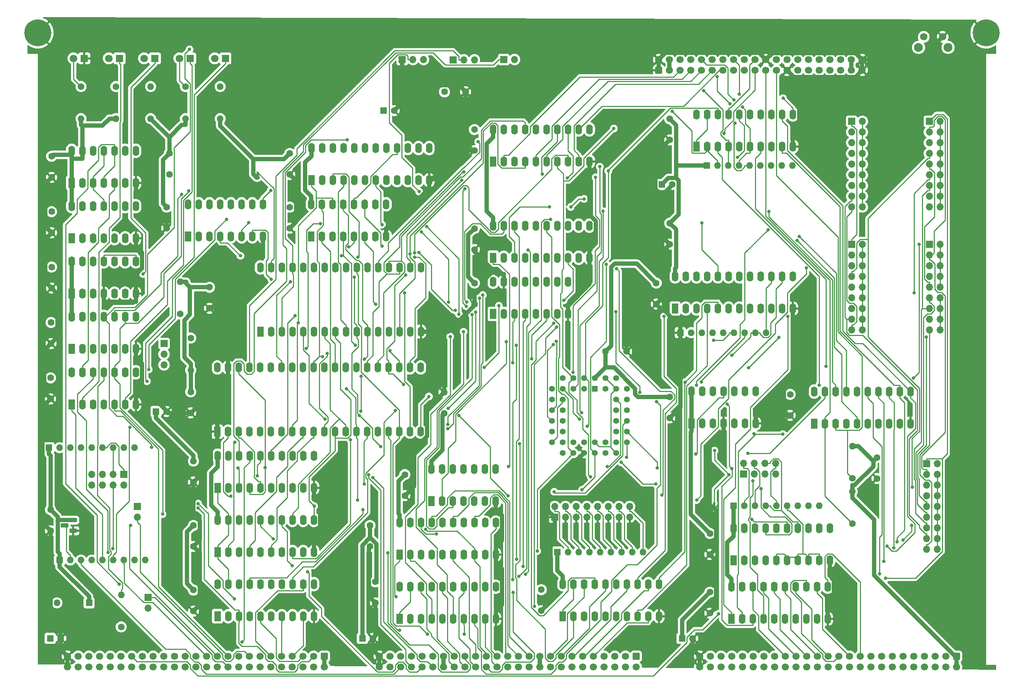
<source format=gbr>
%TF.GenerationSoftware,KiCad,Pcbnew,(6.0.11)*%
%TF.CreationDate,2024-01-15T16:12:18-06:00*%
%TF.ProjectId,processor.6809,70726f63-6573-4736-9f72-2e363830392e,v1.01*%
%TF.SameCoordinates,Original*%
%TF.FileFunction,Copper,L2,Bot*%
%TF.FilePolarity,Positive*%
%FSLAX46Y46*%
G04 Gerber Fmt 4.6, Leading zero omitted, Abs format (unit mm)*
G04 Created by KiCad (PCBNEW (6.0.11)) date 2024-01-15 16:12:18*
%MOMM*%
%LPD*%
G01*
G04 APERTURE LIST*
G04 Aperture macros list*
%AMRoundRect*
0 Rectangle with rounded corners*
0 $1 Rounding radius*
0 $2 $3 $4 $5 $6 $7 $8 $9 X,Y pos of 4 corners*
0 Add a 4 corners polygon primitive as box body*
4,1,4,$2,$3,$4,$5,$6,$7,$8,$9,$2,$3,0*
0 Add four circle primitives for the rounded corners*
1,1,$1+$1,$2,$3*
1,1,$1+$1,$4,$5*
1,1,$1+$1,$6,$7*
1,1,$1+$1,$8,$9*
0 Add four rect primitives between the rounded corners*
20,1,$1+$1,$2,$3,$4,$5,0*
20,1,$1+$1,$4,$5,$6,$7,0*
20,1,$1+$1,$6,$7,$8,$9,0*
20,1,$1+$1,$8,$9,$2,$3,0*%
G04 Aperture macros list end*
%TA.AperFunction,ComponentPad*%
%ADD10RoundRect,0.250000X-0.600000X0.600000X-0.600000X-0.600000X0.600000X-0.600000X0.600000X0.600000X0*%
%TD*%
%TA.AperFunction,ComponentPad*%
%ADD11C,1.700000*%
%TD*%
%TA.AperFunction,ComponentPad*%
%ADD12C,1.600000*%
%TD*%
%TA.AperFunction,ComponentPad*%
%ADD13R,1.600000X1.600000*%
%TD*%
%TA.AperFunction,ComponentPad*%
%ADD14R,1.800000X1.800000*%
%TD*%
%TA.AperFunction,ComponentPad*%
%ADD15C,1.800000*%
%TD*%
%TA.AperFunction,ComponentPad*%
%ADD16O,1.600000X1.600000*%
%TD*%
%TA.AperFunction,ComponentPad*%
%ADD17R,1.600000X2.400000*%
%TD*%
%TA.AperFunction,ComponentPad*%
%ADD18O,1.600000X2.400000*%
%TD*%
%TA.AperFunction,ComponentPad*%
%ADD19R,1.800000X1.100000*%
%TD*%
%TA.AperFunction,ComponentPad*%
%ADD20RoundRect,0.275000X0.625000X-0.275000X0.625000X0.275000X-0.625000X0.275000X-0.625000X-0.275000X0*%
%TD*%
%TA.AperFunction,ComponentPad*%
%ADD21C,6.400000*%
%TD*%
%TA.AperFunction,ComponentPad*%
%ADD22RoundRect,0.250000X0.600000X-0.600000X0.600000X0.600000X-0.600000X0.600000X-0.600000X-0.600000X0*%
%TD*%
%TA.AperFunction,ComponentPad*%
%ADD23R,1.422400X1.422400*%
%TD*%
%TA.AperFunction,ComponentPad*%
%ADD24C,1.422400*%
%TD*%
%TA.AperFunction,ComponentPad*%
%ADD25R,1.700000X1.700000*%
%TD*%
%TA.AperFunction,ComponentPad*%
%ADD26O,1.700000X1.700000*%
%TD*%
%TA.AperFunction,ComponentPad*%
%ADD27C,2.100000*%
%TD*%
%TA.AperFunction,ComponentPad*%
%ADD28C,1.750000*%
%TD*%
%TA.AperFunction,ComponentPad*%
%ADD29C,0.600000*%
%TD*%
%TA.AperFunction,ViaPad*%
%ADD30C,0.800000*%
%TD*%
%TA.AperFunction,Conductor*%
%ADD31C,0.250000*%
%TD*%
%TA.AperFunction,Conductor*%
%ADD32C,1.000000*%
%TD*%
G04 APERTURE END LIST*
%TO.C,NT4*%
G36*
X200800000Y-187850000D02*
G01*
X200200000Y-187850000D01*
X200200000Y-186650000D01*
X200800000Y-186650000D01*
X200800000Y-187850000D01*
G37*
%TO.C,NT3*%
G36*
X92450000Y-109350000D02*
G01*
X91850000Y-109350000D01*
X91850000Y-108150000D01*
X92450000Y-108150000D01*
X92450000Y-109350000D01*
G37*
%TD*%
D10*
%TO.P,P1,1,Pin_1*%
%TO.N,VCC*%
X108000000Y-223000000D03*
D11*
%TO.P,P1,2,Pin_2*%
X108000000Y-225540000D03*
%TO.P,P1,3,Pin_3*%
%TO.N,~{RD}*%
X105460000Y-223000000D03*
%TO.P,P1,4,Pin_4*%
%TO.N,/bus/E*%
X105460000Y-225540000D03*
%TO.P,P1,5,Pin_5*%
%TO.N,~{WR}*%
X102920000Y-223000000D03*
%TO.P,P1,6,Pin_6*%
%TO.N,/bus/ST*%
X102920000Y-225540000D03*
%TO.P,P1,7,Pin_7*%
%TO.N,~{IORQ}*%
X100380000Y-223000000D03*
%TO.P,P1,8,Pin_8*%
%TO.N,/bus/PHI*%
X100380000Y-225540000D03*
%TO.P,P1,9,Pin_9*%
%TO.N,~{MREQ}*%
X97840000Y-223000000D03*
%TO.P,P1,10,Pin_10*%
%TO.N,/bus/~{INT2}*%
X97840000Y-225540000D03*
%TO.P,P1,11,Pin_11*%
%TO.N,~{M1}*%
X95300000Y-223000000D03*
%TO.P,P1,12,Pin_12*%
%TO.N,/bus/~{INT1}*%
X95300000Y-225540000D03*
%TO.P,P1,13,Pin_13*%
%TO.N,/bus/~{BUSACK}*%
X92760000Y-223000000D03*
%TO.P,P1,14,Pin_14*%
%TO.N,/bus/CRUCLK*%
X92760000Y-225540000D03*
%TO.P,P1,15,Pin_15*%
%TO.N,bCLK*%
X90220000Y-223000000D03*
%TO.P,P1,16,Pin_16*%
%TO.N,/bus/CRUOUT*%
X90220000Y-225540000D03*
%TO.P,P1,17,Pin_17*%
%TO.N,~{INT0}*%
X87680000Y-223000000D03*
%TO.P,P1,18,Pin_18*%
%TO.N,/bus/CRUIN*%
X87680000Y-225540000D03*
%TO.P,P1,19,Pin_19*%
%TO.N,~{NMI}*%
X85140000Y-223000000D03*
%TO.P,P1,20,Pin_20*%
%TO.N,~{RES_IN}*%
X85140000Y-225540000D03*
%TO.P,P1,21,Pin_21*%
%TO.N,~{RES_OUT}*%
X82600000Y-223000000D03*
%TO.P,P1,22,Pin_22*%
%TO.N,/bus/USER8*%
X82600000Y-225540000D03*
%TO.P,P1,23,Pin_23*%
%TO.N,~{BUSRQ}*%
X80060000Y-223000000D03*
%TO.P,P1,24,Pin_24*%
%TO.N,/bus/USER7*%
X80060000Y-225540000D03*
%TO.P,P1,25,Pin_25*%
%TO.N,~{WAIT}*%
X77520000Y-223000000D03*
%TO.P,P1,26,Pin_26*%
%TO.N,/bus/USER6*%
X77520000Y-225540000D03*
%TO.P,P1,27,Pin_27*%
%TO.N,/bus/~{HALT}*%
X74980000Y-223000000D03*
%TO.P,P1,28,Pin_28*%
%TO.N,/bus/USER5*%
X74980000Y-225540000D03*
%TO.P,P1,29,Pin_29*%
%TO.N,/bus/~{RFSH}*%
X72440000Y-223000000D03*
%TO.P,P1,30,Pin_30*%
%TO.N,/bus/USER4*%
X72440000Y-225540000D03*
%TO.P,P1,31,Pin_31*%
%TO.N,~{EIRQ7}*%
X69900000Y-223000000D03*
%TO.P,P1,32,Pin_32*%
%TO.N,/bus/USER3*%
X69900000Y-225540000D03*
%TO.P,P1,33,Pin_33*%
%TO.N,~{EIRQ6}*%
X67360000Y-223000000D03*
%TO.P,P1,34,Pin_34*%
%TO.N,/bus/USER2*%
X67360000Y-225540000D03*
%TO.P,P1,35,Pin_35*%
%TO.N,~{EIRQ5}*%
X64820000Y-223000000D03*
%TO.P,P1,36,Pin_36*%
%TO.N,/bus/USER1*%
X64820000Y-225540000D03*
%TO.P,P1,37,Pin_37*%
%TO.N,~{EIRQ4}*%
X62280000Y-223000000D03*
%TO.P,P1,38,Pin_38*%
%TO.N,/bus/USER0*%
X62280000Y-225540000D03*
%TO.P,P1,39,Pin_39*%
%TO.N,~{EIRQ3}*%
X59740000Y-223000000D03*
%TO.P,P1,40,Pin_40*%
%TO.N,Net-(P1-Pad40)*%
X59740000Y-225540000D03*
%TO.P,P1,41,Pin_41*%
%TO.N,~{EIRQ2}*%
X57200000Y-223000000D03*
%TO.P,P1,42,Pin_42*%
%TO.N,Net-(P1-Pad40)*%
X57200000Y-225540000D03*
%TO.P,P1,43,Pin_43*%
%TO.N,~{EIRQ1}*%
X54660000Y-223000000D03*
%TO.P,P1,44,Pin_44*%
%TO.N,Net-(P1-Pad44)*%
X54660000Y-225540000D03*
%TO.P,P1,45,Pin_45*%
%TO.N,~{EIRQ0}*%
X52120000Y-223000000D03*
%TO.P,P1,46,Pin_46*%
%TO.N,Net-(P1-Pad44)*%
X52120000Y-225540000D03*
%TO.P,P1,47,Pin_47*%
%TO.N,I2C_SCL*%
X49580000Y-223000000D03*
%TO.P,P1,48,Pin_48*%
%TO.N,I2C_SDA*%
X49580000Y-225540000D03*
%TO.P,P1,49,Pin_49*%
%TO.N,GND*%
X47040000Y-223000000D03*
%TO.P,P1,50,Pin_50*%
X47040000Y-225540000D03*
%TD*%
D12*
%TO.P,C2,1*%
%TO.N,VCC*%
X127075000Y-179875000D03*
%TO.P,C2,2*%
%TO.N,GND*%
X127075000Y-184875000D03*
%TD*%
%TO.P,C3,1*%
%TO.N,VCC*%
X43255000Y-130605000D03*
%TO.P,C3,2*%
%TO.N,GND*%
X43255000Y-135605000D03*
%TD*%
%TO.P,C4,1*%
%TO.N,VCC*%
X174700000Y-150625000D03*
%TO.P,C4,2*%
%TO.N,GND*%
X179700000Y-150625000D03*
%TD*%
%TO.P,C5,1*%
%TO.N,VCC*%
X76910000Y-191940000D03*
%TO.P,C5,2*%
%TO.N,GND*%
X76910000Y-196940000D03*
%TD*%
%TO.P,C6,1*%
%TO.N,VCC*%
X43000000Y-156900000D03*
%TO.P,C6,2*%
%TO.N,GND*%
X43000000Y-161900000D03*
%TD*%
%TO.P,C8,1*%
%TO.N,VCC*%
X159460000Y-207180000D03*
%TO.P,C8,2*%
%TO.N,GND*%
X159460000Y-212180000D03*
%TD*%
%TO.P,C9,1*%
%TO.N,VCC*%
X199465000Y-193845000D03*
%TO.P,C9,2*%
%TO.N,GND*%
X199465000Y-198845000D03*
%TD*%
%TO.P,C10,1*%
%TO.N,VCC*%
X76910000Y-207270000D03*
%TO.P,C10,2*%
%TO.N,GND*%
X76910000Y-212270000D03*
%TD*%
%TO.P,C11,1*%
%TO.N,VCC*%
X43255000Y-117457500D03*
%TO.P,C11,2*%
%TO.N,GND*%
X43255000Y-122457500D03*
%TD*%
%TO.P,C14,1*%
%TO.N,VCC*%
X189940000Y-120185000D03*
%TO.P,C14,2*%
%TO.N,GND*%
X189940000Y-125185000D03*
%TD*%
%TO.P,C15,1*%
%TO.N,VCC*%
X143600000Y-134400000D03*
%TO.P,C15,2*%
%TO.N,GND*%
X143600000Y-139400000D03*
%TD*%
D13*
%TO.P,C25,1*%
%TO.N,VCC*%
X42929600Y-218750000D03*
D12*
%TO.P,C25,2*%
%TO.N,GND*%
X45429600Y-218750000D03*
%TD*%
D13*
%TO.P,C26,1*%
%TO.N,VCC*%
X68019900Y-164900000D03*
D12*
%TO.P,C26,2*%
%TO.N,GND*%
X70519900Y-164900000D03*
%TD*%
%TO.P,C17,1*%
%TO.N,VCC*%
X80720000Y-135390000D03*
%TO.P,C17,2*%
%TO.N,GND*%
X80720000Y-140390000D03*
%TD*%
%TO.P,C20,1*%
%TO.N,VCC*%
X120090000Y-205315000D03*
%TO.P,C20,2*%
%TO.N,GND*%
X120090000Y-210315000D03*
%TD*%
%TO.P,C21,1*%
%TO.N,VCC*%
X76910000Y-176660000D03*
%TO.P,C21,2*%
%TO.N,GND*%
X76910000Y-181660000D03*
%TD*%
%TO.P,C22,1*%
%TO.N,VCC*%
X99770000Y-116375000D03*
%TO.P,C22,2*%
%TO.N,GND*%
X99770000Y-121375000D03*
%TD*%
%TO.P,C23,1*%
%TO.N,VCC*%
X136385000Y-165310000D03*
%TO.P,C23,2*%
%TO.N,GND*%
X136385000Y-160310000D03*
%TD*%
D13*
%TO.P,C27,1*%
%TO.N,VCC*%
X117000000Y-218750000D03*
D12*
%TO.P,C27,2*%
%TO.N,GND*%
X119500000Y-218750000D03*
%TD*%
D13*
%TO.P,C28,1*%
%TO.N,VCC*%
X192884700Y-218750000D03*
D12*
%TO.P,C28,2*%
%TO.N,GND*%
X195384700Y-218750000D03*
%TD*%
D13*
%TO.P,C29,1*%
%TO.N,VCC*%
X188044900Y-111000000D03*
D12*
%TO.P,C29,2*%
%TO.N,GND*%
X190544900Y-111000000D03*
%TD*%
D14*
%TO.P,D4,1,K*%
%TO.N,Net-(D4-Pad1)*%
X67755000Y-81065000D03*
D15*
%TO.P,D4,2,A*%
%TO.N,Net-(D4-Pad2)*%
X65215000Y-81065000D03*
%TD*%
D13*
%TO.P,D6,1,K*%
%TO.N,VCC*%
X52145000Y-210315000D03*
D16*
%TO.P,D6,2,A*%
%TO.N,Net-(D6-Pad2)*%
X44525000Y-210315000D03*
%TD*%
D14*
%TO.P,D2,1,K*%
%TO.N,Net-(D2-Pad1)*%
X76132500Y-81065000D03*
D15*
%TO.P,D2,2,A*%
%TO.N,Net-(D2-Pad2)*%
X73592500Y-81065000D03*
%TD*%
D12*
%TO.P,R5,1*%
%TO.N,Net-(D3-Pad2)*%
X58495000Y-87760000D03*
D16*
%TO.P,R5,2*%
%TO.N,VCC*%
X58495000Y-95380000D03*
%TD*%
D12*
%TO.P,R6,1*%
%TO.N,Net-(J10-Pad1)*%
X76275000Y-147450000D03*
D16*
%TO.P,R6,2*%
%TO.N,VCC*%
X76275000Y-155070000D03*
%TD*%
D17*
%TO.P,U4,1*%
%TO.N,~{CPU-INT}*%
X48000000Y-163200000D03*
D18*
%TO.P,U4,2*%
%TO.N,Net-(D3-Pad1)*%
X50540000Y-163200000D03*
%TO.P,U4,3*%
%TO.N,~{CS_IO}*%
X53080000Y-163200000D03*
%TO.P,U4,4*%
%TO.N,Net-(D9-Pad1)*%
X55620000Y-163200000D03*
%TO.P,U4,5*%
%TO.N,~{NMI}*%
X58160000Y-163200000D03*
%TO.P,U4,6*%
%TO.N,Net-(D2-Pad1)*%
X60700000Y-163200000D03*
%TO.P,U4,7,GND*%
%TO.N,GND*%
X63240000Y-163200000D03*
%TO.P,U4,8*%
%TO.N,N/C*%
X63240000Y-155580000D03*
%TO.P,U4,9*%
X60700000Y-155580000D03*
%TO.P,U4,10*%
%TO.N,~{RES_OUT}*%
X58160000Y-155580000D03*
%TO.P,U4,11*%
%TO.N,Net-(D6-Pad2)*%
X55620000Y-155580000D03*
%TO.P,U4,12*%
%TO.N,~{BUSRQ}*%
X53080000Y-155580000D03*
%TO.P,U4,13*%
%TO.N,Net-(U21-Pad5)*%
X50540000Y-155580000D03*
%TO.P,U4,14,VCC*%
%TO.N,VCC*%
X48000000Y-155580000D03*
%TD*%
D17*
%TO.P,U5,1,VPP*%
%TO.N,unconnected-(U5-Pad1)*%
X92785000Y-145925000D03*
D18*
%TO.P,U5,2,A16*%
%TO.N,ZERO*%
X95325000Y-145925000D03*
%TO.P,U5,3,A15*%
X97865000Y-145925000D03*
%TO.P,U5,4,A12*%
%TO.N,CPU-A12*%
X100405000Y-145925000D03*
%TO.P,U5,5,A7*%
%TO.N,CPU-A7*%
X102945000Y-145925000D03*
%TO.P,U5,6,A6*%
%TO.N,CPU-A6*%
X105485000Y-145925000D03*
%TO.P,U5,7,A5*%
%TO.N,CPU-A5*%
X108025000Y-145925000D03*
%TO.P,U5,8,A4*%
%TO.N,CPU-A4*%
X110565000Y-145925000D03*
%TO.P,U5,9,A3*%
%TO.N,CPU-A3*%
X113105000Y-145925000D03*
%TO.P,U5,10,A2*%
%TO.N,CPU-A2*%
X115645000Y-145925000D03*
%TO.P,U5,11,A1*%
%TO.N,CPU-A1*%
X118185000Y-145925000D03*
%TO.P,U5,12,A0*%
%TO.N,CPU-A0*%
X120725000Y-145925000D03*
%TO.P,U5,13,D0*%
%TO.N,CPU-D0*%
X123265000Y-145925000D03*
%TO.P,U5,14,D1*%
%TO.N,CPU-D1*%
X125805000Y-145925000D03*
%TO.P,U5,15,D2*%
%TO.N,CPU-D2*%
X128345000Y-145925000D03*
%TO.P,U5,16,GND*%
%TO.N,GND*%
X130885000Y-145925000D03*
%TO.P,U5,17,D3*%
%TO.N,CPU-D3*%
X130885000Y-130685000D03*
%TO.P,U5,18,D4*%
%TO.N,CPU-D4*%
X128345000Y-130685000D03*
%TO.P,U5,19,D5*%
%TO.N,CPU-D5*%
X125805000Y-130685000D03*
%TO.P,U5,20,D6*%
%TO.N,CPU-D6*%
X123265000Y-130685000D03*
%TO.P,U5,21,D7*%
%TO.N,CPU-D7*%
X120725000Y-130685000D03*
%TO.P,U5,22,~{CE}*%
%TO.N,~{ONBOARD_ROM}*%
X118185000Y-130685000D03*
%TO.P,U5,23,A10*%
%TO.N,CPU-A10*%
X115645000Y-130685000D03*
%TO.P,U5,24,~{OE}*%
%TO.N,ZERO*%
X113105000Y-130685000D03*
%TO.P,U5,25,A11*%
%TO.N,CPU-A11*%
X110565000Y-130685000D03*
%TO.P,U5,26,A9*%
%TO.N,CPU-A9*%
X108025000Y-130685000D03*
%TO.P,U5,27,A8*%
%TO.N,CPU-A8*%
X105485000Y-130685000D03*
%TO.P,U5,28,A13*%
%TO.N,ZERO*%
X102945000Y-130685000D03*
%TO.P,U5,29,A14*%
X100405000Y-130685000D03*
%TO.P,U5,30*%
%TO.N,N/C*%
X97865000Y-130685000D03*
%TO.P,U5,31,~{PGM}*%
%TO.N,ONE*%
X95325000Y-130685000D03*
%TO.P,U5,32,VCC*%
%TO.N,VCC*%
X92785000Y-130685000D03*
%TD*%
D17*
%TO.P,U6,1,OEa*%
%TO.N,~{6809EN}*%
X82630000Y-198240000D03*
D18*
%TO.P,U6,2,I0a*%
%TO.N,CPU-A0*%
X85170000Y-198240000D03*
%TO.P,U6,3,O3b*%
%TO.N,A7*%
X87710000Y-198240000D03*
%TO.P,U6,4,I1a*%
%TO.N,CPU-A1*%
X90250000Y-198240000D03*
%TO.P,U6,5,O2b*%
%TO.N,A6*%
X92790000Y-198240000D03*
%TO.P,U6,6,I2a*%
%TO.N,CPU-A2*%
X95330000Y-198240000D03*
%TO.P,U6,7,O1b*%
%TO.N,A5*%
X97870000Y-198240000D03*
%TO.P,U6,8,I3a*%
%TO.N,CPU-A3*%
X100410000Y-198240000D03*
%TO.P,U6,9,O0b*%
%TO.N,A4*%
X102950000Y-198240000D03*
%TO.P,U6,10,GND*%
%TO.N,GND*%
X105490000Y-198240000D03*
%TO.P,U6,11,I0b*%
%TO.N,CPU-A4*%
X105490000Y-190620000D03*
%TO.P,U6,12,O3a*%
%TO.N,A3*%
X102950000Y-190620000D03*
%TO.P,U6,13,I1b*%
%TO.N,CPU-A5*%
X100410000Y-190620000D03*
%TO.P,U6,14,O2a*%
%TO.N,A2*%
X97870000Y-190620000D03*
%TO.P,U6,15,I2b*%
%TO.N,CPU-A6*%
X95330000Y-190620000D03*
%TO.P,U6,16,O1a*%
%TO.N,A1*%
X92790000Y-190620000D03*
%TO.P,U6,17,I3b*%
%TO.N,CPU-A7*%
X90250000Y-190620000D03*
%TO.P,U6,18,O0a*%
%TO.N,A0*%
X87710000Y-190620000D03*
%TO.P,U6,19,OEb*%
%TO.N,~{6809EN}*%
X85170000Y-190620000D03*
%TO.P,U6,20,VCC*%
%TO.N,VCC*%
X82630000Y-190620000D03*
%TD*%
D17*
%TO.P,U8,1,OEa*%
%TO.N,~{6809EN}*%
X164540000Y-213480000D03*
D18*
%TO.P,U8,2,I0a*%
%TO.N,CPU-A8*%
X167080000Y-213480000D03*
%TO.P,U8,3,O3b*%
%TO.N,A15*%
X169620000Y-213480000D03*
%TO.P,U8,4,I1a*%
%TO.N,CPU-A9*%
X172160000Y-213480000D03*
%TO.P,U8,5,O2b*%
%TO.N,A14*%
X174700000Y-213480000D03*
%TO.P,U8,6,I2a*%
%TO.N,CPU-A10*%
X177240000Y-213480000D03*
%TO.P,U8,7,O1b*%
%TO.N,A13*%
X179780000Y-213480000D03*
%TO.P,U8,8,I3a*%
%TO.N,CPU-A11*%
X182320000Y-213480000D03*
%TO.P,U8,9,O0b*%
%TO.N,A12*%
X184860000Y-213480000D03*
%TO.P,U8,10,GND*%
%TO.N,GND*%
X187400000Y-213480000D03*
%TO.P,U8,11,I0b*%
%TO.N,CPU-A12*%
X187400000Y-205860000D03*
%TO.P,U8,12,O3a*%
%TO.N,A11*%
X184860000Y-205860000D03*
%TO.P,U8,13,I1b*%
%TO.N,CPU-A13*%
X182320000Y-205860000D03*
%TO.P,U8,14,O2a*%
%TO.N,A10*%
X179780000Y-205860000D03*
%TO.P,U8,15,I2b*%
%TO.N,SEL-A14*%
X177240000Y-205860000D03*
%TO.P,U8,16,O1a*%
%TO.N,A9*%
X174700000Y-205860000D03*
%TO.P,U8,17,I3b*%
%TO.N,SEL-A15*%
X172160000Y-205860000D03*
%TO.P,U8,18,O0a*%
%TO.N,A8*%
X169620000Y-205860000D03*
%TO.P,U8,19,OEb*%
%TO.N,~{6809EN}*%
X167080000Y-205860000D03*
%TO.P,U8,20,VCC*%
%TO.N,VCC*%
X164540000Y-205860000D03*
%TD*%
D19*
%TO.P,U15,1,Pin_1*%
%TO.N,GND*%
X48400000Y-193200000D03*
D20*
%TO.P,U15,2,Pin_2*%
%TO.N,~{RES_OUT}*%
X46330000Y-191930000D03*
%TO.P,U15,3,Pin_3*%
%TO.N,VCC*%
X48400000Y-190660000D03*
%TD*%
D17*
%TO.P,U1,1*%
%TO.N,Net-(U1-Pad1)*%
X48000000Y-150052500D03*
D18*
%TO.P,U1,2*%
%TO.N,CLK*%
X50540000Y-150052500D03*
%TO.P,U1,3*%
%TO.N,unconnected-(U1-Pad3)*%
X53080000Y-150052500D03*
%TO.P,U1,4*%
%TO.N,unconnected-(U1-Pad4)*%
X55620000Y-150052500D03*
%TO.P,U1,5*%
%TO.N,unconnected-(U1-Pad5)*%
X58160000Y-150052500D03*
%TO.P,U1,6*%
%TO.N,unconnected-(U1-Pad6)*%
X60700000Y-150052500D03*
%TO.P,U1,7,GND*%
%TO.N,GND*%
X63240000Y-150052500D03*
%TO.P,U1,8*%
%TO.N,Net-(U1-Pad8)*%
X63240000Y-142432500D03*
%TO.P,U1,9*%
%TO.N,~{RES_OUT}*%
X60700000Y-142432500D03*
%TO.P,U1,10*%
%TO.N,6809EN*%
X58160000Y-142432500D03*
%TO.P,U1,11*%
%TO.N,~{6809EN}*%
X55620000Y-142432500D03*
%TO.P,U1,12*%
%TO.N,Net-(D4-Pad1)*%
X53080000Y-142432500D03*
%TO.P,U1,13*%
%TO.N,6809EN*%
X50540000Y-142432500D03*
%TO.P,U1,14,VCC*%
%TO.N,VCC*%
X48000000Y-142432500D03*
%TD*%
D10*
%TO.P,P2,1,Pin_1*%
%TO.N,VCC*%
X182000000Y-223000000D03*
D11*
%TO.P,P2,2,Pin_2*%
X182000000Y-225540000D03*
%TO.P,P2,3,Pin_3*%
%TO.N,A15*%
X179460000Y-223000000D03*
%TO.P,P2,4,Pin_4*%
%TO.N,/bus/A31*%
X179460000Y-225540000D03*
%TO.P,P2,5,Pin_5*%
%TO.N,A14*%
X176920000Y-223000000D03*
%TO.P,P2,6,Pin_6*%
%TO.N,/bus/A30*%
X176920000Y-225540000D03*
%TO.P,P2,7,Pin_7*%
%TO.N,A13*%
X174380000Y-223000000D03*
%TO.P,P2,8,Pin_8*%
%TO.N,/bus/A29*%
X174380000Y-225540000D03*
%TO.P,P2,9,Pin_9*%
%TO.N,A12*%
X171840000Y-223000000D03*
%TO.P,P2,10,Pin_10*%
%TO.N,/bus/A28*%
X171840000Y-225540000D03*
%TO.P,P2,11,Pin_11*%
%TO.N,A11*%
X169300000Y-223000000D03*
%TO.P,P2,12,Pin_12*%
%TO.N,/bus/A27*%
X169300000Y-225540000D03*
%TO.P,P2,13,Pin_13*%
%TO.N,A10*%
X166760000Y-223000000D03*
%TO.P,P2,14,Pin_14*%
%TO.N,/bus/A26*%
X166760000Y-225540000D03*
%TO.P,P2,15,Pin_15*%
%TO.N,A9*%
X164220000Y-223000000D03*
%TO.P,P2,16,Pin_16*%
%TO.N,/bus/A25*%
X164220000Y-225540000D03*
%TO.P,P2,17,Pin_17*%
%TO.N,A8*%
X161680000Y-223000000D03*
%TO.P,P2,18,Pin_18*%
%TO.N,/bus/A24*%
X161680000Y-225540000D03*
%TO.P,P2,19,Pin_19*%
%TO.N,+12V*%
X159140000Y-223000000D03*
%TO.P,P2,20,Pin_20*%
X159140000Y-225540000D03*
%TO.P,P2,21,Pin_21*%
%TO.N,A7*%
X156600000Y-223000000D03*
%TO.P,P2,22,Pin_22*%
%TO.N,/bus/A23*%
X156600000Y-225540000D03*
%TO.P,P2,23,Pin_23*%
%TO.N,A6*%
X154060000Y-223000000D03*
%TO.P,P2,24,Pin_24*%
%TO.N,/bus/A22*%
X154060000Y-225540000D03*
%TO.P,P2,25,Pin_25*%
%TO.N,A5*%
X151520000Y-223000000D03*
%TO.P,P2,26,Pin_26*%
%TO.N,A21*%
X151520000Y-225540000D03*
%TO.P,P2,27,Pin_27*%
%TO.N,A4*%
X148980000Y-223000000D03*
%TO.P,P2,28,Pin_28*%
%TO.N,A20*%
X148980000Y-225540000D03*
%TO.P,P2,29,Pin_29*%
%TO.N,A3*%
X146440000Y-223000000D03*
%TO.P,P2,30,Pin_30*%
%TO.N,A19*%
X146440000Y-225540000D03*
%TO.P,P2,31,Pin_31*%
%TO.N,A2*%
X143900000Y-223000000D03*
%TO.P,P2,32,Pin_32*%
%TO.N,A18*%
X143900000Y-225540000D03*
%TO.P,P2,33,Pin_33*%
%TO.N,A1*%
X141360000Y-223000000D03*
%TO.P,P2,34,Pin_34*%
%TO.N,A17*%
X141360000Y-225540000D03*
%TO.P,P2,35,Pin_35*%
%TO.N,A0*%
X138820000Y-223000000D03*
%TO.P,P2,36,Pin_36*%
%TO.N,A16*%
X138820000Y-225540000D03*
%TO.P,P2,37,Pin_37*%
%TO.N,-12V*%
X136280000Y-223000000D03*
%TO.P,P2,38,Pin_38*%
X136280000Y-225540000D03*
%TO.P,P2,39,Pin_39*%
%TO.N,/bus/IC3*%
X133740000Y-223000000D03*
%TO.P,P2,40,Pin_40*%
%TO.N,~{TEND1}*%
X133740000Y-225540000D03*
%TO.P,P2,41,Pin_41*%
%TO.N,/bus/IC2*%
X131200000Y-223000000D03*
%TO.P,P2,42,Pin_42*%
%TO.N,~{DREQ1}*%
X131200000Y-225540000D03*
%TO.P,P2,43,Pin_43*%
%TO.N,/bus/IC1*%
X128660000Y-223000000D03*
%TO.P,P2,44,Pin_44*%
%TO.N,~{TEND0}*%
X128660000Y-225540000D03*
%TO.P,P2,45,Pin_45*%
%TO.N,/bus/IC0*%
X126120000Y-223000000D03*
%TO.P,P2,46,Pin_46*%
%TO.N,~{DREQ0}*%
X126120000Y-225540000D03*
%TO.P,P2,47,Pin_47*%
%TO.N,/bus/AUXCLK1*%
X123580000Y-223000000D03*
%TO.P,P2,48,Pin_48*%
%TO.N,/bus/AUXCLK0*%
X123580000Y-225540000D03*
%TO.P,P2,49,Pin_49*%
%TO.N,GND*%
X121040000Y-223000000D03*
%TO.P,P2,50,Pin_50*%
X121040000Y-225540000D03*
%TD*%
D21*
%TO.P,H2,1,1*%
%TO.N,GND*%
X265000000Y-75000000D03*
%TD*%
D13*
%TO.P,RN1,1,common*%
%TO.N,VCC*%
X42620000Y-173485000D03*
D16*
%TO.P,RN1,2,R1*%
%TO.N,unconnected-(RN1-Pad2)*%
X45160000Y-173485000D03*
%TO.P,RN1,3,R2*%
%TO.N,~{TEND0}*%
X47700000Y-173485000D03*
%TO.P,RN1,4,R3*%
%TO.N,~{TEND1}*%
X50240000Y-173485000D03*
%TO.P,RN1,5,R4*%
%TO.N,~{CPU-RESET}*%
X52780000Y-173485000D03*
%TO.P,RN1,6,R5*%
%TO.N,Net-(JP4-Pad1)*%
X55320000Y-173485000D03*
%TO.P,RN1,7,R6*%
%TO.N,Net-(JP4-Pad3)*%
X57860000Y-173485000D03*
%TO.P,RN1,8,R7*%
%TO.N,Net-(JP4-Pad5)*%
X60400000Y-173485000D03*
%TO.P,RN1,9,R8*%
%TO.N,Net-(JP4-Pad7)*%
X62940000Y-173485000D03*
%TD*%
D17*
%TO.P,U11,1,A->B*%
%TO.N,DATA-DIR*%
X204550000Y-214115000D03*
D18*
%TO.P,U11,2,A0*%
%TO.N,CPU-D0*%
X207090000Y-214115000D03*
%TO.P,U11,3,A1*%
%TO.N,CPU-D1*%
X209630000Y-214115000D03*
%TO.P,U11,4,A2*%
%TO.N,CPU-D2*%
X212170000Y-214115000D03*
%TO.P,U11,5,A3*%
%TO.N,CPU-D3*%
X214710000Y-214115000D03*
%TO.P,U11,6,A4*%
%TO.N,CPU-D4*%
X217250000Y-214115000D03*
%TO.P,U11,7,A5*%
%TO.N,CPU-D5*%
X219790000Y-214115000D03*
%TO.P,U11,8,A6*%
%TO.N,CPU-D6*%
X222330000Y-214115000D03*
%TO.P,U11,9,A7*%
%TO.N,CPU-D7*%
X224870000Y-214115000D03*
%TO.P,U11,10,GND*%
%TO.N,GND*%
X227410000Y-214115000D03*
%TO.P,U11,11,B7*%
%TO.N,D7*%
X227410000Y-206495000D03*
%TO.P,U11,12,B6*%
%TO.N,D6*%
X224870000Y-206495000D03*
%TO.P,U11,13,B5*%
%TO.N,D5*%
X222330000Y-206495000D03*
%TO.P,U11,14,B4*%
%TO.N,D4*%
X219790000Y-206495000D03*
%TO.P,U11,15,B3*%
%TO.N,D3*%
X217250000Y-206495000D03*
%TO.P,U11,16,B2*%
%TO.N,D2*%
X214710000Y-206495000D03*
%TO.P,U11,17,B1*%
%TO.N,D1*%
X212170000Y-206495000D03*
%TO.P,U11,18,B0*%
%TO.N,D0*%
X209630000Y-206495000D03*
%TO.P,U11,19,CE*%
%TO.N,~{6809EN}*%
X207090000Y-206495000D03*
%TO.P,U11,20,VCC*%
%TO.N,VCC*%
X204550000Y-206495000D03*
%TD*%
D12*
%TO.P,C19,1*%
%TO.N,VCC*%
X43000000Y-188200000D03*
%TO.P,C19,2*%
%TO.N,GND*%
X43000000Y-193200000D03*
%TD*%
%TO.P,C18,1*%
%TO.N,VCC*%
X43125000Y-143752500D03*
%TO.P,C18,2*%
%TO.N,GND*%
X43125000Y-148752500D03*
%TD*%
%TO.P,C12,1*%
%TO.N,VCC*%
X76275000Y-160230000D03*
%TO.P,C12,2*%
%TO.N,GND*%
X76275000Y-165230000D03*
%TD*%
%TO.P,C16,1*%
%TO.N,VCC*%
X199465000Y-207775000D03*
%TO.P,C16,2*%
%TO.N,GND*%
X199465000Y-212775000D03*
%TD*%
D17*
%TO.P,U3,1,I0/CLK*%
%TO.N,CPU-A0*%
X104915000Y-109985000D03*
D18*
%TO.P,U3,2,I1*%
%TO.N,CPU-A1*%
X107455000Y-109985000D03*
%TO.P,U3,3,I2*%
%TO.N,CPU-A2*%
X109995000Y-109985000D03*
%TO.P,U3,4,I3*%
%TO.N,CPU-A3*%
X112535000Y-109985000D03*
%TO.P,U3,5,I4*%
%TO.N,~{CS_IO}*%
X115075000Y-109985000D03*
%TO.P,U3,6,I5*%
%TO.N,~{INT-I2C}*%
X117615000Y-109985000D03*
%TO.P,U3,7,I6*%
%TO.N,CPU-R~{W}*%
X120155000Y-109985000D03*
%TO.P,U3,8,I7*%
%TO.N,unconnected-(U3-Pad8)*%
X122695000Y-109985000D03*
%TO.P,U3,9,I8*%
%TO.N,unconnected-(U3-Pad9)*%
X125235000Y-109985000D03*
%TO.P,U3,10,I9*%
%TO.N,unconnected-(U3-Pad10)*%
X127775000Y-109985000D03*
%TO.P,U3,11,I10*%
%TO.N,unconnected-(U3-Pad11)*%
X130315000Y-109985000D03*
%TO.P,U3,12,GND*%
%TO.N,GND*%
X132855000Y-109985000D03*
%TO.P,U3,13,I11*%
%TO.N,Net-(U3-Pad13)*%
X132855000Y-102365000D03*
%TO.P,U3,14,O9*%
X130315000Y-102365000D03*
%TO.P,U3,15,O8*%
%TO.N,unconnected-(U3-Pad15)*%
X127775000Y-102365000D03*
%TO.P,U3,16,O7*%
%TO.N,~{PAGE-WR}*%
X125235000Y-102365000D03*
%TO.P,U3,17,O6*%
%TO.N,~{CS_I2C_WR}*%
X122695000Y-102365000D03*
%TO.P,U3,18,O5*%
%TO.N,INT-I2C*%
X120155000Y-102365000D03*
%TO.P,U3,19,O4*%
%TO.N,~{CS_I2C}*%
X117615000Y-102365000D03*
%TO.P,U3,20,O3*%
%TO.N,unconnected-(U3-Pad20)*%
X115075000Y-102365000D03*
%TO.P,U3,21,O2*%
%TO.N,~{FP-LATCH-RD}*%
X112535000Y-102365000D03*
%TO.P,U3,22,O1*%
%TO.N,FP-LATCH-WR*%
X109995000Y-102365000D03*
%TO.P,U3,23,O0*%
%TO.N,~{CS_UART}*%
X107455000Y-102365000D03*
%TO.P,U3,24,VCC*%
%TO.N,VCC*%
X104915000Y-102365000D03*
%TD*%
D21*
%TO.P,H1,1,1*%
%TO.N,GND*%
X40000000Y-75000000D03*
%TD*%
D14*
%TO.P,D7,1,K*%
%TO.N,GND*%
X51000000Y-81065000D03*
D15*
%TO.P,D7,2,A*%
%TO.N,Net-(D7-Pad2)*%
X48460000Y-81065000D03*
%TD*%
D10*
%TO.P,P3,1,Pin_1*%
%TO.N,VCC*%
X258000000Y-223000000D03*
D11*
%TO.P,P3,2,Pin_2*%
X258000000Y-225540000D03*
%TO.P,P3,3,Pin_3*%
%TO.N,/bus/D15*%
X255460000Y-223000000D03*
%TO.P,P3,4,Pin_4*%
%TO.N,/bus/D31*%
X255460000Y-225540000D03*
%TO.P,P3,5,Pin_5*%
%TO.N,/bus/D14*%
X252920000Y-223000000D03*
%TO.P,P3,6,Pin_6*%
%TO.N,/bus/D30*%
X252920000Y-225540000D03*
%TO.P,P3,7,Pin_7*%
%TO.N,/bus/D13*%
X250380000Y-223000000D03*
%TO.P,P3,8,Pin_8*%
%TO.N,/bus/D29*%
X250380000Y-225540000D03*
%TO.P,P3,9,Pin_9*%
%TO.N,/bus/D12*%
X247840000Y-223000000D03*
%TO.P,P3,10,Pin_10*%
%TO.N,/bus/D28*%
X247840000Y-225540000D03*
%TO.P,P3,11,Pin_11*%
%TO.N,/bus/D11*%
X245300000Y-223000000D03*
%TO.P,P3,12,Pin_12*%
%TO.N,/bus/D27*%
X245300000Y-225540000D03*
%TO.P,P3,13,Pin_13*%
%TO.N,/bus/D10*%
X242760000Y-223000000D03*
%TO.P,P3,14,Pin_14*%
%TO.N,/bus/D26*%
X242760000Y-225540000D03*
%TO.P,P3,15,Pin_15*%
%TO.N,/bus/D9*%
X240220000Y-223000000D03*
%TO.P,P3,16,Pin_16*%
%TO.N,/bus/D25*%
X240220000Y-225540000D03*
%TO.P,P3,17,Pin_17*%
%TO.N,/bus/D8*%
X237680000Y-223000000D03*
%TO.P,P3,18,Pin_18*%
%TO.N,/bus/D24*%
X237680000Y-225540000D03*
%TO.P,P3,19,Pin_19*%
%TO.N,D7*%
X235140000Y-223000000D03*
%TO.P,P3,20,Pin_20*%
%TO.N,/bus/D23*%
X235140000Y-225540000D03*
%TO.P,P3,21,Pin_21*%
%TO.N,D6*%
X232600000Y-223000000D03*
%TO.P,P3,22,Pin_22*%
%TO.N,/bus/D22*%
X232600000Y-225540000D03*
%TO.P,P3,23,Pin_23*%
%TO.N,D5*%
X230060000Y-223000000D03*
%TO.P,P3,24,Pin_24*%
%TO.N,/bus/D21*%
X230060000Y-225540000D03*
%TO.P,P3,25,Pin_25*%
%TO.N,D4*%
X227520000Y-223000000D03*
%TO.P,P3,26,Pin_26*%
%TO.N,/bus/D20*%
X227520000Y-225540000D03*
%TO.P,P3,27,Pin_27*%
%TO.N,D3*%
X224980000Y-223000000D03*
%TO.P,P3,28,Pin_28*%
%TO.N,/bus/D19*%
X224980000Y-225540000D03*
%TO.P,P3,29,Pin_29*%
%TO.N,D2*%
X222440000Y-223000000D03*
%TO.P,P3,30,Pin_30*%
%TO.N,/bus/D18*%
X222440000Y-225540000D03*
%TO.P,P3,31,Pin_31*%
%TO.N,D1*%
X219900000Y-223000000D03*
%TO.P,P3,32,Pin_32*%
%TO.N,/bus/D17*%
X219900000Y-225540000D03*
%TO.P,P3,33,Pin_33*%
%TO.N,D0*%
X217360000Y-223000000D03*
%TO.P,P3,34,Pin_34*%
%TO.N,/bus/D16*%
X217360000Y-225540000D03*
%TO.P,P3,35,Pin_35*%
%TO.N,/bus/~{BUSERR}*%
X214820000Y-223000000D03*
%TO.P,P3,36,Pin_36*%
%TO.N,/bus/UDS*%
X214820000Y-225540000D03*
%TO.P,P3,37,Pin_37*%
%TO.N,/bus/~{VPA}*%
X212280000Y-223000000D03*
%TO.P,P3,38,Pin_38*%
%TO.N,/bus/LDS*%
X212280000Y-225540000D03*
%TO.P,P3,39,Pin_39*%
%TO.N,/bus/~{VMA}*%
X209740000Y-223000000D03*
%TO.P,P3,40,Pin_40*%
%TO.N,/bus/S2*%
X209740000Y-225540000D03*
%TO.P,P3,41,Pin_41*%
%TO.N,/bus/~{BHE}*%
X207200000Y-223000000D03*
%TO.P,P3,42,Pin_42*%
%TO.N,/bus/S1*%
X207200000Y-225540000D03*
%TO.P,P3,43,Pin_43*%
%TO.N,/bus/IPL2*%
X204660000Y-223000000D03*
%TO.P,P3,44,Pin_44*%
%TO.N,/bus/S0*%
X204660000Y-225540000D03*
%TO.P,P3,45,Pin_45*%
%TO.N,/bus/IPL1*%
X202120000Y-223000000D03*
%TO.P,P3,46,Pin_46*%
%TO.N,/bus/AUXCLK3*%
X202120000Y-225540000D03*
%TO.P,P3,47,Pin_47*%
%TO.N,/bus/IPL0*%
X199580000Y-223000000D03*
%TO.P,P3,48,Pin_48*%
%TO.N,/bus/AUXCLK2*%
X199580000Y-225540000D03*
%TO.P,P3,49,Pin_49*%
%TO.N,GND*%
X197040000Y-223000000D03*
%TO.P,P3,50,Pin_50*%
X197040000Y-225540000D03*
%TD*%
D17*
%TO.P,U13,1,Pin_1*%
%TO.N,VCC*%
X48000000Y-136905000D03*
D18*
%TO.P,U13,2,Pin_2*%
%TO.N,unconnected-(U13-Pad2)*%
X50540000Y-136905000D03*
%TO.P,U13,3,Pin_3*%
%TO.N,unconnected-(U13-Pad3)*%
X53080000Y-136905000D03*
%TO.P,U13,4,Pin_4*%
%TO.N,GND*%
X55620000Y-136905000D03*
%TO.P,U13,5,Pin_5*%
%TO.N,unconnected-(U13-Pad5)*%
X58160000Y-136905000D03*
%TO.P,U13,6,Pin_6*%
%TO.N,unconnected-(U13-Pad6)*%
X60700000Y-136905000D03*
%TO.P,U13,7,Pin_7*%
%TO.N,GND*%
X63240000Y-136905000D03*
%TO.P,U13,8,Pin_8*%
%TO.N,Net-(U1-Pad1)*%
X63240000Y-129285000D03*
%TO.P,U13,9,Pin_9*%
%TO.N,unconnected-(U13-Pad9)*%
X60700000Y-129285000D03*
%TO.P,U13,10,Pin_10*%
%TO.N,unconnected-(U13-Pad10)*%
X58160000Y-129285000D03*
%TO.P,U13,11,Pin_11*%
%TO.N,Net-(U1-Pad1)*%
X55620000Y-129285000D03*
%TO.P,U13,12,Pin_12*%
%TO.N,unconnected-(U13-Pad12)*%
X53080000Y-129285000D03*
%TO.P,U13,13,Pin_13*%
%TO.N,unconnected-(U13-Pad13)*%
X50540000Y-129285000D03*
%TO.P,U13,14,Pin_14*%
%TO.N,VCC*%
X48000000Y-129285000D03*
%TD*%
D12*
%TO.P,C36,1*%
%TO.N,VCC*%
X189940000Y-95420000D03*
%TO.P,C36,2*%
%TO.N,GND*%
X189940000Y-100420000D03*
%TD*%
%TO.P,C38,1*%
%TO.N,VCC*%
X143600000Y-121455000D03*
%TO.P,C38,2*%
%TO.N,GND*%
X143600000Y-126455000D03*
%TD*%
D13*
%TO.P,C46,1*%
%TO.N,VCC*%
X122059900Y-93475000D03*
D12*
%TO.P,C46,2*%
%TO.N,GND*%
X124559900Y-93475000D03*
%TD*%
D17*
%TO.P,U19,1,S*%
%TO.N,~{PAGE-EN}*%
X148020000Y-141725000D03*
D18*
%TO.P,U19,2,I0a*%
%TO.N,mA14*%
X150560000Y-141725000D03*
%TO.P,U19,3,I1a*%
%TO.N,CPU-A14*%
X153100000Y-141725000D03*
%TO.P,U19,4,Za*%
%TO.N,SEL-A14*%
X155640000Y-141725000D03*
%TO.P,U19,5,I0b*%
%TO.N,mA15*%
X158180000Y-141725000D03*
%TO.P,U19,6,I1b*%
%TO.N,CPU-A15*%
X160720000Y-141725000D03*
%TO.P,U19,7,Zb*%
%TO.N,SEL-A15*%
X163260000Y-141725000D03*
%TO.P,U19,8,GND*%
%TO.N,GND*%
X165800000Y-141725000D03*
%TO.P,U19,9,Zc*%
%TO.N,unconnected-(U19-Pad9)*%
X165800000Y-134105000D03*
%TO.P,U19,10,I1c*%
%TO.N,unconnected-(U19-Pad10)*%
X163260000Y-134105000D03*
%TO.P,U19,11,I0c*%
%TO.N,unconnected-(U19-Pad11)*%
X160720000Y-134105000D03*
%TO.P,U19,12,Zd*%
%TO.N,unconnected-(U19-Pad12)*%
X158180000Y-134105000D03*
%TO.P,U19,13,I1d*%
%TO.N,unconnected-(U19-Pad13)*%
X155640000Y-134105000D03*
%TO.P,U19,14,I0d*%
%TO.N,unconnected-(U19-Pad14)*%
X153100000Y-134105000D03*
%TO.P,U19,15,E*%
%TO.N,GND*%
X150560000Y-134105000D03*
%TO.P,U19,16,VCC*%
%TO.N,VCC*%
X148020000Y-134105000D03*
%TD*%
D17*
%TO.P,U7,1*%
%TO.N,UART_INT*%
X133410000Y-186175000D03*
D18*
%TO.P,U7,2*%
%TO.N,Net-(J8-Pad10)*%
X135950000Y-186175000D03*
%TO.P,U7,3*%
%TO.N,INT-I2C*%
X138490000Y-186175000D03*
%TO.P,U7,4*%
%TO.N,Net-(J7-Pad10)*%
X141030000Y-186175000D03*
%TO.P,U7,5*%
%TO.N,Net-(U22-Pad19)*%
X143570000Y-186175000D03*
%TO.P,U7,6*%
%TO.N,Net-(U16-Pad10)*%
X146110000Y-186175000D03*
%TO.P,U7,7,GND*%
%TO.N,GND*%
X148650000Y-186175000D03*
%TO.P,U7,8*%
%TO.N,N/C*%
X148650000Y-178555000D03*
%TO.P,U7,9*%
X146110000Y-178555000D03*
%TO.P,U7,10*%
%TO.N,unconnected-(U7-Pad10)*%
X143570000Y-178555000D03*
%TO.P,U7,11*%
%TO.N,unconnected-(U7-Pad11)*%
X141030000Y-178555000D03*
%TO.P,U7,12*%
%TO.N,N/C*%
X138490000Y-178555000D03*
%TO.P,U7,13*%
X135950000Y-178555000D03*
%TO.P,U7,14,VCC*%
%TO.N,VCC*%
X133410000Y-178555000D03*
%TD*%
D14*
%TO.P,D9,1,K*%
%TO.N,Net-(D9-Pad1)*%
X84510000Y-81065000D03*
D15*
%TO.P,D9,2,A*%
%TO.N,Net-(D9-Pad2)*%
X81970000Y-81065000D03*
%TD*%
D13*
%TO.P,RN4,1,common*%
%TO.N,VCC*%
X45145000Y-200155000D03*
D16*
%TO.P,RN4,2,R1*%
%TO.N,~{RES_OUT}*%
X47685000Y-200155000D03*
%TO.P,RN4,3,R2*%
%TO.N,~{DREQ0}*%
X50225000Y-200155000D03*
%TO.P,RN4,4,R3*%
%TO.N,~{CPU-NMI}*%
X52765000Y-200155000D03*
%TO.P,RN4,5,R4*%
%TO.N,~{CPU-INT}*%
X55305000Y-200155000D03*
%TO.P,RN4,6,R5*%
%TO.N,~{CPU-HALT}*%
X57845000Y-200155000D03*
%TO.P,RN4,7,R6*%
%TO.N,~{BUSRQ}*%
X60385000Y-200155000D03*
%TO.P,RN4,8,R7*%
%TO.N,~{CPU-IORQ}*%
X62925000Y-200155000D03*
%TO.P,RN4,9,R8*%
%TO.N,~{DREQ1}*%
X65465000Y-200155000D03*
%TD*%
D22*
%TO.P,J11,1,Pin_1*%
%TO.N,GND*%
X187350000Y-83917500D03*
D11*
%TO.P,J11,2,Pin_2*%
X187350000Y-81377500D03*
%TO.P,J11,3,Pin_3*%
%TO.N,VCC*%
X189890000Y-83917500D03*
%TO.P,J11,4,Pin_4*%
X189890000Y-81377500D03*
%TO.P,J11,5,Pin_5*%
%TO.N,Net-(J11-Pad5)*%
X192430000Y-83917500D03*
%TO.P,J11,6,Pin_6*%
%TO.N,/fpanel/FP-D0*%
X192430000Y-81377500D03*
%TO.P,J11,7,Pin_7*%
%TO.N,Net-(J11-Pad7)*%
X194970000Y-83917500D03*
%TO.P,J11,8,Pin_8*%
%TO.N,/fpanel/FP-D1*%
X194970000Y-81377500D03*
%TO.P,J11,9,Pin_9*%
%TO.N,Net-(J11-Pad9)*%
X197510000Y-83917500D03*
%TO.P,J11,10,Pin_10*%
%TO.N,/fpanel/FP-D2*%
X197510000Y-81377500D03*
%TO.P,J11,11,Pin_11*%
%TO.N,Net-(J11-Pad11)*%
X200050000Y-83917500D03*
%TO.P,J11,12,Pin_12*%
%TO.N,/fpanel/FP-D3*%
X200050000Y-81377500D03*
%TO.P,J11,13,Pin_13*%
%TO.N,Net-(J11-Pad13)*%
X202590000Y-83917500D03*
%TO.P,J11,14,Pin_14*%
%TO.N,/fpanel/FP-D4*%
X202590000Y-81377500D03*
%TO.P,J11,15,Pin_15*%
%TO.N,Net-(J11-Pad15)*%
X205130000Y-83917500D03*
%TO.P,J11,16,Pin_16*%
%TO.N,/fpanel/FP-D5*%
X205130000Y-81377500D03*
%TO.P,J11,17,Pin_17*%
%TO.N,Net-(J11-Pad17)*%
X207670000Y-83917500D03*
%TO.P,J11,18,Pin_18*%
%TO.N,/fpanel/FP-D6*%
X207670000Y-81377500D03*
%TO.P,J11,19,Pin_19*%
%TO.N,Net-(J11-Pad19)*%
X210210000Y-83917500D03*
%TO.P,J11,20,Pin_20*%
%TO.N,/fpanel/FP-D7*%
X210210000Y-81377500D03*
%TO.P,J11,21,Pin_21*%
%TO.N,I2C_SDA*%
X212750000Y-83917500D03*
%TO.P,J11,22,Pin_22*%
%TO.N,GND*%
X212750000Y-81377500D03*
%TO.P,J11,23,Pin_23*%
%TO.N,I2C_SCL*%
X215290000Y-83917500D03*
%TO.P,J11,24,Pin_24*%
%TO.N,~{EXT_RES}*%
X215290000Y-81377500D03*
%TO.P,J11,25,Pin_25*%
%TO.N,GND*%
X217830000Y-83917500D03*
%TO.P,J11,26,Pin_26*%
%TO.N,unconnected-(J11-Pad26)*%
X217830000Y-81377500D03*
%TO.P,J11,27,Pin_27*%
%TO.N,~{RTS}*%
X220370000Y-83917500D03*
%TO.P,J11,28,Pin_28*%
%TO.N,unconnected-(J11-Pad28)*%
X220370000Y-81377500D03*
%TO.P,J11,29,Pin_29*%
%TO.N,unconnected-(J11-Pad29)*%
X222910000Y-83917500D03*
%TO.P,J11,30,Pin_30*%
%TO.N,unconnected-(J11-Pad30)*%
X222910000Y-81377500D03*
%TO.P,J11,31,Pin_31*%
%TO.N,RX*%
X225450000Y-83917500D03*
%TO.P,J11,32,Pin_32*%
%TO.N,unconnected-(J11-Pad32)*%
X225450000Y-81377500D03*
%TO.P,J11,33,Pin_33*%
%TO.N,TX*%
X227990000Y-83917500D03*
%TO.P,J11,34,Pin_34*%
%TO.N,unconnected-(J11-Pad34)*%
X227990000Y-81377500D03*
%TO.P,J11,35,Pin_35*%
%TO.N,~{CTS}*%
X230530000Y-83917500D03*
%TO.P,J11,36,Pin_36*%
%TO.N,unconnected-(J11-Pad36)*%
X230530000Y-81377500D03*
%TO.P,J11,37,Pin_37*%
%TO.N,VCC*%
X233070000Y-83917500D03*
%TO.P,J11,38,Pin_38*%
X233070000Y-81377500D03*
%TO.P,J11,39,Pin_39*%
%TO.N,GND*%
X235610000Y-83917500D03*
%TO.P,J11,40,Pin_40*%
X235610000Y-81377500D03*
%TD*%
D13*
%TO.P,RN5,1,common*%
%TO.N,VCC*%
X198705000Y-106500000D03*
D16*
%TO.P,RN5,2,R1*%
%TO.N,/fpanel/FP-D0*%
X201245000Y-106500000D03*
%TO.P,RN5,3,R2*%
%TO.N,/fpanel/FP-D1*%
X203785000Y-106500000D03*
%TO.P,RN5,4,R3*%
%TO.N,/fpanel/FP-D2*%
X206325000Y-106500000D03*
%TO.P,RN5,5,R4*%
%TO.N,/fpanel/FP-D3*%
X208865000Y-106500000D03*
%TO.P,RN5,6,R5*%
%TO.N,/fpanel/FP-D4*%
X211405000Y-106500000D03*
%TO.P,RN5,7,R6*%
%TO.N,/fpanel/FP-D5*%
X213945000Y-106500000D03*
%TO.P,RN5,8,R7*%
%TO.N,/fpanel/FP-D6*%
X216485000Y-106500000D03*
%TO.P,RN5,9,R8*%
%TO.N,/fpanel/FP-D7*%
X219025000Y-106500000D03*
%TD*%
D17*
%TO.P,U31,1,OEa*%
%TO.N,~{FP-LATCH-RD}*%
X196305000Y-102000000D03*
D18*
%TO.P,U31,2,I0a*%
%TO.N,/fpanel/FP-D0*%
X198845000Y-102000000D03*
%TO.P,U31,3,O3b*%
%TO.N,CPU-D7*%
X201385000Y-102000000D03*
%TO.P,U31,4,I1a*%
%TO.N,/fpanel/FP-D1*%
X203925000Y-102000000D03*
%TO.P,U31,5,O2b*%
%TO.N,CPU-D6*%
X206465000Y-102000000D03*
%TO.P,U31,6,I2a*%
%TO.N,/fpanel/FP-D2*%
X209005000Y-102000000D03*
%TO.P,U31,7,O1b*%
%TO.N,CPU-D5*%
X211545000Y-102000000D03*
%TO.P,U31,8,I3a*%
%TO.N,/fpanel/FP-D3*%
X214085000Y-102000000D03*
%TO.P,U31,9,O0b*%
%TO.N,CPU-D4*%
X216625000Y-102000000D03*
%TO.P,U31,10,GND*%
%TO.N,GND*%
X219165000Y-102000000D03*
%TO.P,U31,11,I0b*%
%TO.N,/fpanel/FP-D4*%
X219165000Y-94380000D03*
%TO.P,U31,12,O3a*%
%TO.N,CPU-D3*%
X216625000Y-94380000D03*
%TO.P,U31,13,I1b*%
%TO.N,/fpanel/FP-D5*%
X214085000Y-94380000D03*
%TO.P,U31,14,O2a*%
%TO.N,CPU-D2*%
X211545000Y-94380000D03*
%TO.P,U31,15,I2b*%
%TO.N,/fpanel/FP-D6*%
X209005000Y-94380000D03*
%TO.P,U31,16,O1a*%
%TO.N,CPU-D1*%
X206465000Y-94380000D03*
%TO.P,U31,17,I3b*%
%TO.N,/fpanel/FP-D7*%
X203925000Y-94380000D03*
%TO.P,U31,18,O0a*%
%TO.N,CPU-D0*%
X201385000Y-94380000D03*
%TO.P,U31,19,OEb*%
%TO.N,~{FP-LATCH-RD}*%
X198845000Y-94380000D03*
%TO.P,U31,20,VCC*%
%TO.N,VCC*%
X196305000Y-94380000D03*
%TD*%
D17*
%TO.P,U33,1,OE*%
%TO.N,ZERO*%
X148035000Y-105530000D03*
D18*
%TO.P,U33,2,O0*%
%TO.N,Net-(J11-Pad5)*%
X150575000Y-105530000D03*
%TO.P,U33,3,D0*%
%TO.N,CPU-D0*%
X153115000Y-105530000D03*
%TO.P,U33,4,D1*%
%TO.N,CPU-D1*%
X155655000Y-105530000D03*
%TO.P,U33,5,O1*%
%TO.N,Net-(J11-Pad7)*%
X158195000Y-105530000D03*
%TO.P,U33,6,O2*%
%TO.N,Net-(J11-Pad9)*%
X160735000Y-105530000D03*
%TO.P,U33,7,D2*%
%TO.N,CPU-D2*%
X163275000Y-105530000D03*
%TO.P,U33,8,D3*%
%TO.N,CPU-D3*%
X165815000Y-105530000D03*
%TO.P,U33,9,O3*%
%TO.N,Net-(J11-Pad11)*%
X168355000Y-105530000D03*
%TO.P,U33,10,GND*%
%TO.N,GND*%
X170895000Y-105530000D03*
%TO.P,U33,11,Cp*%
%TO.N,FP-LATCH-WR*%
X170895000Y-97910000D03*
%TO.P,U33,12,O4*%
%TO.N,Net-(J11-Pad13)*%
X168355000Y-97910000D03*
%TO.P,U33,13,D4*%
%TO.N,CPU-D4*%
X165815000Y-97910000D03*
%TO.P,U33,14,D5*%
%TO.N,CPU-D5*%
X163275000Y-97910000D03*
%TO.P,U33,15,O5*%
%TO.N,Net-(J11-Pad15)*%
X160735000Y-97910000D03*
%TO.P,U33,16,O6*%
%TO.N,Net-(J11-Pad17)*%
X158195000Y-97910000D03*
%TO.P,U33,17,D6*%
%TO.N,CPU-D6*%
X155655000Y-97910000D03*
%TO.P,U33,18,D7*%
%TO.N,CPU-D7*%
X153115000Y-97910000D03*
%TO.P,U33,19,O7*%
%TO.N,Net-(J11-Pad19)*%
X150575000Y-97910000D03*
%TO.P,U33,20,VCC*%
%TO.N,VCC*%
X148035000Y-97910000D03*
%TD*%
D23*
%TO.P,U20,1,nc*%
%TO.N,unconnected-(U20-Pad1)*%
X172160000Y-159515000D03*
D24*
%TO.P,U20,2,D0*%
%TO.N,CPU-D0*%
X169620000Y-156975000D03*
%TO.P,U20,3,D1*%
%TO.N,CPU-D1*%
X169620000Y-159515000D03*
%TO.P,U20,4,D2*%
%TO.N,CPU-D2*%
X167080000Y-156975000D03*
%TO.P,U20,5,D3*%
%TO.N,CPU-D3*%
X167080000Y-159515000D03*
%TO.P,U20,6,D4*%
%TO.N,CPU-D4*%
X164540000Y-156975000D03*
%TO.P,U20,7,D5*%
%TO.N,CPU-D5*%
X162000000Y-159515000D03*
%TO.P,U20,8,D6*%
%TO.N,CPU-D6*%
X164540000Y-159515000D03*
%TO.P,U20,9,D7*%
%TO.N,CPU-D7*%
X162000000Y-162055000D03*
%TO.P,U20,10,RCLK*%
%TO.N,Net-(U20-Pad10)*%
X164540000Y-162055000D03*
%TO.P,U20,11,SIN*%
%TO.N,RX*%
X162000000Y-164595000D03*
%TO.P,U20,12,nc*%
%TO.N,unconnected-(U20-Pad12)*%
X164540000Y-164595000D03*
%TO.P,U20,13,SOUT*%
%TO.N,TX*%
X162000000Y-167135000D03*
%TO.P,U20,14,CS0*%
%TO.N,ONE*%
X164540000Y-167135000D03*
%TO.P,U20,15,CS1*%
X162000000Y-169675000D03*
%TO.P,U20,16,~{CS2}*%
%TO.N,~{CS_UART}*%
X164540000Y-169675000D03*
%TO.P,U20,17,~{BAUDOUT}*%
%TO.N,Net-(U20-Pad10)*%
X162000000Y-172215000D03*
%TO.P,U20,18,XIN*%
%TO.N,UART-CLK*%
X164540000Y-174755000D03*
%TO.P,U20,19,XOUT*%
%TO.N,unconnected-(U20-Pad19)*%
X164540000Y-172215000D03*
%TO.P,U20,20,~{WR}*%
%TO.N,~{CPU-WR}*%
X167080000Y-174755000D03*
%TO.P,U20,21,WR*%
%TO.N,ZERO*%
X167080000Y-172215000D03*
%TO.P,U20,22,GND*%
%TO.N,GND*%
X169620000Y-174755000D03*
%TO.P,U20,23,nc*%
%TO.N,unconnected-(U20-Pad23)*%
X169620000Y-172215000D03*
%TO.P,U20,24,~{RD}*%
%TO.N,~{CPU-RD}*%
X172160000Y-174755000D03*
%TO.P,U20,25,RD*%
%TO.N,ZERO*%
X172160000Y-172215000D03*
%TO.P,U20,26,DDIS*%
%TO.N,unconnected-(U20-Pad26)*%
X174700000Y-174755000D03*
%TO.P,U20,27,~{TXRDY}*%
%TO.N,unconnected-(U20-Pad27)*%
X174700000Y-172215000D03*
%TO.P,U20,28,~{ADS}*%
%TO.N,ZERO*%
X177240000Y-174755000D03*
%TO.P,U20,29,A2*%
%TO.N,CPU-A2*%
X179780000Y-172215000D03*
%TO.P,U20,30,A1*%
%TO.N,CPU-A1*%
X177240000Y-172215000D03*
%TO.P,U20,31,A0*%
%TO.N,CPU-A0*%
X179780000Y-169675000D03*
%TO.P,U20,32,~{RXRDY}*%
%TO.N,unconnected-(U20-Pad32)*%
X177240000Y-169675000D03*
%TO.P,U20,33,INTR*%
%TO.N,UART_INT*%
X179780000Y-167135000D03*
%TO.P,U20,34,nc*%
%TO.N,unconnected-(U20-Pad34)*%
X177240000Y-167135000D03*
%TO.P,U20,35,~{OUT2}*%
%TO.N,~{PAGE-EN}*%
X179780000Y-164595000D03*
%TO.P,U20,36,~{RTS}*%
%TO.N,~{RTS}*%
X177240000Y-164595000D03*
%TO.P,U20,37,~{DTR}*%
%TO.N,unconnected-(U20-Pad37)*%
X179780000Y-162055000D03*
%TO.P,U20,38,~{OUT1}*%
%TO.N,~{ENABLEINT}*%
X177240000Y-162055000D03*
%TO.P,U20,39,MR*%
%TO.N,Net-(U1-Pad8)*%
X179780000Y-159515000D03*
%TO.P,U20,40,~{CTS}*%
%TO.N,~{CTS}*%
X177240000Y-156975000D03*
%TO.P,U20,41,~{DSR}*%
%TO.N,ZERO*%
X177240000Y-159515000D03*
%TO.P,U20,42,~{DCD}*%
X174700000Y-156975000D03*
%TO.P,U20,43,~{RI}*%
%TO.N,ONE*%
X174700000Y-159515000D03*
%TO.P,U20,44,VCC*%
%TO.N,VCC*%
X172160000Y-156975000D03*
%TD*%
D12*
%TO.P,C37,1*%
%TO.N,VCC*%
X118820000Y-191940000D03*
%TO.P,C37,2*%
%TO.N,GND*%
X118820000Y-196940000D03*
%TD*%
D25*
%TO.P,JP10,1,Pin_1*%
%TO.N,ZERO*%
X207500000Y-179775000D03*
D26*
%TO.P,JP10,2,Pin_2*%
%TO.N,Net-(JP10-Pad2)*%
X207500000Y-177235000D03*
%TO.P,JP10,3,Pin_3*%
%TO.N,ZERO*%
X210040000Y-179775000D03*
%TO.P,JP10,4,Pin_4*%
%TO.N,Net-(JP10-Pad4)*%
X210040000Y-177235000D03*
%TO.P,JP10,5,Pin_5*%
%TO.N,ZERO*%
X212580000Y-179775000D03*
%TO.P,JP10,6,Pin_6*%
%TO.N,Net-(JP10-Pad6)*%
X212580000Y-177235000D03*
%TO.P,JP10,7,Pin_7*%
%TO.N,ZERO*%
X215120000Y-179775000D03*
%TO.P,JP10,8,Pin_8*%
%TO.N,Net-(JP10-Pad8)*%
X215120000Y-177235000D03*
%TD*%
D13*
%TO.P,RN8,1,common*%
%TO.N,VCC*%
X205075000Y-187250000D03*
D16*
%TO.P,RN8,2,R1*%
%TO.N,Net-(JP10-Pad2)*%
X207615000Y-187250000D03*
%TO.P,RN8,3,R2*%
%TO.N,Net-(JP10-Pad4)*%
X210155000Y-187250000D03*
%TO.P,RN8,4,R3*%
%TO.N,Net-(JP10-Pad6)*%
X212695000Y-187250000D03*
%TO.P,RN8,5,R4*%
%TO.N,Net-(JP10-Pad8)*%
X215235000Y-187250000D03*
%TO.P,RN8,6,R5*%
%TO.N,Net-(RN8-Pad6)*%
X217775000Y-187250000D03*
%TO.P,RN8,7,R6*%
%TO.N,unconnected-(RN8-Pad7)*%
X220315000Y-187250000D03*
%TO.P,RN8,8,R7*%
%TO.N,unconnected-(RN8-Pad8)*%
X222855000Y-187250000D03*
%TO.P,RN8,9,R8*%
%TO.N,unconnected-(RN8-Pad9)*%
X225395000Y-187250000D03*
%TD*%
D17*
%TO.P,U9,1,I0/CLK*%
%TO.N,CPU-A8*%
X191205000Y-140455000D03*
D18*
%TO.P,U9,2,I1*%
%TO.N,CPU-A9*%
X193745000Y-140455000D03*
%TO.P,U9,3,I2*%
%TO.N,CPU-A10*%
X196285000Y-140455000D03*
%TO.P,U9,4,I3*%
%TO.N,CPU-A11*%
X198825000Y-140455000D03*
%TO.P,U9,5,I4*%
%TO.N,CPU-A12*%
X201365000Y-140455000D03*
%TO.P,U9,6,I5*%
%TO.N,CPU-A13*%
X203905000Y-140455000D03*
%TO.P,U9,7,I6*%
%TO.N,SEL-A14*%
X206445000Y-140455000D03*
%TO.P,U9,8,I7*%
%TO.N,SEL-A15*%
X208985000Y-140455000D03*
%TO.P,U9,9,I8*%
%TO.N,mA16*%
X211525000Y-140455000D03*
%TO.P,U9,10,I9*%
%TO.N,mA17*%
X214065000Y-140455000D03*
%TO.P,U9,11,I10*%
%TO.N,mA18*%
X216605000Y-140455000D03*
%TO.P,U9,12,GND*%
%TO.N,GND*%
X219145000Y-140455000D03*
%TO.P,U9,13,I11*%
%TO.N,mA19*%
X219145000Y-132835000D03*
%TO.P,U9,14,O9*%
%TO.N,mA20*%
X216605000Y-132835000D03*
%TO.P,U9,15,O8*%
%TO.N,mA21*%
X214065000Y-132835000D03*
%TO.P,U9,16,O7*%
%TO.N,unconnected-(U9-Pad16)*%
X211525000Y-132835000D03*
%TO.P,U9,17,O6*%
%TO.N,unconnected-(U9-Pad17)*%
X208985000Y-132835000D03*
%TO.P,U9,18,O5*%
%TO.N,unconnected-(U9-Pad18)*%
X206445000Y-132835000D03*
%TO.P,U9,19,O4*%
%TO.N,HIMEM*%
X203905000Y-132835000D03*
%TO.P,U9,20,O3*%
X201365000Y-132835000D03*
%TO.P,U9,21,O2*%
%TO.N,IOPAGE*%
X198825000Y-132835000D03*
%TO.P,U9,22,O1*%
%TO.N,~{OFFBOARD_MEM}*%
X196285000Y-132835000D03*
%TO.P,U9,23,O0*%
%TO.N,~{ONBOARD_ROM}*%
X193745000Y-132835000D03*
%TO.P,U9,24,VCC*%
%TO.N,VCC*%
X191205000Y-132835000D03*
%TD*%
D17*
%TO.P,U10,1,OEa*%
%TO.N,~{6809EN}*%
X125810000Y-214115000D03*
D18*
%TO.P,U10,2,I0a*%
%TO.N,mA16*%
X128350000Y-214115000D03*
%TO.P,U10,3,O3b*%
%TO.N,unconnected-(U10-Pad3)*%
X130890000Y-214115000D03*
%TO.P,U10,4,I1a*%
%TO.N,mA17*%
X133430000Y-214115000D03*
%TO.P,U10,5,O2b*%
%TO.N,unconnected-(U10-Pad5)*%
X135970000Y-214115000D03*
%TO.P,U10,6,I2a*%
%TO.N,mA18*%
X138510000Y-214115000D03*
%TO.P,U10,7,O1b*%
%TO.N,A21*%
X141050000Y-214115000D03*
%TO.P,U10,8,I3a*%
%TO.N,mA19*%
X143590000Y-214115000D03*
%TO.P,U10,9,O0b*%
%TO.N,A20*%
X146130000Y-214115000D03*
%TO.P,U10,10,GND*%
%TO.N,GND*%
X148670000Y-214115000D03*
%TO.P,U10,11,I0b*%
%TO.N,mA20*%
X148670000Y-206495000D03*
%TO.P,U10,12,O3a*%
%TO.N,A19*%
X146130000Y-206495000D03*
%TO.P,U10,13,I1b*%
%TO.N,mA21*%
X143590000Y-206495000D03*
%TO.P,U10,14,O2a*%
%TO.N,A18*%
X141050000Y-206495000D03*
%TO.P,U10,15,I2b*%
%TO.N,unconnected-(U10-Pad15)*%
X138510000Y-206495000D03*
%TO.P,U10,16,O1a*%
%TO.N,A17*%
X135970000Y-206495000D03*
%TO.P,U10,17,I3b*%
%TO.N,unconnected-(U10-Pad17)*%
X133430000Y-206495000D03*
%TO.P,U10,18,O0a*%
%TO.N,A16*%
X130890000Y-206495000D03*
%TO.P,U10,19,OEb*%
%TO.N,~{6809EN}*%
X128350000Y-206495000D03*
%TO.P,U10,20,VCC*%
%TO.N,VCC*%
X125810000Y-206495000D03*
%TD*%
D17*
%TO.P,U12,1,G*%
%TO.N,~{CPU-IORQ}*%
X205075000Y-200250000D03*
D18*
%TO.P,U12,2,P0*%
%TO.N,Net-(RN8-Pad6)*%
X207615000Y-200250000D03*
%TO.P,U12,3,R0*%
X210155000Y-200250000D03*
%TO.P,U12,4,P1*%
X212695000Y-200250000D03*
%TO.P,U12,5,R1*%
X215235000Y-200250000D03*
%TO.P,U12,6,P2*%
X217775000Y-200250000D03*
%TO.P,U12,7,R2*%
X220315000Y-200250000D03*
%TO.P,U12,8,P3*%
X222855000Y-200250000D03*
%TO.P,U12,9,R3*%
X225395000Y-200250000D03*
%TO.P,U12,10,GND*%
%TO.N,GND*%
X227935000Y-200250000D03*
%TO.P,U12,11,P4*%
%TO.N,CPU-A4*%
X227935000Y-192630000D03*
%TO.P,U12,12,R4*%
%TO.N,Net-(JP10-Pad8)*%
X225395000Y-192630000D03*
%TO.P,U12,13,P5*%
%TO.N,CPU-A5*%
X222855000Y-192630000D03*
%TO.P,U12,14,R5*%
%TO.N,Net-(JP10-Pad6)*%
X220315000Y-192630000D03*
%TO.P,U12,15,P6*%
%TO.N,CPU-A6*%
X217775000Y-192630000D03*
%TO.P,U12,16,R6*%
%TO.N,Net-(JP10-Pad4)*%
X215235000Y-192630000D03*
%TO.P,U12,17,P7*%
%TO.N,CPU-A7*%
X212695000Y-192630000D03*
%TO.P,U12,18,R7*%
%TO.N,Net-(JP10-Pad2)*%
X210155000Y-192630000D03*
%TO.P,U12,19,P=R*%
%TO.N,~{CS_IO}*%
X207615000Y-192630000D03*
%TO.P,U12,20,VCC*%
%TO.N,VCC*%
X205075000Y-192630000D03*
%TD*%
D12*
%TO.P,C30,1*%
%TO.N,VCC*%
X239125000Y-175800000D03*
%TO.P,C30,2*%
%TO.N,GND*%
X239125000Y-180800000D03*
%TD*%
%TO.P,C31,1*%
%TO.N,VCC*%
X143600000Y-97960000D03*
%TO.P,C31,2*%
%TO.N,GND*%
X143600000Y-102960000D03*
%TD*%
%TO.P,C32,1*%
%TO.N,VCC*%
X99770000Y-103635000D03*
%TO.P,C32,2*%
%TO.N,GND*%
X99770000Y-108635000D03*
%TD*%
%TO.P,C33,1*%
%TO.N,VCC*%
X71195000Y-103635000D03*
%TO.P,C33,2*%
%TO.N,GND*%
X71195000Y-108635000D03*
%TD*%
%TO.P,C34,1*%
%TO.N,VCC*%
X43255000Y-104310000D03*
%TO.P,C34,2*%
%TO.N,GND*%
X43255000Y-109310000D03*
%TD*%
%TO.P,C35,1*%
%TO.N,VCC*%
X136500000Y-89000000D03*
%TO.P,C35,2*%
%TO.N,GND*%
X141500000Y-89000000D03*
%TD*%
D17*
%TO.P,U14,1,OEa*%
%TO.N,~{6809EN}*%
X82630000Y-213480000D03*
D18*
%TO.P,U14,2,I0a*%
%TO.N,unconnected-(U14-Pad2)*%
X85170000Y-213480000D03*
%TO.P,U14,3,O3b*%
%TO.N,~{RD}*%
X87710000Y-213480000D03*
%TO.P,U14,4,I1a*%
%TO.N,unconnected-(U14-Pad4)*%
X90250000Y-213480000D03*
%TO.P,U14,5,O2b*%
%TO.N,~{WR}*%
X92790000Y-213480000D03*
%TO.P,U14,6,I2a*%
%TO.N,unconnected-(U14-Pad6)*%
X95330000Y-213480000D03*
%TO.P,U14,7,O1b*%
%TO.N,~{MREQ}*%
X97870000Y-213480000D03*
%TO.P,U14,8,I3a*%
%TO.N,~{CPU-M1}*%
X100410000Y-213480000D03*
%TO.P,U14,9,O0b*%
%TO.N,~{IORQ}*%
X102950000Y-213480000D03*
%TO.P,U14,10,GND*%
%TO.N,GND*%
X105490000Y-213480000D03*
%TO.P,U14,11,I0b*%
%TO.N,~{CPU-IORQ}*%
X105490000Y-205860000D03*
%TO.P,U14,12,O3a*%
%TO.N,~{M1}*%
X102950000Y-205860000D03*
%TO.P,U14,13,I1b*%
%TO.N,~{CPU-MREQ}*%
X100410000Y-205860000D03*
%TO.P,U14,14,O2a*%
%TO.N,unconnected-(U14-Pad14)*%
X97870000Y-205860000D03*
%TO.P,U14,15,I2b*%
%TO.N,~{CPU-WR}*%
X95330000Y-205860000D03*
%TO.P,U14,16,O1a*%
%TO.N,unconnected-(U14-Pad16)*%
X92790000Y-205860000D03*
%TO.P,U14,17,I3b*%
%TO.N,~{CPU-RD}*%
X90250000Y-205860000D03*
%TO.P,U14,18,O0a*%
%TO.N,unconnected-(U14-Pad18)*%
X87710000Y-205860000D03*
%TO.P,U14,19,OEb*%
%TO.N,~{6809EN}*%
X85170000Y-205860000D03*
%TO.P,U14,20,VCC*%
%TO.N,VCC*%
X82630000Y-205860000D03*
%TD*%
D17*
%TO.P,U2,1,I1/CLK*%
%TO.N,CLK*%
X148035000Y-128390000D03*
D18*
%TO.P,U2,2,I2*%
%TO.N,CPU-R~{W}*%
X150575000Y-128390000D03*
%TO.P,U2,3,I3*%
%TO.N,HIMEM*%
X153115000Y-128390000D03*
%TO.P,U2,4,I4*%
%TO.N,unconnected-(U2-Pad4)*%
X155655000Y-128390000D03*
%TO.P,U2,5,I5*%
%TO.N,unconnected-(U2-Pad5)*%
X158195000Y-128390000D03*
%TO.P,U2,6,I6*%
%TO.N,IOPAGE*%
X160735000Y-128390000D03*
%TO.P,U2,7,I7*%
%TO.N,~{OFFBOARD_MEM}*%
X163275000Y-128390000D03*
%TO.P,U2,8,I8*%
%TO.N,E*%
X165815000Y-128390000D03*
%TO.P,U2,9,I9*%
%TO.N,~{CS_IO}*%
X168355000Y-128390000D03*
%TO.P,U2,10,GND*%
%TO.N,GND*%
X170895000Y-128390000D03*
%TO.P,U2,11,I10/~{OE}*%
%TO.N,~{6809EN}*%
X170895000Y-120770000D03*
%TO.P,U2,12,IO8*%
%TO.N,unconnected-(U2-Pad12)*%
X168355000Y-120770000D03*
%TO.P,U2,13,IO7*%
%TO.N,~{CPU-M1}*%
X165815000Y-120770000D03*
%TO.P,U2,14,IO6*%
%TO.N,DATA-DIR*%
X163275000Y-120770000D03*
%TO.P,U2,15,IO5*%
%TO.N,~{CPU-WR}*%
X160735000Y-120770000D03*
%TO.P,U2,16,IO4*%
%TO.N,~{CPU-RD}*%
X158195000Y-120770000D03*
%TO.P,U2,17,I03*%
%TO.N,unconnected-(U2-Pad17)*%
X155655000Y-120770000D03*
%TO.P,U2,18,IO2*%
%TO.N,~{CPU-IORQ}*%
X153115000Y-120770000D03*
%TO.P,U2,19,IO1*%
%TO.N,~{CPU-MREQ}*%
X150575000Y-120770000D03*
%TO.P,U2,20,VCC*%
%TO.N,VCC*%
X148035000Y-120770000D03*
%TD*%
D14*
%TO.P,D3,1,K*%
%TO.N,Net-(D3-Pad1)*%
X59377500Y-81065000D03*
D15*
%TO.P,D3,2,A*%
%TO.N,Net-(D3-Pad2)*%
X56837500Y-81065000D03*
%TD*%
D12*
%TO.P,R4,1*%
%TO.N,Net-(D2-Pad2)*%
X75005000Y-87760000D03*
D16*
%TO.P,R4,2*%
%TO.N,VCC*%
X75005000Y-95380000D03*
%TD*%
D27*
%TO.P,SW1,*%
%TO.N,*%
X255985000Y-78452500D03*
X248975000Y-78452500D03*
D28*
%TO.P,SW1,1,1*%
%TO.N,~{EXT_RES}*%
X250225000Y-75962500D03*
%TO.P,SW1,2,2*%
%TO.N,GND*%
X254725000Y-75962500D03*
%TD*%
D12*
%TO.P,C39,1*%
%TO.N,VCC*%
X70560000Y-116375000D03*
%TO.P,C39,2*%
%TO.N,GND*%
X70560000Y-121375000D03*
%TD*%
D17*
%TO.P,U18,1,Pin_1*%
%TO.N,VCC*%
X195080000Y-167735000D03*
D18*
%TO.P,U18,2,Pin_2*%
%TO.N,unconnected-(U18-Pad2)*%
X197620000Y-167735000D03*
%TO.P,U18,3,Pin_3*%
%TO.N,unconnected-(U18-Pad3)*%
X200160000Y-167735000D03*
%TO.P,U18,4,Pin_4*%
%TO.N,GND*%
X202700000Y-167735000D03*
%TO.P,U18,5,Pin_5*%
%TO.N,unconnected-(U18-Pad5)*%
X205240000Y-167735000D03*
%TO.P,U18,6,Pin_6*%
%TO.N,unconnected-(U18-Pad6)*%
X207780000Y-167735000D03*
%TO.P,U18,7,Pin_7*%
%TO.N,GND*%
X210320000Y-167735000D03*
%TO.P,U18,8,Pin_8*%
%TO.N,UART-CLK*%
X210320000Y-160115000D03*
%TO.P,U18,9,Pin_9*%
%TO.N,unconnected-(U18-Pad9)*%
X207780000Y-160115000D03*
%TO.P,U18,10,Pin_10*%
%TO.N,unconnected-(U18-Pad10)*%
X205240000Y-160115000D03*
%TO.P,U18,11,Pin_11*%
%TO.N,UART-CLK*%
X202700000Y-160115000D03*
%TO.P,U18,12,Pin_12*%
%TO.N,unconnected-(U18-Pad12)*%
X200160000Y-160115000D03*
%TO.P,U18,13,Pin_13*%
%TO.N,unconnected-(U18-Pad13)*%
X197620000Y-160115000D03*
%TO.P,U18,14,Pin_14*%
%TO.N,VCC*%
X195080000Y-160115000D03*
%TD*%
D12*
%TO.P,C13,1*%
%TO.N,VCC*%
X189940000Y-161420000D03*
%TO.P,C13,2*%
%TO.N,GND*%
X189940000Y-166420000D03*
%TD*%
%TO.P,C24,1*%
%TO.N,VCC*%
X186750000Y-134400000D03*
%TO.P,C24,2*%
%TO.N,GND*%
X186750000Y-139400000D03*
%TD*%
%TO.P,R8,1*%
%TO.N,VCC*%
X66750000Y-95380000D03*
D16*
%TO.P,R8,2*%
%TO.N,Net-(D4-Pad2)*%
X66750000Y-87760000D03*
%TD*%
D25*
%TO.P,JP3,1,A*%
%TO.N,Net-(JP3-Pad1)*%
X150565000Y-81340000D03*
D26*
%TO.P,JP3,2,B*%
%TO.N,~{CPU-RESET}*%
X153105000Y-81340000D03*
%TD*%
D17*
%TO.P,U22,1,G*%
%TO.N,~{IORQ}*%
X125810000Y-198875000D03*
D18*
%TO.P,U22,2,P0*%
%TO.N,A0*%
X128350000Y-198875000D03*
%TO.P,U22,3,R0*%
%TO.N,Net-(J1-Pad16)*%
X130890000Y-198875000D03*
%TO.P,U22,4,P1*%
%TO.N,A1*%
X133430000Y-198875000D03*
%TO.P,U22,5,R1*%
%TO.N,Net-(J1-Pad14)*%
X135970000Y-198875000D03*
%TO.P,U22,6,P2*%
%TO.N,A2*%
X138510000Y-198875000D03*
%TO.P,U22,7,R2*%
%TO.N,Net-(J1-Pad12)*%
X141050000Y-198875000D03*
%TO.P,U22,8,P3*%
%TO.N,A3*%
X143590000Y-198875000D03*
%TO.P,U22,9,R3*%
%TO.N,Net-(J1-Pad10)*%
X146130000Y-198875000D03*
%TO.P,U22,10,GND*%
%TO.N,GND*%
X148670000Y-198875000D03*
%TO.P,U22,11,P4*%
%TO.N,A4*%
X148670000Y-191255000D03*
%TO.P,U22,12,R4*%
%TO.N,Net-(J1-Pad8)*%
X146130000Y-191255000D03*
%TO.P,U22,13,P5*%
%TO.N,A5*%
X143590000Y-191255000D03*
%TO.P,U22,14,R5*%
%TO.N,Net-(J1-Pad6)*%
X141050000Y-191255000D03*
%TO.P,U22,15,P6*%
%TO.N,A6*%
X138510000Y-191255000D03*
%TO.P,U22,16,R6*%
%TO.N,Net-(J1-Pad4)*%
X135970000Y-191255000D03*
%TO.P,U22,17,P7*%
%TO.N,A7*%
X133430000Y-191255000D03*
%TO.P,U22,18,R7*%
%TO.N,Net-(J1-Pad2)*%
X130890000Y-191255000D03*
%TO.P,U22,19,P=R*%
%TO.N,Net-(U22-Pad19)*%
X128350000Y-191255000D03*
%TO.P,U22,20,VCC*%
%TO.N,VCC*%
X125810000Y-191255000D03*
%TD*%
D12*
%TO.P,R12,1*%
%TO.N,Net-(D9-Pad2)*%
X83260000Y-87760000D03*
D16*
%TO.P,R12,2*%
%TO.N,VCC*%
X83260000Y-95380000D03*
%TD*%
D25*
%TO.P,J9,1,Pin_1*%
%TO.N,~{INT0}*%
X250900000Y-177295000D03*
D26*
%TO.P,J9,2,Pin_2*%
%TO.N,~{CPU-FIRQ}*%
X253440000Y-177295000D03*
%TO.P,J9,3,Pin_3*%
%TO.N,~{EIRQ0}*%
X250900000Y-179835000D03*
%TO.P,J9,4,Pin_4*%
%TO.N,~{CPU-FIRQ}*%
X253440000Y-179835000D03*
%TO.P,J9,5,Pin_5*%
%TO.N,~{EIRQ1}*%
X250900000Y-182375000D03*
%TO.P,J9,6,Pin_6*%
%TO.N,~{CPU-FIRQ}*%
X253440000Y-182375000D03*
%TO.P,J9,7,Pin_7*%
%TO.N,~{EIRQ2}*%
X250900000Y-184915000D03*
%TO.P,J9,8,Pin_8*%
%TO.N,~{CPU-FIRQ}*%
X253440000Y-184915000D03*
%TO.P,J9,9,Pin_9*%
%TO.N,~{EIRQ3}*%
X250900000Y-187455000D03*
%TO.P,J9,10,Pin_10*%
%TO.N,~{CPU-FIRQ}*%
X253440000Y-187455000D03*
%TO.P,J9,11,Pin_11*%
%TO.N,~{EIRQ4}*%
X250900000Y-189995000D03*
%TO.P,J9,12,Pin_12*%
%TO.N,~{CPU-FIRQ}*%
X253440000Y-189995000D03*
%TO.P,J9,13,Pin_13*%
%TO.N,~{EIRQ5}*%
X250900000Y-192535000D03*
%TO.P,J9,14,Pin_14*%
%TO.N,~{CPU-FIRQ}*%
X253440000Y-192535000D03*
%TO.P,J9,15,Pin_15*%
%TO.N,~{EIRQ6}*%
X250900000Y-195075000D03*
%TO.P,J9,16,Pin_16*%
%TO.N,~{CPU-FIRQ}*%
X253440000Y-195075000D03*
%TO.P,J9,17,Pin_17*%
%TO.N,~{EIRQ7}*%
X250900000Y-197615000D03*
%TO.P,J9,18,Pin_18*%
%TO.N,~{CPU-FIRQ}*%
X253440000Y-197615000D03*
%TD*%
D25*
%TO.P,JP1,1,A*%
%TO.N,Net-(JP1-Pad1)*%
X63575000Y-187455000D03*
D26*
%TO.P,JP1,2,B*%
%TO.N,bCLK*%
X63575000Y-189995000D03*
%TD*%
D25*
%TO.P,J7,1,Pin_1*%
%TO.N,~{INT0}*%
X233115000Y-96025000D03*
D26*
%TO.P,J7,2,Pin_2*%
%TO.N,Net-(J7-Pad10)*%
X235655000Y-96025000D03*
%TO.P,J7,3,Pin_3*%
%TO.N,~{EIRQ0}*%
X233115000Y-98565000D03*
%TO.P,J7,4,Pin_4*%
%TO.N,Net-(J7-Pad10)*%
X235655000Y-98565000D03*
%TO.P,J7,5,Pin_5*%
%TO.N,~{EIRQ1}*%
X233115000Y-101105000D03*
%TO.P,J7,6,Pin_6*%
%TO.N,Net-(J7-Pad10)*%
X235655000Y-101105000D03*
%TO.P,J7,7,Pin_7*%
%TO.N,~{EIRQ2}*%
X233115000Y-103645000D03*
%TO.P,J7,8,Pin_8*%
%TO.N,Net-(J7-Pad10)*%
X235655000Y-103645000D03*
%TO.P,J7,9,Pin_9*%
%TO.N,~{EIRQ3}*%
X233115000Y-106185000D03*
%TO.P,J7,10,Pin_10*%
%TO.N,Net-(J7-Pad10)*%
X235655000Y-106185000D03*
%TO.P,J7,11,Pin_11*%
%TO.N,~{EIRQ4}*%
X233115000Y-108725000D03*
%TO.P,J7,12,Pin_12*%
%TO.N,Net-(J7-Pad10)*%
X235655000Y-108725000D03*
%TO.P,J7,13,Pin_13*%
%TO.N,~{EIRQ5}*%
X233115000Y-111265000D03*
%TO.P,J7,14,Pin_14*%
%TO.N,Net-(J7-Pad10)*%
X235655000Y-111265000D03*
%TO.P,J7,15,Pin_15*%
%TO.N,~{EIRQ6}*%
X233115000Y-113805000D03*
%TO.P,J7,16,Pin_16*%
%TO.N,Net-(J7-Pad10)*%
X235655000Y-113805000D03*
%TO.P,J7,17,Pin_17*%
%TO.N,~{EIRQ7}*%
X233115000Y-116345000D03*
%TO.P,J7,18,Pin_18*%
%TO.N,Net-(J7-Pad10)*%
X235655000Y-116345000D03*
%TD*%
D25*
%TO.P,J10,1,Pin_1*%
%TO.N,Net-(J10-Pad1)*%
X69925000Y-148735000D03*
D26*
%TO.P,J10,2,Pin_2*%
%TO.N,Net-(J10-Pad2)*%
X69925000Y-151275000D03*
%TO.P,J10,3,Pin_3*%
%TO.N,~{CPU-WAIT}*%
X69925000Y-153815000D03*
%TD*%
D12*
%TO.P,R3,1*%
%TO.N,I2C_SDA*%
X233250000Y-191500000D03*
D16*
%TO.P,R3,2*%
%TO.N,VCC*%
X233250000Y-183880000D03*
%TD*%
D29*
%TO.P,NT4,1,1*%
%TO.N,GND*%
X200500000Y-187850000D03*
%TO.P,NT4,2,2*%
%TO.N,ZERO*%
X200500000Y-186650000D03*
%TD*%
D25*
%TO.P,J3,1,Pin_1*%
%TO.N,GND*%
X126455000Y-81340000D03*
D26*
%TO.P,J3,2,Pin_2*%
%TO.N,~{6809EN}*%
X128995000Y-81340000D03*
%TO.P,J3,3,Pin_3*%
%TO.N,~{6809ACTIVE}*%
X131535000Y-81340000D03*
%TD*%
D17*
%TO.P,U17,1,OEa*%
%TO.N,~{6809EN}*%
X82630000Y-183000000D03*
D18*
%TO.P,U17,2,I0a*%
%TO.N,~{RES_OUT}*%
X85170000Y-183000000D03*
%TO.P,U17,3,O3b*%
%TO.N,~{CPU-WAIT}*%
X87710000Y-183000000D03*
%TO.P,U17,4,I1a*%
%TO.N,CLK*%
X90250000Y-183000000D03*
%TO.P,U17,5,O2b*%
%TO.N,~{CPU-INT}*%
X92790000Y-183000000D03*
%TO.P,U17,6,I2a*%
%TO.N,unconnected-(U17-Pad6)*%
X95330000Y-183000000D03*
%TO.P,U17,7,O1b*%
%TO.N,~{CPU-NMI}*%
X97870000Y-183000000D03*
%TO.P,U17,8,I3a*%
%TO.N,unconnected-(U17-Pad8)*%
X100410000Y-183000000D03*
%TO.P,U17,9,O0b*%
%TO.N,unconnected-(U17-Pad9)*%
X102950000Y-183000000D03*
%TO.P,U17,10,GND*%
%TO.N,GND*%
X105490000Y-183000000D03*
%TO.P,U17,11,I0b*%
%TO.N,unconnected-(U17-Pad11)*%
X105490000Y-175380000D03*
%TO.P,U17,12,O3a*%
%TO.N,unconnected-(U17-Pad12)*%
X102950000Y-175380000D03*
%TO.P,U17,13,I1b*%
%TO.N,~{bNMI}*%
X100410000Y-175380000D03*
%TO.P,U17,14,O2a*%
%TO.N,unconnected-(U17-Pad14)*%
X97870000Y-175380000D03*
%TO.P,U17,15,I2b*%
%TO.N,~{bINT0}*%
X95330000Y-175380000D03*
%TO.P,U17,16,O1a*%
%TO.N,Net-(JP1-Pad1)*%
X92790000Y-175380000D03*
%TO.P,U17,17,I3b*%
%TO.N,~{WAIT}*%
X90250000Y-175380000D03*
%TO.P,U17,18,O0a*%
%TO.N,Net-(JP3-Pad1)*%
X87710000Y-175380000D03*
%TO.P,U17,19,OEb*%
%TO.N,~{ENABLEINT}*%
X85170000Y-175380000D03*
%TO.P,U17,20,VCC*%
%TO.N,VCC*%
X82630000Y-175380000D03*
%TD*%
D29*
%TO.P,NT3,1,1*%
%TO.N,VCC*%
X92150000Y-109350000D03*
%TO.P,NT3,2,2*%
%TO.N,ONE*%
X92150000Y-108150000D03*
%TD*%
D25*
%TO.P,J1,1,Pin_1*%
%TO.N,GND*%
X162635000Y-189995000D03*
D26*
%TO.P,J1,2,Pin_2*%
%TO.N,Net-(J1-Pad2)*%
X162635000Y-187455000D03*
%TO.P,J1,3,Pin_3*%
%TO.N,GND*%
X165175000Y-189995000D03*
%TO.P,J1,4,Pin_4*%
%TO.N,Net-(J1-Pad4)*%
X165175000Y-187455000D03*
%TO.P,J1,5,Pin_5*%
%TO.N,GND*%
X167715000Y-189995000D03*
%TO.P,J1,6,Pin_6*%
%TO.N,Net-(J1-Pad6)*%
X167715000Y-187455000D03*
%TO.P,J1,7,Pin_7*%
%TO.N,GND*%
X170255000Y-189995000D03*
%TO.P,J1,8,Pin_8*%
%TO.N,Net-(J1-Pad8)*%
X170255000Y-187455000D03*
%TO.P,J1,9,Pin_9*%
%TO.N,GND*%
X172795000Y-189995000D03*
%TO.P,J1,10,Pin_10*%
%TO.N,Net-(J1-Pad10)*%
X172795000Y-187455000D03*
%TO.P,J1,11,Pin_11*%
%TO.N,GND*%
X175335000Y-189995000D03*
%TO.P,J1,12,Pin_12*%
%TO.N,Net-(J1-Pad12)*%
X175335000Y-187455000D03*
%TO.P,J1,13,Pin_13*%
%TO.N,GND*%
X177875000Y-189995000D03*
%TO.P,J1,14,Pin_14*%
%TO.N,Net-(J1-Pad14)*%
X177875000Y-187455000D03*
%TO.P,J1,15,Pin_15*%
%TO.N,GND*%
X180415000Y-189995000D03*
%TO.P,J1,16,Pin_16*%
%TO.N,Net-(J1-Pad16)*%
X180415000Y-187455000D03*
%TD*%
D25*
%TO.P,JP4,1,Pin_1*%
%TO.N,Net-(JP4-Pad1)*%
X60390000Y-179830000D03*
D26*
%TO.P,JP4,2,Pin_2*%
%TO.N,~{IORQ}*%
X60390000Y-182370000D03*
%TO.P,JP4,3,Pin_3*%
%TO.N,Net-(JP4-Pad3)*%
X57850000Y-179830000D03*
%TO.P,JP4,4,Pin_4*%
%TO.N,~{MREQ}*%
X57850000Y-182370000D03*
%TO.P,JP4,5,Pin_5*%
%TO.N,Net-(JP4-Pad5)*%
X55310000Y-179830000D03*
%TO.P,JP4,6,Pin_6*%
%TO.N,~{WR}*%
X55310000Y-182370000D03*
%TO.P,JP4,7,Pin_7*%
%TO.N,Net-(JP4-Pad7)*%
X52770000Y-179830000D03*
%TO.P,JP4,8,Pin_8*%
%TO.N,~{RD}*%
X52770000Y-182370000D03*
%TD*%
D17*
%TO.P,U27,1,CLK*%
%TO.N,CLK*%
X224235000Y-167760000D03*
D18*
%TO.P,U27,2,SDA*%
%TO.N,I2C_SDA*%
X226775000Y-167760000D03*
%TO.P,U27,3,SCL*%
%TO.N,I2C_SCL*%
X229315000Y-167760000D03*
%TO.P,U27,4,~{IACK}*%
%TO.N,unconnected-(U27-Pad4)*%
X231855000Y-167760000D03*
%TO.P,U27,5,~{INT}*%
%TO.N,~{INT-I2C}*%
X234395000Y-167760000D03*
%TO.P,U27,6,A0*%
%TO.N,CPU-A0*%
X236935000Y-167760000D03*
%TO.P,U27,7,D0*%
%TO.N,CPU-D0*%
X239475000Y-167760000D03*
%TO.P,U27,8,D1*%
%TO.N,CPU-D1*%
X242015000Y-167760000D03*
%TO.P,U27,9,D2*%
%TO.N,CPU-D2*%
X244555000Y-167760000D03*
%TO.P,U27,10,VSS*%
%TO.N,GND*%
X247095000Y-167760000D03*
%TO.P,U27,11,D3*%
%TO.N,CPU-D3*%
X247095000Y-160140000D03*
%TO.P,U27,12,D4*%
%TO.N,CPU-D4*%
X244555000Y-160140000D03*
%TO.P,U27,13,D5*%
%TO.N,CPU-D5*%
X242015000Y-160140000D03*
%TO.P,U27,14,D6*%
%TO.N,CPU-D6*%
X239475000Y-160140000D03*
%TO.P,U27,15,D7*%
%TO.N,CPU-D7*%
X236935000Y-160140000D03*
%TO.P,U27,16,~{RD}*%
%TO.N,~{CPU-RD}*%
X234395000Y-160140000D03*
%TO.P,U27,17,~{CS}*%
%TO.N,~{CS_I2C}*%
X231855000Y-160140000D03*
%TO.P,U27,18,~{WR}*%
%TO.N,~{CS_I2C_WR}*%
X229315000Y-160140000D03*
%TO.P,U27,19,~{RST}*%
%TO.N,~{RES_OUT}*%
X226775000Y-160140000D03*
%TO.P,U27,20,VDD*%
%TO.N,VCC*%
X224235000Y-160140000D03*
%TD*%
D12*
%TO.P,C40,1*%
%TO.N,VCC*%
X218515000Y-160825000D03*
%TO.P,C40,2*%
%TO.N,GND*%
X218515000Y-165825000D03*
%TD*%
D17*
%TO.P,U29,1,D2*%
%TO.N,CPU-D5*%
X75655000Y-123310000D03*
D18*
%TO.P,U29,2,D3*%
%TO.N,CPU-D6*%
X78195000Y-123310000D03*
%TO.P,U29,3,D4*%
%TO.N,CPU-D7*%
X80735000Y-123310000D03*
%TO.P,U29,4,Rb*%
%TO.N,CPU-A15*%
X83275000Y-123310000D03*
%TO.P,U29,5,Ra*%
%TO.N,CPU-A14*%
X85815000Y-123310000D03*
%TO.P,U29,6,Q4*%
%TO.N,mA21*%
X88355000Y-123310000D03*
%TO.P,U29,7,Q3*%
%TO.N,mA20*%
X90895000Y-123310000D03*
%TO.P,U29,8,GND*%
%TO.N,GND*%
X93435000Y-123310000D03*
%TO.P,U29,9,Q2*%
%TO.N,mA19*%
X93435000Y-115690000D03*
%TO.P,U29,10,Q1*%
%TO.N,mA18*%
X90895000Y-115690000D03*
%TO.P,U29,11,~{Er}*%
%TO.N,~{PAGE-EN}*%
X88355000Y-115690000D03*
%TO.P,U29,12,~{Ew}*%
%TO.N,~{PAGE-WR}*%
X85815000Y-115690000D03*
%TO.P,U29,13,Wb*%
%TO.N,CPU-A1*%
X83275000Y-115690000D03*
%TO.P,U29,14,Wa*%
%TO.N,CPU-A0*%
X80735000Y-115690000D03*
%TO.P,U29,15,D1*%
%TO.N,CPU-D4*%
X78195000Y-115690000D03*
%TO.P,U29,16,VCC*%
%TO.N,VCC*%
X75655000Y-115690000D03*
%TD*%
D25*
%TO.P,J8,1,Pin_1*%
%TO.N,~{INT0}*%
X251535000Y-96025000D03*
D26*
%TO.P,J8,2,Pin_2*%
%TO.N,Net-(J8-Pad10)*%
X254075000Y-96025000D03*
%TO.P,J8,3,Pin_3*%
%TO.N,~{EIRQ0}*%
X251535000Y-98565000D03*
%TO.P,J8,4,Pin_4*%
%TO.N,Net-(J8-Pad10)*%
X254075000Y-98565000D03*
%TO.P,J8,5,Pin_5*%
%TO.N,~{EIRQ1}*%
X251535000Y-101105000D03*
%TO.P,J8,6,Pin_6*%
%TO.N,Net-(J8-Pad10)*%
X254075000Y-101105000D03*
%TO.P,J8,7,Pin_7*%
%TO.N,~{EIRQ2}*%
X251535000Y-103645000D03*
%TO.P,J8,8,Pin_8*%
%TO.N,Net-(J8-Pad10)*%
X254075000Y-103645000D03*
%TO.P,J8,9,Pin_9*%
%TO.N,~{EIRQ3}*%
X251535000Y-106185000D03*
%TO.P,J8,10,Pin_10*%
%TO.N,Net-(J8-Pad10)*%
X254075000Y-106185000D03*
%TO.P,J8,11,Pin_11*%
%TO.N,~{EIRQ4}*%
X251535000Y-108725000D03*
%TO.P,J8,12,Pin_12*%
%TO.N,Net-(J8-Pad10)*%
X254075000Y-108725000D03*
%TO.P,J8,13,Pin_13*%
%TO.N,~{EIRQ5}*%
X251535000Y-111265000D03*
%TO.P,J8,14,Pin_14*%
%TO.N,Net-(J8-Pad10)*%
X254075000Y-111265000D03*
%TO.P,J8,15,Pin_15*%
%TO.N,~{EIRQ6}*%
X251535000Y-113805000D03*
%TO.P,J8,16,Pin_16*%
%TO.N,Net-(J8-Pad10)*%
X254075000Y-113805000D03*
%TO.P,J8,17,Pin_17*%
%TO.N,~{EIRQ7}*%
X251535000Y-116345000D03*
%TO.P,J8,18,Pin_18*%
%TO.N,Net-(J8-Pad10)*%
X254075000Y-116345000D03*
%TD*%
D12*
%TO.P,R7,1*%
%TO.N,~{EXT_RES}*%
X59765000Y-216030000D03*
D16*
%TO.P,R7,2*%
%TO.N,Net-(D6-Pad2)*%
X59765000Y-208410000D03*
%TD*%
D17*
%TO.P,U28,1,VSS*%
%TO.N,GND*%
X82580000Y-169680000D03*
D18*
%TO.P,U28,2,~{NMI}*%
%TO.N,~{CPU-NMI}*%
X85120000Y-169680000D03*
%TO.P,U28,3,~{IRQ}*%
%TO.N,~{CPU-INT}*%
X87660000Y-169680000D03*
%TO.P,U28,4,~{FIRQ}*%
%TO.N,~{CPU-FIRQ}*%
X90200000Y-169680000D03*
%TO.P,U28,5,BS*%
%TO.N,unconnected-(U28-Pad5)*%
X92740000Y-169680000D03*
%TO.P,U28,6,BA*%
%TO.N,unconnected-(U28-Pad6)*%
X95280000Y-169680000D03*
%TO.P,U28,7,VCC*%
%TO.N,VCC*%
X97820000Y-169680000D03*
%TO.P,U28,8,A0*%
%TO.N,CPU-A0*%
X100360000Y-169680000D03*
%TO.P,U28,9,A1*%
%TO.N,CPU-A1*%
X102900000Y-169680000D03*
%TO.P,U28,10,A2*%
%TO.N,CPU-A2*%
X105440000Y-169680000D03*
%TO.P,U28,11,A3*%
%TO.N,CPU-A3*%
X107980000Y-169680000D03*
%TO.P,U28,12,A4*%
%TO.N,CPU-A4*%
X110520000Y-169680000D03*
%TO.P,U28,13,A5*%
%TO.N,CPU-A5*%
X113060000Y-169680000D03*
%TO.P,U28,14,A6*%
%TO.N,CPU-A6*%
X115600000Y-169680000D03*
%TO.P,U28,15,A7*%
%TO.N,CPU-A7*%
X118140000Y-169680000D03*
%TO.P,U28,16,A8*%
%TO.N,CPU-A8*%
X120680000Y-169680000D03*
%TO.P,U28,17,A9*%
%TO.N,CPU-A9*%
X123220000Y-169680000D03*
%TO.P,U28,18,A10*%
%TO.N,CPU-A10*%
X125760000Y-169680000D03*
%TO.P,U28,19,A11*%
%TO.N,CPU-A11*%
X128300000Y-169680000D03*
%TO.P,U28,20,A12*%
%TO.N,CPU-A12*%
X130840000Y-169680000D03*
%TO.P,U28,21,A13*%
%TO.N,CPU-A13*%
X130840000Y-154440000D03*
%TO.P,U28,22,A14*%
%TO.N,CPU-A14*%
X128300000Y-154440000D03*
%TO.P,U28,23,A15*%
%TO.N,CPU-A15*%
X125760000Y-154440000D03*
%TO.P,U28,24,D7*%
%TO.N,CPU-D7*%
X123220000Y-154440000D03*
%TO.P,U28,25,D6*%
%TO.N,CPU-D6*%
X120680000Y-154440000D03*
%TO.P,U28,26,D5*%
%TO.N,CPU-D5*%
X118140000Y-154440000D03*
%TO.P,U28,27,D4*%
%TO.N,CPU-D4*%
X115600000Y-154440000D03*
%TO.P,U28,28,D3*%
%TO.N,CPU-D3*%
X113060000Y-154440000D03*
%TO.P,U28,29,D2*%
%TO.N,CPU-D2*%
X110520000Y-154440000D03*
%TO.P,U28,30,D1*%
%TO.N,CPU-D1*%
X107980000Y-154440000D03*
%TO.P,U28,31,D0*%
%TO.N,CPU-D0*%
X105440000Y-154440000D03*
%TO.P,U28,32,R/~{W}*%
%TO.N,CPU-R~{W}*%
X102900000Y-154440000D03*
%TO.P,U28,33,~{DMA/BREQ}*%
%TO.N,Net-(R1-Pad1)*%
X100360000Y-154440000D03*
%TO.P,U28,34,E*%
%TO.N,E*%
X97820000Y-154440000D03*
%TO.P,U28,35,Q*%
%TO.N,unconnected-(U28-Pad35)*%
X95280000Y-154440000D03*
%TO.P,U28,36,MRDY*%
%TO.N,Net-(J10-Pad2)*%
X92740000Y-154440000D03*
%TO.P,U28,37,~{RESET}*%
%TO.N,6809RST*%
X90200000Y-154440000D03*
%TO.P,U28,38,EXTAL*%
%TO.N,CLK*%
X87660000Y-154440000D03*
%TO.P,U28,39,XTAL*%
%TO.N,GND*%
X85120000Y-154440000D03*
%TO.P,U28,40,~{HALT}*%
%TO.N,~{CPU-HALT}*%
X82580000Y-154440000D03*
%TD*%
D25*
%TO.P,J5,1,Pin_1*%
%TO.N,~{NMI}*%
X251535000Y-125225000D03*
D26*
%TO.P,J5,2,Pin_2*%
%TO.N,~{bNMI}*%
X254075000Y-125225000D03*
%TO.P,J5,3,Pin_3*%
%TO.N,~{EIRQ0}*%
X251535000Y-127765000D03*
%TO.P,J5,4,Pin_4*%
%TO.N,~{bNMI}*%
X254075000Y-127765000D03*
%TO.P,J5,5,Pin_5*%
%TO.N,~{EIRQ1}*%
X251535000Y-130305000D03*
%TO.P,J5,6,Pin_6*%
%TO.N,~{bNMI}*%
X254075000Y-130305000D03*
%TO.P,J5,7,Pin_7*%
%TO.N,~{EIRQ2}*%
X251535000Y-132845000D03*
%TO.P,J5,8,Pin_8*%
%TO.N,~{bNMI}*%
X254075000Y-132845000D03*
%TO.P,J5,9,Pin_9*%
%TO.N,~{EIRQ3}*%
X251535000Y-135385000D03*
%TO.P,J5,10,Pin_10*%
%TO.N,~{bNMI}*%
X254075000Y-135385000D03*
%TO.P,J5,11,Pin_11*%
%TO.N,~{EIRQ4}*%
X251535000Y-137925000D03*
%TO.P,J5,12,Pin_12*%
%TO.N,~{bNMI}*%
X254075000Y-137925000D03*
%TO.P,J5,13,Pin_13*%
%TO.N,~{EIRQ5}*%
X251535000Y-140465000D03*
%TO.P,J5,14,Pin_14*%
%TO.N,~{bNMI}*%
X254075000Y-140465000D03*
%TO.P,J5,15,Pin_15*%
%TO.N,~{EIRQ6}*%
X251535000Y-143005000D03*
%TO.P,J5,16,Pin_16*%
%TO.N,~{bNMI}*%
X254075000Y-143005000D03*
%TO.P,J5,17,Pin_17*%
%TO.N,~{EIRQ7}*%
X251535000Y-145545000D03*
%TO.P,J5,18,Pin_18*%
%TO.N,~{bNMI}*%
X254075000Y-145545000D03*
%TD*%
D25*
%TO.P,J4,1,Pin_1*%
%TO.N,~{RES_IN}*%
X66115000Y-209040000D03*
D26*
%TO.P,J4,2,Pin_2*%
%TO.N,~{EXT_RES}*%
X66115000Y-211580000D03*
%TD*%
D12*
%TO.P,R13,1*%
%TO.N,Net-(D7-Pad2)*%
X50240000Y-87760000D03*
D16*
%TO.P,R13,2*%
%TO.N,VCC*%
X50240000Y-95380000D03*
%TD*%
D13*
%TO.P,RN2,1,common*%
%TO.N,VCC*%
X163255000Y-198250000D03*
D16*
%TO.P,RN2,2,R1*%
%TO.N,Net-(J1-Pad2)*%
X165795000Y-198250000D03*
%TO.P,RN2,3,R2*%
%TO.N,Net-(J1-Pad4)*%
X168335000Y-198250000D03*
%TO.P,RN2,4,R3*%
%TO.N,Net-(J1-Pad6)*%
X170875000Y-198250000D03*
%TO.P,RN2,5,R4*%
%TO.N,Net-(J1-Pad8)*%
X173415000Y-198250000D03*
%TO.P,RN2,6,R5*%
%TO.N,Net-(J1-Pad10)*%
X175955000Y-198250000D03*
%TO.P,RN2,7,R6*%
%TO.N,Net-(J1-Pad12)*%
X178495000Y-198250000D03*
%TO.P,RN2,8,R7*%
%TO.N,Net-(J1-Pad14)*%
X181035000Y-198250000D03*
%TO.P,RN2,9,R8*%
%TO.N,Net-(J1-Pad16)*%
X183575000Y-198250000D03*
%TD*%
D12*
%TO.P,R2,1*%
%TO.N,I2C_SCL*%
X233250000Y-180750000D03*
D16*
%TO.P,R2,2*%
%TO.N,VCC*%
X233250000Y-173130000D03*
%TD*%
D17*
%TO.P,U24,1,D2*%
%TO.N,CPU-D1*%
X104865000Y-123310000D03*
D18*
%TO.P,U24,2,D3*%
%TO.N,CPU-D2*%
X107405000Y-123310000D03*
%TO.P,U24,3,D4*%
%TO.N,CPU-D3*%
X109945000Y-123310000D03*
%TO.P,U24,4,Rb*%
%TO.N,CPU-A15*%
X112485000Y-123310000D03*
%TO.P,U24,5,Ra*%
%TO.N,CPU-A14*%
X115025000Y-123310000D03*
%TO.P,U24,6,Q4*%
%TO.N,mA17*%
X117565000Y-123310000D03*
%TO.P,U24,7,Q3*%
%TO.N,mA16*%
X120105000Y-123310000D03*
%TO.P,U24,8,GND*%
%TO.N,GND*%
X122645000Y-123310000D03*
%TO.P,U24,9,Q2*%
%TO.N,mA15*%
X122645000Y-115690000D03*
%TO.P,U24,10,Q1*%
%TO.N,mA14*%
X120105000Y-115690000D03*
%TO.P,U24,11,~{Er}*%
%TO.N,~{PAGE-EN}*%
X117565000Y-115690000D03*
%TO.P,U24,12,~{Ew}*%
%TO.N,~{PAGE-WR}*%
X115025000Y-115690000D03*
%TO.P,U24,13,Wb*%
%TO.N,CPU-A1*%
X112485000Y-115690000D03*
%TO.P,U24,14,Wa*%
%TO.N,CPU-A0*%
X109945000Y-115690000D03*
%TO.P,U24,15,D1*%
%TO.N,CPU-D0*%
X107405000Y-115690000D03*
%TO.P,U24,16,VCC*%
%TO.N,VCC*%
X104865000Y-115690000D03*
%TD*%
D12*
%TO.P,R1,1*%
%TO.N,Net-(R1-Pad1)*%
X73735000Y-141735000D03*
D16*
%TO.P,R1,2*%
%TO.N,VCC*%
X73735000Y-134115000D03*
%TD*%
D25*
%TO.P,J6,1,Pin_1*%
%TO.N,~{INT0}*%
X233115000Y-125225000D03*
D26*
%TO.P,J6,2,Pin_2*%
%TO.N,~{bINT0}*%
X235655000Y-125225000D03*
%TO.P,J6,3,Pin_3*%
%TO.N,~{EIRQ0}*%
X233115000Y-127765000D03*
%TO.P,J6,4,Pin_4*%
%TO.N,~{bINT0}*%
X235655000Y-127765000D03*
%TO.P,J6,5,Pin_5*%
%TO.N,~{EIRQ1}*%
X233115000Y-130305000D03*
%TO.P,J6,6,Pin_6*%
%TO.N,~{bINT0}*%
X235655000Y-130305000D03*
%TO.P,J6,7,Pin_7*%
%TO.N,~{EIRQ2}*%
X233115000Y-132845000D03*
%TO.P,J6,8,Pin_8*%
%TO.N,~{bINT0}*%
X235655000Y-132845000D03*
%TO.P,J6,9,Pin_9*%
%TO.N,~{EIRQ3}*%
X233115000Y-135385000D03*
%TO.P,J6,10,Pin_10*%
%TO.N,~{bINT0}*%
X235655000Y-135385000D03*
%TO.P,J6,11,Pin_11*%
%TO.N,~{EIRQ4}*%
X233115000Y-137925000D03*
%TO.P,J6,12,Pin_12*%
%TO.N,~{bINT0}*%
X235655000Y-137925000D03*
%TO.P,J6,13,Pin_13*%
%TO.N,~{EIRQ5}*%
X233115000Y-140465000D03*
%TO.P,J6,14,Pin_14*%
%TO.N,~{bINT0}*%
X235655000Y-140465000D03*
%TO.P,J6,15,Pin_15*%
%TO.N,~{EIRQ6}*%
X233115000Y-143005000D03*
%TO.P,J6,16,Pin_16*%
%TO.N,~{bINT0}*%
X235655000Y-143005000D03*
%TO.P,J6,17,Pin_17*%
%TO.N,~{EIRQ7}*%
X233115000Y-145545000D03*
%TO.P,J6,18,Pin_18*%
%TO.N,~{bINT0}*%
X235655000Y-145545000D03*
%TD*%
D13*
%TO.P,RN3,1,common*%
%TO.N,GND*%
X192465000Y-146180000D03*
D16*
%TO.P,RN3,2,R1*%
%TO.N,mA14*%
X195005000Y-146180000D03*
%TO.P,RN3,3,R2*%
%TO.N,mA15*%
X197545000Y-146180000D03*
%TO.P,RN3,4,R3*%
%TO.N,mA16*%
X200085000Y-146180000D03*
%TO.P,RN3,5,R4*%
%TO.N,mA17*%
X202625000Y-146180000D03*
%TO.P,RN3,6,R5*%
%TO.N,mA18*%
X205165000Y-146180000D03*
%TO.P,RN3,7,R6*%
%TO.N,mA19*%
X207705000Y-146180000D03*
%TO.P,RN3,8,R7*%
%TO.N,mA20*%
X210245000Y-146180000D03*
%TO.P,RN3,9,R8*%
%TO.N,mA21*%
X212785000Y-146180000D03*
%TD*%
D17*
%TO.P,U16,1*%
%TO.N,unconnected-(U16-Pad1)*%
X48000000Y-123757500D03*
D18*
%TO.P,U16,2*%
%TO.N,unconnected-(U16-Pad2)*%
X50540000Y-123757500D03*
%TO.P,U16,3*%
%TO.N,unconnected-(U16-Pad3)*%
X53080000Y-123757500D03*
%TO.P,U16,4*%
%TO.N,N/C*%
X55620000Y-123757500D03*
%TO.P,U16,5*%
X58160000Y-123757500D03*
%TO.P,U16,6*%
X60700000Y-123757500D03*
%TO.P,U16,7,GND*%
%TO.N,GND*%
X63240000Y-123757500D03*
%TO.P,U16,8*%
%TO.N,Net-(U16-Pad12)*%
X63240000Y-116137500D03*
%TO.P,U16,9*%
%TO.N,Net-(U16-Pad10)*%
X60700000Y-116137500D03*
%TO.P,U16,10*%
X58160000Y-116137500D03*
%TO.P,U16,11*%
%TO.N,68TOGGLE*%
X55620000Y-116137500D03*
%TO.P,U16,12*%
%TO.N,Net-(U16-Pad12)*%
X53080000Y-116137500D03*
%TO.P,U16,13*%
X50540000Y-116137500D03*
%TO.P,U16,14,VCC*%
%TO.N,VCC*%
X48000000Y-116137500D03*
%TD*%
D17*
%TO.P,U21,1,~{R}*%
%TO.N,VCC*%
X48000000Y-110610000D03*
D18*
%TO.P,U21,2,D*%
%TO.N,Net-(U21-Pad2)*%
X50540000Y-110610000D03*
%TO.P,U21,3,C*%
%TO.N,68TOGGLE*%
X53080000Y-110610000D03*
%TO.P,U21,4,~{S}*%
%TO.N,~{RES_IN}*%
X55620000Y-110610000D03*
%TO.P,U21,5,Q*%
%TO.N,Net-(U21-Pad5)*%
X58160000Y-110610000D03*
%TO.P,U21,6,~{Q}*%
%TO.N,Net-(U21-Pad2)*%
X60700000Y-110610000D03*
%TO.P,U21,7,GND*%
%TO.N,GND*%
X63240000Y-110610000D03*
%TO.P,U21,8,~{Q}*%
%TO.N,Net-(U21-Pad12)*%
X63240000Y-102990000D03*
%TO.P,U21,9,Q*%
%TO.N,~{6809ACTIVE}*%
X60700000Y-102990000D03*
%TO.P,U21,10,~{S}*%
%TO.N,~{RES_IN}*%
X58160000Y-102990000D03*
%TO.P,U21,11,C*%
%TO.N,68TOGGLE*%
X55620000Y-102990000D03*
%TO.P,U21,12,D*%
%TO.N,Net-(U21-Pad12)*%
X53080000Y-102990000D03*
%TO.P,U21,13,~{R}*%
%TO.N,VCC*%
X50540000Y-102990000D03*
%TO.P,U21,14,VCC*%
X48000000Y-102990000D03*
%TD*%
D25*
%TO.P,J2,1,Pin_1*%
%TO.N,~{RES_OUT}*%
X138505000Y-81410000D03*
D26*
%TO.P,J2,2,Pin_2*%
%TO.N,6809RST*%
X141045000Y-81410000D03*
%TO.P,J2,3,Pin_3*%
%TO.N,6809EN*%
X143585000Y-81410000D03*
%TD*%
D30*
%TO.N,HIMEM*%
X161365000Y-116335000D03*
X166445000Y-116335000D03*
X169620000Y-114430000D03*
X197560000Y-120145000D03*
%TO.N,6809EN*%
X74116400Y-113390600D03*
%TO.N,~{6809EN}*%
X75992800Y-78938200D03*
X67016300Y-173416100D03*
X130478800Y-112691000D03*
%TO.N,~{INT0}*%
X241183800Y-204474700D03*
%TO.N,~{TEND1}*%
X119463900Y-180561900D03*
%TO.N,~{TEND0}*%
X118515100Y-179870300D03*
%TO.N,~{DREQ1}*%
X104005300Y-202916800D03*
%TO.N,~{BUSRQ}*%
X56638600Y-198401400D03*
%TO.N,~{NMI}*%
X249147100Y-125225000D03*
X247794500Y-156994700D03*
%TO.N,CLK*%
X151696300Y-177997700D03*
X93915200Y-178176900D03*
%TO.N,~{MREQ}*%
X57756300Y-197443300D03*
%TO.N,~{IORQ}*%
X124956200Y-208835900D03*
X86610000Y-209357200D03*
X78046500Y-186760300D03*
%TO.N,~{RD}*%
X78019900Y-187760500D03*
%TO.N,A1*%
X95837400Y-195157900D03*
X123040300Y-198419600D03*
%TO.N,A2*%
X100341900Y-201460400D03*
%TO.N,A3*%
X131998400Y-192875500D03*
%TO.N,Net-(JP1-Pad1)*%
X92040500Y-180170000D03*
%TO.N,ZERO*%
X200576000Y-174170300D03*
X113433100Y-100386400D03*
X204013200Y-179902700D03*
%TO.N,Net-(D9-Pad1)*%
X65885800Y-157709900D03*
%TO.N,~{CPU-WAIT}*%
X87495600Y-178302800D03*
%TO.N,Net-(J11-Pad19)*%
X202788200Y-98892100D03*
%TO.N,~{CPU-IORQ}*%
X153607100Y-199997200D03*
%TO.N,CPU-R~{W}*%
X103695600Y-149963500D03*
X107031900Y-120309100D03*
X121673200Y-120534100D03*
%TO.N,CPU-A1*%
X117458400Y-152495900D03*
X116725200Y-156557500D03*
X116573000Y-164811200D03*
%TO.N,CPU-A0*%
X187009400Y-178296100D03*
X101776800Y-143872300D03*
X86729900Y-172234400D03*
%TO.N,~{CPU-M1}*%
X161620700Y-119244900D03*
X155702900Y-203507300D03*
%TO.N,~{CPU-WR}*%
X158499800Y-198027100D03*
%TO.N,~{CPU-RD}*%
X117161400Y-188233900D03*
X174882000Y-129948200D03*
X169130100Y-183466500D03*
%TO.N,~{CPU-MREQ}*%
X137370400Y-164182300D03*
X124839700Y-164700500D03*
X141760100Y-138922500D03*
X143898100Y-141279600D03*
%TO.N,DATA-DIR*%
X217960200Y-142295700D03*
%TO.N,/fpanel/FP-D5*%
X206476800Y-89590900D03*
%TO.N,/fpanel/FP-D4*%
X216818900Y-90516400D03*
%TO.N,/fpanel/FP-D3*%
X204224400Y-91843200D03*
X201225200Y-85454400D03*
X205444400Y-96409800D03*
%TO.N,/fpanel/FP-D2*%
X205142300Y-90925300D03*
X207167500Y-92641200D03*
%TO.N,/fpanel/FP-D1*%
X197935200Y-88729900D03*
%TO.N,/fpanel/FP-D0*%
X190508300Y-93605800D03*
%TO.N,CPU-A3*%
X108633200Y-151118700D03*
X114186300Y-171574800D03*
%TO.N,CPU-A4*%
X105572100Y-187336000D03*
%TO.N,CPU-A2*%
X116254100Y-165848500D03*
X115118900Y-133030400D03*
X121332000Y-173225200D03*
X115916200Y-128269900D03*
X179716800Y-175772200D03*
%TO.N,CPU-A6*%
X209379400Y-190505800D03*
X115856700Y-185883500D03*
X113245600Y-159495400D03*
%TO.N,CPU-A7*%
X108108800Y-166727100D03*
X117473200Y-182077000D03*
X211569800Y-183217000D03*
%TO.N,~{EIRQ2}*%
X247503400Y-182833400D03*
%TO.N,CPU-A11*%
X127007300Y-136717100D03*
%TO.N,CPU-A12*%
X132786600Y-161334600D03*
X193543900Y-157943000D03*
%TO.N,CPU-A10*%
X132472400Y-217768200D03*
%TO.N,CPU-A13*%
X149395600Y-139780300D03*
X145878100Y-154440000D03*
X188584700Y-142334100D03*
%TO.N,CPU-A9*%
X125806500Y-216855100D03*
X137279200Y-168993400D03*
X145567900Y-137236900D03*
%TO.N,CPU-A14*%
X113766800Y-125830900D03*
X152638300Y-153344700D03*
X129410900Y-128237500D03*
%TO.N,CPU-A8*%
X144795900Y-137967800D03*
X137286800Y-167975600D03*
X154306200Y-172540900D03*
%TO.N,CPU-A15*%
X112024400Y-127930300D03*
X88077500Y-127930300D03*
X123521700Y-150397500D03*
X157172100Y-152397100D03*
X115311600Y-149187200D03*
%TO.N,~{CPU-NMI}*%
X85777300Y-184946000D03*
%TO.N,CPU-D1*%
X203572600Y-163117300D03*
X128308000Y-127466600D03*
X204674100Y-178430100D03*
X205982200Y-104515500D03*
%TO.N,CPU-D7*%
X127245200Y-132491900D03*
X225433200Y-158622100D03*
X239706200Y-203463000D03*
X144495800Y-100855200D03*
X126735900Y-158460200D03*
%TO.N,CPU-D6*%
X168519000Y-166716100D03*
X240732200Y-200512100D03*
%TO.N,CPU-D3*%
X173354300Y-106780000D03*
X241467200Y-196801500D03*
X129409800Y-127203000D03*
%TO.N,CPU-D0*%
X175371900Y-107761000D03*
X170362500Y-168405000D03*
X107525600Y-151843900D03*
X216791400Y-170261500D03*
X209897900Y-170161700D03*
%TO.N,CPU-D2*%
X209628500Y-181326700D03*
X171175400Y-180395700D03*
X176675800Y-97716900D03*
%TO.N,CPU-D5*%
X227022000Y-154135500D03*
X159723200Y-108513900D03*
X141042700Y-108016500D03*
X243095000Y-197262300D03*
%TO.N,CPU-D4*%
X166987700Y-155636800D03*
X140566900Y-109957100D03*
X165630900Y-109445000D03*
X172350200Y-109305600D03*
X243846300Y-195828100D03*
%TO.N,A19*%
X152730700Y-207871400D03*
%TO.N,A21*%
X141124300Y-217777700D03*
%TO.N,~{EIRQ3}*%
X250821600Y-147219800D03*
%TO.N,~{EIRQ4}*%
X247893500Y-136730800D03*
X201551600Y-212893000D03*
X247352300Y-191891000D03*
X245268300Y-195378000D03*
%TO.N,~{CPU-FIRQ}*%
X186634600Y-182064400D03*
X178457600Y-176960700D03*
%TO.N,~{CS_IO}*%
X84743900Y-119251100D03*
X177337300Y-130929200D03*
X66296700Y-154899700D03*
X188060900Y-184702000D03*
%TO.N,~{bINT0}*%
X101005000Y-142154700D03*
%TO.N,mA14*%
X137454200Y-138922500D03*
X130986800Y-122263900D03*
%TO.N,mA15*%
X139920000Y-141791900D03*
X132257100Y-120993600D03*
%TO.N,mA16*%
X157831900Y-211109400D03*
X163054700Y-144879900D03*
%TO.N,UART-CLK*%
X196072100Y-175025700D03*
%TO.N,~{RES_IN}*%
X59332100Y-205869700D03*
%TO.N,~{RES_OUT}*%
X62018400Y-191930000D03*
X208456600Y-174795900D03*
X75842500Y-112470900D03*
X69583400Y-189245300D03*
%TO.N,Net-(D4-Pad1)*%
X64940500Y-132231400D03*
%TO.N,mA17*%
X120196100Y-139456000D03*
X137842800Y-147109000D03*
%TO.N,mA18*%
X200387800Y-147959100D03*
X141017500Y-145954700D03*
%TO.N,mA19*%
X186780000Y-162535600D03*
X197437400Y-157887000D03*
X95240400Y-112419000D03*
%TO.N,Net-(J1-Pad2)*%
X134568500Y-193974300D03*
%TO.N,~{INT-I2C}*%
X220172200Y-124319700D03*
%TO.N,INT-I2C*%
X141683700Y-139934500D03*
X143006400Y-141888700D03*
X141344900Y-111963400D03*
%TO.N,~{CS_I2C_WR}*%
X213495600Y-117409500D03*
%TO.N,~{CS_I2C}*%
X220696200Y-123312700D03*
%TO.N,~{RTS}*%
X196255800Y-158612100D03*
X213273100Y-121712200D03*
%TO.N,RX*%
X163037700Y-148226100D03*
%TO.N,TX*%
X162353400Y-148962700D03*
%TO.N,~{CTS}*%
X208654400Y-154477200D03*
X215856100Y-147266200D03*
%TO.N,~{CS_UART}*%
X169036900Y-165136200D03*
X174071900Y-117346800D03*
%TO.N,mA20*%
X95388700Y-133541000D03*
X153493700Y-149136600D03*
X204695400Y-151539200D03*
X152643300Y-204821200D03*
%TO.N,mA21*%
X90066200Y-120073700D03*
X154108100Y-204071900D03*
X156330000Y-126563900D03*
%TO.N,~{CPU-HALT}*%
X61831200Y-168628700D03*
%TO.N,Net-(J7-Pad10)*%
X222369700Y-130805400D03*
X196335700Y-185912500D03*
%TO.N,E*%
X99909000Y-134094200D03*
X164768700Y-138514200D03*
%TO.N,UART_INT*%
X162519000Y-183939800D03*
%TO.N,~{PAGE-EN}*%
X177181500Y-141213600D03*
X182835900Y-160306900D03*
X130421400Y-127152800D03*
X121665200Y-125619400D03*
X139012300Y-140889300D03*
%TO.N,~{ENABLEINT}*%
X175076800Y-177920000D03*
%TO.N,Net-(J8-Pad10)*%
X151174800Y-148343000D03*
%TO.N,SEL-A15*%
X162442300Y-143946300D03*
%TO.N,SEL-A14*%
X155111400Y-201626100D03*
%TO.N,Net-(U16-Pad10)*%
X139887500Y-165827500D03*
X151586900Y-184865700D03*
%TO.N,~{WAIT}*%
X88423500Y-219605100D03*
%TD*%
D31*
%TO.N,HIMEM*%
X168350000Y-114430000D02*
X166445000Y-116335000D01*
X169620000Y-114430000D02*
X168350000Y-114430000D01*
X197560000Y-126495000D02*
X197560000Y-120145000D01*
X201365000Y-130300000D02*
X197560000Y-126495000D01*
X201365000Y-132835000D02*
X201365000Y-130300000D01*
X151840000Y-118875000D02*
X154380000Y-116335000D01*
X151840000Y-123320000D02*
X151840000Y-118875000D01*
X154380000Y-116335000D02*
X161365000Y-116335000D01*
X153115000Y-124595000D02*
X151840000Y-123320000D01*
X153115000Y-128390000D02*
X153115000Y-124595000D01*
D32*
%TO.N,GND*%
X169620000Y-174755000D02*
X161080700Y-183294300D01*
X45429600Y-215491900D02*
X45429600Y-218750000D01*
X170895000Y-118182000D02*
X172395100Y-119682100D01*
X63240000Y-112510100D02*
X70560000Y-119830100D01*
X200965200Y-200345200D02*
X200965200Y-211274800D01*
X165800000Y-141725000D02*
X165800000Y-139824900D01*
X82220200Y-140390000D02*
X82220200Y-136424900D01*
X217011600Y-165825000D02*
X210329900Y-165825000D01*
X188943300Y-79784200D02*
X187350000Y-81377500D01*
X45429600Y-221389600D02*
X47040000Y-223000000D01*
X188045900Y-113613700D02*
X186523800Y-112091600D01*
X189241100Y-125883900D02*
X189241100Y-136908900D01*
X188045900Y-123290900D02*
X188045900Y-113613700D01*
X172395100Y-119682100D02*
X172395100Y-124989800D01*
X63240000Y-110610000D02*
X63240000Y-112510100D01*
X128627500Y-85062600D02*
X128627500Y-87462000D01*
X64742300Y-127159900D02*
X64742300Y-130873900D01*
X122645000Y-121409900D02*
X123330200Y-121409900D01*
X189241100Y-136908900D02*
X186750000Y-139400000D01*
X81079900Y-173080200D02*
X81079900Y-177490100D01*
X63240000Y-123757500D02*
X63240000Y-125657600D01*
X132355600Y-164339400D02*
X132355600Y-170742100D01*
X150174100Y-202279200D02*
X148670000Y-200775100D01*
X43000000Y-161900000D02*
X41119800Y-163780200D01*
X81079900Y-177490100D02*
X76910000Y-181660000D01*
X76910000Y-181660000D02*
X76910000Y-189331100D01*
X82580000Y-171580100D02*
X81079900Y-173080200D01*
X70560000Y-119830100D02*
X70560000Y-121375000D01*
X161685000Y-192495100D02*
X162635000Y-191545100D01*
X188245600Y-140439200D02*
X187789200Y-140439200D01*
X118820000Y-196940000D02*
X118541300Y-197218700D01*
X128627500Y-87462000D02*
X128627500Y-89407400D01*
X148832400Y-132204900D02*
X150560000Y-132204900D01*
X63240000Y-151952600D02*
X64746500Y-153459100D01*
X132855000Y-110418600D02*
X132855000Y-111885100D01*
X63240000Y-150052500D02*
X63240000Y-151952600D01*
X148670000Y-197924900D02*
X148670000Y-198875000D01*
X43255000Y-122457500D02*
X41754800Y-120957300D01*
X192465000Y-144679900D02*
X192356200Y-144679900D01*
X200971700Y-188321700D02*
X200971700Y-197338300D01*
X227410000Y-212214900D02*
X228914500Y-210710400D01*
X228914500Y-203129600D02*
X227935000Y-202150100D01*
X219412100Y-85499600D02*
X217830000Y-83917500D01*
X143600000Y-126972500D02*
X148114800Y-131487300D01*
X186523800Y-103836200D02*
X189940000Y-100420000D01*
X55620000Y-136905000D02*
X55620000Y-138805100D01*
X249310000Y-81377500D02*
X254725000Y-75962500D01*
X118541300Y-208766300D02*
X120090000Y-210315000D01*
X119500000Y-221460000D02*
X119500000Y-218750000D01*
X235610000Y-81377500D02*
X249310000Y-81377500D01*
X43000000Y-193200000D02*
X43000000Y-213062300D01*
X199449300Y-172885800D02*
X199449300Y-187029400D01*
X64777300Y-159762600D02*
X63240000Y-161299900D01*
X41754800Y-123957700D02*
X41754800Y-134104800D01*
X150170100Y-195474800D02*
X150170100Y-189595200D01*
X129317400Y-182632600D02*
X127075000Y-184875000D01*
X63240000Y-125657600D02*
X64742300Y-127159900D01*
X85120000Y-156385000D02*
X78152600Y-163352400D01*
X41754800Y-110810200D02*
X43255000Y-109310000D01*
X150174100Y-210710800D02*
X150174100Y-202279200D01*
X93435000Y-123310000D02*
X93435000Y-125210100D01*
X234027900Y-85499600D02*
X220670200Y-85499600D01*
X214308700Y-79818800D02*
X234051300Y-79818800D01*
X192465000Y-147680100D02*
X192443800Y-147701300D01*
X78410200Y-195439800D02*
X76910000Y-196940000D01*
X200500000Y-187850000D02*
X200971700Y-188321700D01*
X143600000Y-137063300D02*
X143600000Y-139400000D01*
X192465000Y-146180000D02*
X192465000Y-144679900D01*
X172395100Y-124989800D02*
X170895000Y-126489900D01*
X161080700Y-183294300D02*
X161080700Y-188440700D01*
X143600000Y-126455000D02*
X143600000Y-126972500D01*
X63240000Y-132376200D02*
X63240000Y-135004900D01*
X192356200Y-144679900D02*
X189684800Y-142008500D01*
X80720000Y-140390000D02*
X82220200Y-140390000D01*
X162635000Y-189995000D02*
X162635000Y-191545100D01*
X148114800Y-131487300D02*
X146234500Y-133367600D01*
X82220200Y-149640100D02*
X85120000Y-152539900D01*
X119500000Y-218750000D02*
X120090000Y-218160000D01*
X128627500Y-89407400D02*
X124559900Y-93475000D01*
X136385000Y-160310000D02*
X132355600Y-164339400D01*
X228914500Y-210710400D02*
X228914500Y-203129600D01*
X189940000Y-125185000D02*
X188045900Y-123290900D01*
X202700000Y-169635100D02*
X199449300Y-172885800D01*
X210329900Y-165825000D02*
X210320000Y-165834900D01*
X199449300Y-187029400D02*
X200269900Y-187850000D01*
X41119800Y-191319800D02*
X43000000Y-193200000D01*
X188045900Y-113613700D02*
X190544900Y-111114700D01*
X170895000Y-134729900D02*
X165800000Y-139824900D01*
X65499500Y-159762600D02*
X64777300Y-159762600D01*
X78152600Y-163352400D02*
X82580000Y-167779900D01*
X220670200Y-98594700D02*
X220670200Y-85499600D01*
X148114800Y-131487300D02*
X148832400Y-132204900D01*
X192465000Y-146180000D02*
X192465000Y-147680100D01*
X106996900Y-186407000D02*
X106996900Y-194833000D01*
X101283100Y-110148100D02*
X101283100Y-119861900D01*
X78152600Y-163352400D02*
X76275000Y-165230000D01*
X82580000Y-169680000D02*
X82580000Y-167779900D01*
X192443800Y-147701300D02*
X192443800Y-163916200D01*
X118541300Y-197218700D02*
X118541300Y-208766300D01*
X189940000Y-125185000D02*
X189241100Y-125883900D01*
X78410200Y-198440200D02*
X76910000Y-196940000D01*
X141500000Y-89000000D02*
X139962000Y-87462000D01*
X41754800Y-134104800D02*
X43255000Y-135605000D01*
X63240000Y-138805100D02*
X55620000Y-138805100D01*
X132855000Y-110418600D02*
X140313600Y-102960000D01*
X219145000Y-142355100D02*
X219145000Y-155820700D01*
X122645000Y-123310000D02*
X122645000Y-121409900D01*
X126455000Y-81340000D02*
X126455000Y-82890100D01*
X227935000Y-200250000D02*
X227935000Y-202150100D01*
X105490000Y-184900100D02*
X106996900Y-186407000D01*
X148670000Y-198875000D02*
X148670000Y-200775100D01*
X170895000Y-107430100D02*
X170895000Y-118182000D01*
X41494900Y-160394900D02*
X43000000Y-161900000D01*
X126455000Y-82890100D02*
X128627500Y-85062600D01*
X41754800Y-120957300D02*
X41754800Y-110810200D01*
X78410200Y-210769800D02*
X78410200Y-198440200D01*
X43255000Y-135605000D02*
X44671600Y-137021600D01*
X141500000Y-102960000D02*
X143600000Y-102960000D01*
X200269900Y-187850000D02*
X200500000Y-187850000D01*
X146234500Y-134428800D02*
X143600000Y-137063300D01*
X189684800Y-141878400D02*
X188245600Y-140439200D01*
X120090000Y-218160000D02*
X120090000Y-210315000D01*
X76910000Y-212270000D02*
X78410200Y-210769800D01*
X148670000Y-197924900D02*
X148670000Y-196974900D01*
X186523800Y-112091600D02*
X186523800Y-103836200D01*
X235610000Y-83917500D02*
X234027900Y-85499600D01*
X132355600Y-170742100D02*
X129317400Y-173780300D01*
X44671600Y-137021600D02*
X44671600Y-147205900D01*
X43255000Y-122457500D02*
X41754800Y-123957700D01*
X121040000Y-223000000D02*
X119500000Y-221460000D01*
X235610000Y-81377500D02*
X235610000Y-83917500D01*
X99770000Y-108635000D02*
X101283100Y-110148100D01*
X63240000Y-136905000D02*
X63240000Y-138805100D01*
X143600000Y-139678300D02*
X137353300Y-145925000D01*
X141500000Y-102960000D02*
X141500000Y-89000000D01*
X212750000Y-81377500D02*
X211156700Y-79784200D01*
X219145000Y-140455000D02*
X219145000Y-142355100D01*
X234051300Y-79818800D02*
X235610000Y-81377500D01*
X43000000Y-213062300D02*
X45429600Y-215491900D01*
X63240000Y-163200000D02*
X63240000Y-161299900D01*
X148650000Y-186175000D02*
X148650000Y-188075100D01*
X123330200Y-121409900D02*
X132855000Y-111885100D01*
X187350000Y-83917500D02*
X187350000Y-81377500D01*
X64746500Y-159731800D02*
X64777300Y-159762600D01*
X129317400Y-173780300D02*
X129317400Y-182632600D01*
X148670000Y-196974900D02*
X150170100Y-195474800D01*
X227410000Y-214115000D02*
X227410000Y-212214900D01*
X170895000Y-128390000D02*
X170895000Y-130290100D01*
X220670200Y-85499600D02*
X219412100Y-85499600D01*
X105490000Y-183000000D02*
X105490000Y-184900100D01*
X170895000Y-130290100D02*
X170895000Y-134729900D01*
X132855000Y-109985000D02*
X132855000Y-110418600D01*
X219165000Y-102000000D02*
X219165000Y-100099900D01*
X63240000Y-136905000D02*
X63240000Y-135004900D01*
X200971700Y-197338300D02*
X199465000Y-198845000D01*
X219165000Y-100099900D02*
X220670200Y-98594700D01*
X187789200Y-140439200D02*
X179700000Y-148528400D01*
X82220200Y-136424900D02*
X93435000Y-125210100D01*
X179700000Y-148528400D02*
X179700000Y-150625000D01*
X143600000Y-139400000D02*
X143600000Y-139678300D01*
X44671600Y-147205900D02*
X43125000Y-148752500D01*
X189684800Y-142008500D02*
X189684800Y-141878400D01*
X218515000Y-165825000D02*
X217011600Y-165825000D01*
X64742300Y-130873900D02*
X63240000Y-132376200D01*
X47040000Y-225540000D02*
X47040000Y-223000000D01*
X150560000Y-134105000D02*
X150560000Y-132204900D01*
X217011600Y-157954100D02*
X217011600Y-165825000D01*
X170895000Y-128390000D02*
X170895000Y-126489900D01*
X70519900Y-164900000D02*
X70519900Y-164783000D01*
X105490000Y-198240000D02*
X105490000Y-196339900D01*
X82580000Y-169680000D02*
X82580000Y-171580100D01*
X137353300Y-145925000D02*
X136385000Y-145925000D01*
X139962000Y-87462000D02*
X128627500Y-87462000D01*
X82220200Y-140390000D02*
X82220200Y-149640100D01*
X136385000Y-145925000D02*
X136385000Y-160310000D01*
X136385000Y-145925000D02*
X130885000Y-145925000D01*
X101283100Y-119861900D02*
X99770000Y-121375000D01*
X45429600Y-218750000D02*
X45429600Y-221389600D01*
X41119800Y-163780200D02*
X41119800Y-191319800D01*
X159460000Y-212180000D02*
X161685000Y-209955000D01*
X161080700Y-188440700D02*
X162635000Y-189995000D01*
X78410200Y-190831300D02*
X78410200Y-195439800D01*
X140313600Y-102960000D02*
X141500000Y-102960000D01*
X199465000Y-198845000D02*
X200965200Y-200345200D01*
X190544900Y-111114700D02*
X190544900Y-111000000D01*
X85120000Y-154006400D02*
X85120000Y-152539900D01*
X195384700Y-221344700D02*
X197040000Y-223000000D01*
X211156700Y-79784200D02*
X188943300Y-79784200D01*
X195384700Y-218750000D02*
X195384700Y-221344700D01*
X170895000Y-105530000D02*
X170895000Y-107430100D01*
X43125000Y-148752500D02*
X41494900Y-150382600D01*
X70849900Y-165230000D02*
X76275000Y-165230000D01*
X70519900Y-164900000D02*
X70849900Y-165230000D01*
X106996900Y-194833000D02*
X105490000Y-196339900D01*
X85120000Y-154006400D02*
X85120000Y-154440000D01*
X76910000Y-189331100D02*
X78410200Y-190831300D01*
X148670000Y-214115000D02*
X148670000Y-212214900D01*
X161685000Y-209955000D02*
X161685000Y-192495100D01*
X202700000Y-167735000D02*
X202700000Y-169635100D01*
X219145000Y-155820700D02*
X217011600Y-157954100D01*
X200965200Y-211274800D02*
X199465000Y-212775000D01*
X85120000Y-154440000D02*
X85120000Y-156385000D01*
X212750000Y-81377500D02*
X214308700Y-79818800D01*
X187789200Y-140439200D02*
X186750000Y-139400000D01*
X197040000Y-225540000D02*
X197040000Y-223000000D01*
X192443800Y-163916200D02*
X189940000Y-166420000D01*
X150170100Y-189595200D02*
X148650000Y-188075100D01*
X148670000Y-212214900D02*
X150174100Y-210710800D01*
X64746500Y-153459100D02*
X64746500Y-159731800D01*
X41494900Y-150382600D02*
X41494900Y-160394900D01*
X70519900Y-164783000D02*
X65499500Y-159762600D01*
X210320000Y-167735000D02*
X210320000Y-165834900D01*
X146234500Y-133367600D02*
X146234500Y-134428800D01*
X121040000Y-225540000D02*
X121040000Y-223000000D01*
%TO.N,VCC*%
X205075000Y-187250000D02*
X205075000Y-192630000D01*
X82630000Y-175380000D02*
X82630000Y-178031400D01*
X192884700Y-218750000D02*
X192884700Y-217249900D01*
X81129900Y-187219800D02*
X82630000Y-188719900D01*
X74139900Y-96880100D02*
X71195000Y-99825000D01*
X192884800Y-214355200D02*
X192884800Y-217249900D01*
X50540000Y-102990000D02*
X50540000Y-104890100D01*
X76910000Y-175290200D02*
X76910000Y-176660000D01*
X258000000Y-225540000D02*
X258000000Y-223000000D01*
X75235100Y-134546500D02*
X75235100Y-134115000D01*
X148035000Y-99810100D02*
X146534900Y-101310200D01*
X50240000Y-95380000D02*
X50240000Y-96880100D01*
X55344800Y-97030100D02*
X56994900Y-95380000D01*
X118833300Y-194805000D02*
X120355100Y-196326900D01*
X176024500Y-130652600D02*
X176024500Y-149300500D01*
X135992300Y-165702700D02*
X135992300Y-174072600D01*
X238272600Y-176652400D02*
X239125000Y-175800000D01*
X48000000Y-103940000D02*
X43625000Y-103940000D01*
X76910000Y-191940000D02*
X75398500Y-193451500D01*
X117000000Y-196638300D02*
X117000000Y-218750000D01*
X191444900Y-121689900D02*
X189940000Y-120185000D01*
X103414900Y-112339800D02*
X104865000Y-113789900D01*
X91126700Y-104953900D02*
X98451100Y-104953900D01*
X192884800Y-217249900D02*
X192884700Y-217249900D01*
X69683400Y-115498400D02*
X70560000Y-116375000D01*
X74759800Y-143203800D02*
X76078600Y-141885000D01*
X204550000Y-204594900D02*
X203574800Y-203619700D01*
X68019900Y-164900000D02*
X68019900Y-166400100D01*
X191205000Y-130934900D02*
X191444900Y-130695000D01*
X83260000Y-97087200D02*
X91126700Y-104953900D01*
X75005000Y-96880100D02*
X74139900Y-96880100D01*
X163255000Y-202674900D02*
X164540000Y-203959900D01*
X43625000Y-103940000D02*
X43255000Y-104310000D01*
X98451100Y-104953900D02*
X99770000Y-103635000D01*
X82630000Y-190620000D02*
X82630000Y-188719900D01*
X50390000Y-97030100D02*
X50540000Y-97030100D01*
X233250000Y-183129900D02*
X233250000Y-183880000D01*
X189569800Y-109475100D02*
X188044900Y-111000000D01*
X174700000Y-154435000D02*
X176702100Y-154435000D01*
X68019900Y-166400100D02*
X76910000Y-175290200D01*
X191453000Y-109475100D02*
X189569800Y-109475100D01*
X174700000Y-154435000D02*
X172160000Y-156975000D01*
X194927500Y-169787600D02*
X194927500Y-189307500D01*
X76078600Y-141885000D02*
X76078600Y-135390000D01*
X203574800Y-196030300D02*
X205075000Y-194530100D01*
X50540000Y-97030100D02*
X55344800Y-97030100D01*
X74759800Y-152054700D02*
X74759800Y-143203800D01*
X48000000Y-108709900D02*
X48000000Y-104890100D01*
X104915000Y-102365000D02*
X104915000Y-104265100D01*
X43000000Y-188200000D02*
X44710700Y-189910700D01*
X125556000Y-189100900D02*
X125556000Y-181394000D01*
X192045100Y-118079900D02*
X192045100Y-110067200D01*
X233812500Y-182379900D02*
X238272500Y-177919900D01*
X76275000Y-160230000D02*
X76275000Y-155070000D01*
X174700000Y-150625000D02*
X174700000Y-154435000D01*
X164540000Y-205860000D02*
X164540000Y-203959900D01*
X148035000Y-97910000D02*
X148035000Y-99810100D01*
X118833300Y-191953300D02*
X118833300Y-194805000D01*
X181735800Y-159468700D02*
X181735800Y-160762500D01*
X118833300Y-194805000D02*
X117000000Y-196638300D01*
X42620000Y-174985100D02*
X43000000Y-175365100D01*
X205075000Y-192630000D02*
X205075000Y-194530100D01*
X45145000Y-200155000D02*
X45145000Y-198654900D01*
X44710700Y-190660000D02*
X48000000Y-190660000D01*
X191453000Y-106500000D02*
X191453000Y-109475100D01*
X103414900Y-105765200D02*
X103414900Y-112339800D01*
X48000000Y-110610000D02*
X48000000Y-116137500D01*
X142097900Y-132897900D02*
X143600000Y-134400000D01*
X50240000Y-96880100D02*
X50390000Y-97030100D01*
X125556000Y-181394000D02*
X127075000Y-179875000D01*
X163255000Y-198250000D02*
X163255000Y-202674900D01*
X233250000Y-173130000D02*
X234750100Y-173130000D01*
X48000000Y-136905000D02*
X48000000Y-142432500D01*
X118820000Y-191940000D02*
X118833300Y-191953300D01*
X195080000Y-169635100D02*
X194927500Y-169787600D01*
X48000000Y-104890100D02*
X50540000Y-104890100D01*
X191205000Y-132835000D02*
X191205000Y-130934900D01*
X48000000Y-102990000D02*
X48000000Y-103940000D01*
X198705000Y-106500000D02*
X197204900Y-106500000D01*
X191453000Y-106500000D02*
X197204900Y-106500000D01*
X125810000Y-189354900D02*
X125556000Y-189100900D01*
X91126700Y-104953900D02*
X91126700Y-108564500D01*
X238431000Y-190561100D02*
X238431000Y-203743500D01*
X76275000Y-155070000D02*
X76275000Y-153569900D01*
X75398500Y-205758500D02*
X76910000Y-207270000D01*
X176024500Y-149300500D02*
X174700000Y-150625000D01*
X135992300Y-174072600D02*
X133410000Y-176654900D01*
X104865000Y-115690000D02*
X104865000Y-113789900D01*
X257687500Y-223000000D02*
X258000000Y-223000000D01*
X91126700Y-108564500D02*
X91912200Y-109350000D01*
X191453000Y-96933000D02*
X191453000Y-106500000D01*
X45145000Y-201814900D02*
X45145000Y-200155000D01*
X233250000Y-182379900D02*
X233812500Y-182379900D01*
X133410000Y-178555000D02*
X133410000Y-176654900D01*
X176875100Y-129802000D02*
X176024500Y-130652600D01*
X199465000Y-207775000D02*
X192884800Y-214355200D01*
X189940000Y-120185000D02*
X192045100Y-118079900D01*
X142097900Y-122957100D02*
X142097900Y-132897900D01*
X120355100Y-205049900D02*
X120090000Y-205315000D01*
X146534900Y-101310200D02*
X146534900Y-117369800D01*
X48000000Y-110610000D02*
X48000000Y-108709900D01*
X238272500Y-177919900D02*
X238272500Y-176652500D01*
X204550000Y-206495000D02*
X204550000Y-204594900D01*
X44710700Y-198220600D02*
X44710700Y-190660000D01*
X48000000Y-129285000D02*
X48000000Y-136905000D01*
X75398500Y-193451500D02*
X75398500Y-205758500D01*
X82630000Y-178031400D02*
X81129900Y-179531500D01*
X71195000Y-103635000D02*
X69683400Y-105146600D01*
X81129900Y-179531500D02*
X81129900Y-187219800D01*
X146534900Y-117369800D02*
X148035000Y-118869900D01*
X195080000Y-160115000D02*
X195080000Y-167735000D01*
X143600000Y-121455000D02*
X142097900Y-122957100D01*
X91912200Y-109350000D02*
X92150000Y-109350000D01*
X136385000Y-165310000D02*
X135992300Y-165702700D01*
X233250000Y-185380100D02*
X238431000Y-190561100D01*
X52145000Y-208814900D02*
X45145000Y-201814900D01*
X125810000Y-191255000D02*
X125810000Y-189354900D01*
X45145000Y-198654900D02*
X44710700Y-198220600D01*
X194927500Y-189307500D02*
X199465000Y-193845000D01*
X43000000Y-175365100D02*
X43000000Y-188200000D01*
X50540000Y-97030100D02*
X50540000Y-102990000D01*
X189940000Y-95420000D02*
X191453000Y-96933000D01*
X186750000Y-134400000D02*
X182152000Y-129802000D01*
X120355100Y-196326900D02*
X120355100Y-205049900D01*
X83260000Y-95380000D02*
X83260000Y-97087200D01*
X69683400Y-105146600D02*
X69683400Y-115498400D01*
X181735800Y-160762500D02*
X182393300Y-161420000D01*
X76078600Y-135390000D02*
X75235100Y-134546500D01*
X195080000Y-167735000D02*
X195080000Y-169635100D01*
X73735000Y-134115000D02*
X75235100Y-134115000D01*
X191444900Y-130695000D02*
X191444900Y-121689900D01*
X71195000Y-103635000D02*
X71195000Y-99825000D01*
X52145000Y-210315000D02*
X52145000Y-208814900D01*
X108000000Y-225540000D02*
X108000000Y-223000000D01*
X203574800Y-203619700D02*
X203574800Y-196030300D01*
X189890000Y-81377500D02*
X189890000Y-83917500D01*
X104915000Y-104265100D02*
X103414900Y-105765200D01*
X71195000Y-99825000D02*
X66750000Y-95380000D01*
X182393300Y-161420000D02*
X189940000Y-161420000D01*
X76078600Y-135390000D02*
X80720000Y-135390000D01*
X44710700Y-189910700D02*
X44710700Y-190660000D01*
X192045100Y-110067200D02*
X191453000Y-109475100D01*
X238431000Y-203743500D02*
X257687500Y-223000000D01*
X233250000Y-183880000D02*
X233250000Y-185380100D01*
X148035000Y-120770000D02*
X148035000Y-118869900D01*
X238272500Y-176652500D02*
X238272600Y-176652400D01*
X233250000Y-183129900D02*
X233250000Y-182379900D01*
X42620000Y-173485000D02*
X42620000Y-174985100D01*
X176702100Y-154435000D02*
X181735800Y-159468700D01*
X182152000Y-129802000D02*
X176875100Y-129802000D01*
X233070000Y-81377500D02*
X233070000Y-83917500D01*
X75005000Y-95380000D02*
X75005000Y-96880100D01*
X76275000Y-153569900D02*
X74759800Y-152054700D01*
X48000000Y-103940000D02*
X48000000Y-104890100D01*
X58495000Y-95380000D02*
X56994900Y-95380000D01*
X234750100Y-173130000D02*
X238272600Y-176652400D01*
D31*
%TO.N,Net-(D2-Pad1)*%
X74511400Y-130122100D02*
X74511400Y-114827700D01*
X60700000Y-161674900D02*
X61970000Y-160404900D01*
X70725500Y-133908000D02*
X74511400Y-130122100D01*
X61970000Y-160404900D02*
X61970000Y-148278500D01*
X76580400Y-82738000D02*
X76132500Y-82290100D01*
X74511400Y-114827700D02*
X76580400Y-112758700D01*
X76580400Y-112758700D02*
X76580400Y-82738000D01*
X61970000Y-148278500D02*
X70725500Y-139523000D01*
X76132500Y-81065000D02*
X76132500Y-82290100D01*
X60700000Y-163200000D02*
X60700000Y-161674900D01*
X70725500Y-139523000D02*
X70725500Y-133908000D01*
%TO.N,Net-(D6-Pad2)*%
X55620000Y-155580000D02*
X55620000Y-157105100D01*
X55620000Y-157477100D02*
X55620000Y-157105100D01*
X60057200Y-205569400D02*
X56713300Y-202225500D01*
X57016100Y-197728800D02*
X57016100Y-187740200D01*
X57016100Y-187740200D02*
X54101500Y-184825600D01*
X56713300Y-199352200D02*
X57363800Y-198701700D01*
X54205200Y-173008500D02*
X54205200Y-158891900D01*
X60057200Y-206992700D02*
X60057200Y-205569400D01*
X54205200Y-158891900D02*
X55620000Y-157477100D01*
X57363800Y-198076500D02*
X57016100Y-197728800D01*
X59765000Y-208410000D02*
X59765000Y-207284900D01*
X57363800Y-198701700D02*
X57363800Y-198076500D01*
X54101500Y-184825600D02*
X54101500Y-173112200D01*
X56713300Y-202225500D02*
X56713300Y-199352200D01*
X54101500Y-173112200D02*
X54205200Y-173008500D01*
X59765000Y-207284900D02*
X60057200Y-206992700D01*
%TO.N,6809RST*%
X124688000Y-79262200D02*
X138530000Y-79262200D01*
X101471500Y-102478700D02*
X124688000Y-79262200D01*
X96465800Y-109066300D02*
X101471500Y-104060600D01*
X141045000Y-81410000D02*
X139869900Y-81410000D01*
X90200000Y-154440000D02*
X90200000Y-139755200D01*
X101471500Y-104060600D02*
X101471500Y-102478700D01*
X90200000Y-139755200D02*
X96465800Y-133489400D01*
X139869900Y-80602100D02*
X139869900Y-81410000D01*
X138530000Y-79262200D02*
X139869900Y-80602100D01*
X96465800Y-133489400D02*
X96465800Y-109066300D01*
%TO.N,6809EN*%
X69219900Y-134628900D02*
X62941400Y-140907400D01*
X73140100Y-114366900D02*
X73140100Y-128023000D01*
X69219900Y-131943200D02*
X69219900Y-134628900D01*
X73140100Y-128023000D02*
X69219900Y-131943200D01*
X58160000Y-142432500D02*
X58160000Y-140907400D01*
X62941400Y-140907400D02*
X58160000Y-140907400D01*
X74116400Y-113390600D02*
X73140100Y-114366900D01*
%TO.N,Net-(D2-Pad2)*%
X73592500Y-86347500D02*
X73592500Y-81065000D01*
X75005000Y-87760000D02*
X73592500Y-86347500D01*
%TO.N,~{6809EN}*%
X164540000Y-211954900D02*
X167080000Y-209414900D01*
X82630000Y-199765100D02*
X85170000Y-202305100D01*
X123396900Y-96305300D02*
X126360200Y-99268600D01*
X66017900Y-137194200D02*
X63009300Y-140202800D01*
X123396900Y-82206400D02*
X123396900Y-96305300D01*
X128900200Y-107112300D02*
X128900200Y-111112400D01*
X74907300Y-85862300D02*
X76130200Y-87085200D01*
X58754600Y-165977100D02*
X56890000Y-164112500D01*
X82630000Y-198240000D02*
X82630000Y-196714900D01*
X85170000Y-202305100D02*
X85170000Y-205860000D01*
X56890000Y-164112500D02*
X56890000Y-144050800D01*
X82630000Y-198240000D02*
X82630000Y-199765100D01*
X67016300Y-172788400D02*
X60205000Y-165977100D01*
X56890000Y-144050800D02*
X55620000Y-142780800D01*
X167080000Y-209414900D02*
X167080000Y-205860000D01*
X82630000Y-183000000D02*
X82630000Y-184525100D01*
X128350000Y-206495000D02*
X128350000Y-210049900D01*
X127819900Y-81340000D02*
X127819900Y-80532100D01*
X164540000Y-213480000D02*
X164540000Y-211954900D01*
X125810000Y-214115000D02*
X125810000Y-212589900D01*
X128900200Y-111112400D02*
X130478800Y-112691000D01*
X58197900Y-140202900D02*
X55620000Y-142780800D01*
X85170000Y-194174900D02*
X82630000Y-196714900D01*
X82630000Y-186554900D02*
X85170000Y-189094900D01*
X72320200Y-121261200D02*
X66017900Y-127563500D01*
X76130200Y-98416400D02*
X72320200Y-102226400D01*
X58197900Y-140202800D02*
X58197900Y-140202900D01*
X127452600Y-80164800D02*
X125438500Y-80164800D01*
X127819900Y-80532100D02*
X127452600Y-80164800D01*
X76130200Y-87085200D02*
X76130200Y-98416400D01*
X55620000Y-142432500D02*
X55620000Y-142780800D01*
X67016300Y-173416100D02*
X67016300Y-172788400D01*
X85170000Y-190620000D02*
X85170000Y-189094900D01*
X74907300Y-80023700D02*
X74907300Y-85862300D01*
X63009300Y-140202800D02*
X58197900Y-140202800D01*
X72320200Y-102226400D02*
X72320200Y-121261200D01*
X125438500Y-80164800D02*
X123396900Y-82206400D01*
X75992800Y-78938200D02*
X74907300Y-80023700D01*
X126360200Y-99268600D02*
X126360200Y-104572300D01*
X128350000Y-210049900D02*
X125810000Y-212589900D01*
X82630000Y-184525100D02*
X82630000Y-186554900D01*
X126360200Y-104572300D02*
X128900200Y-107112300D01*
X85170000Y-190620000D02*
X85170000Y-194174900D01*
X128995000Y-81340000D02*
X127819900Y-81340000D01*
X66017900Y-127563500D02*
X66017900Y-137194200D01*
X60205000Y-165977100D02*
X58754600Y-165977100D01*
%TO.N,~{INT0}*%
X233115000Y-96025000D02*
X233115000Y-97200100D01*
X254620300Y-198111000D02*
X248256600Y-204474700D01*
X255801600Y-174938600D02*
X254620300Y-176119900D01*
X255801600Y-95399700D02*
X255801600Y-174938600D01*
X254760400Y-94358500D02*
X255801600Y-95399700D01*
X234290100Y-122874800D02*
X233115000Y-124049900D01*
X251535000Y-96025000D02*
X253201500Y-94358500D01*
X234290100Y-98008000D02*
X234290100Y-122874800D01*
X254620300Y-176119900D02*
X250900000Y-176119900D01*
X250900000Y-177295000D02*
X250900000Y-176119900D01*
X253201500Y-94358500D02*
X254760400Y-94358500D01*
X254620300Y-176119900D02*
X254620300Y-198111000D01*
X233115000Y-125225000D02*
X233115000Y-124049900D01*
X233482200Y-97200100D02*
X234290100Y-98008000D01*
X233115000Y-97200100D02*
X233482200Y-97200100D01*
X248256600Y-204474700D02*
X241183800Y-204474700D01*
%TO.N,~{TEND1}*%
X128117900Y-220853400D02*
X122017500Y-214753000D01*
X122017500Y-183115400D02*
X122017400Y-183115400D01*
X130024800Y-222646900D02*
X128231300Y-220853400D01*
X132470000Y-224270000D02*
X130769100Y-224270000D01*
X128231300Y-220853400D02*
X128117900Y-220853400D01*
X122017500Y-214753000D02*
X122017500Y-183115400D01*
X130024800Y-223525700D02*
X130024800Y-222646900D01*
X130769100Y-224270000D02*
X130024800Y-223525700D01*
X133740000Y-225540000D02*
X132470000Y-224270000D01*
X122017400Y-183115400D02*
X119463900Y-180561900D01*
%TO.N,~{TEND0}*%
X127295200Y-221365100D02*
X127295200Y-224175200D01*
X121380800Y-183557400D02*
X121380800Y-215450700D01*
X118515100Y-180691700D02*
X121380800Y-183557400D01*
X121380800Y-215450700D02*
X127295200Y-221365100D01*
X127295200Y-224175200D02*
X128660000Y-225540000D01*
X118515100Y-179870300D02*
X118515100Y-180691700D01*
%TO.N,~{DREQ1}*%
X125594200Y-224364800D02*
X124850000Y-225109000D01*
X127390000Y-225130700D02*
X126624100Y-224364800D01*
X124147600Y-226742700D02*
X120562100Y-226742700D01*
X130024800Y-226715200D02*
X128171100Y-226715200D01*
X104314000Y-208681900D02*
X104314000Y-203225500D01*
X127390000Y-225934100D02*
X127390000Y-225130700D01*
X131200000Y-225540000D02*
X130024800Y-226715200D01*
X107308700Y-213489300D02*
X107308700Y-211676600D01*
X128171100Y-226715200D02*
X127390000Y-225934100D01*
X107308700Y-211676600D02*
X104314000Y-208681900D01*
X126624100Y-224364800D02*
X125594200Y-224364800D01*
X124850000Y-226040300D02*
X124147600Y-226742700D01*
X104314000Y-203225500D02*
X104005300Y-202916800D01*
X120562100Y-226742700D02*
X107308700Y-213489300D01*
X124850000Y-225109000D02*
X124850000Y-226040300D01*
%TO.N,~{DREQ0}*%
X50225000Y-201280100D02*
X70281400Y-221336500D01*
X70281400Y-221336500D02*
X75019100Y-221336500D01*
X76155200Y-223299300D02*
X77220700Y-224364800D01*
X76155200Y-222472600D02*
X76155200Y-223299300D01*
X79970400Y-227192900D02*
X124467100Y-227192900D01*
X75019100Y-221336500D02*
X76155200Y-222472600D01*
X50225000Y-200155000D02*
X50225000Y-201280100D01*
X78045800Y-224364800D02*
X78790000Y-225109000D01*
X124467100Y-227192900D02*
X126120000Y-225540000D01*
X77220700Y-224364800D02*
X78045800Y-224364800D01*
X78790000Y-225109000D02*
X78790000Y-226012500D01*
X78790000Y-226012500D02*
X79970400Y-227192900D01*
%TO.N,Net-(D3-Pad1)*%
X54489300Y-157725600D02*
X50540000Y-161674900D01*
X56890000Y-121405400D02*
X56890000Y-124687500D01*
X50540000Y-163200000D02*
X50540000Y-161674900D01*
X59377500Y-82290100D02*
X59643400Y-82556000D01*
X56890000Y-124687500D02*
X54489300Y-127088200D01*
X59377500Y-81065000D02*
X59377500Y-82290100D01*
X59430000Y-96185100D02*
X59430000Y-118865400D01*
X59430000Y-118865400D02*
X56890000Y-121405400D01*
X59643400Y-82556000D02*
X59643400Y-95971700D01*
X54489300Y-127088200D02*
X54489300Y-157725600D01*
X59643400Y-95971700D02*
X59430000Y-96185100D01*
D32*
%TO.N,-12V*%
X136280000Y-225540000D02*
X136280000Y-223000000D01*
D31*
%TO.N,~{BUSRQ}*%
X53080000Y-155580000D02*
X53080000Y-157105100D01*
X67275200Y-210215200D02*
X65122300Y-210215200D01*
X51510000Y-183416500D02*
X51510000Y-167105100D01*
X60507300Y-205600200D02*
X60507300Y-201402400D01*
X51510000Y-167105100D02*
X49414500Y-165009600D01*
X65122300Y-210215200D02*
X60507300Y-205600200D01*
X56638600Y-198401400D02*
X56565900Y-198328700D01*
X56565900Y-188472400D02*
X51510000Y-183416500D01*
X60507300Y-201402400D02*
X60385000Y-201280100D01*
X49414500Y-165009600D02*
X49414500Y-160770600D01*
X56565900Y-198328700D02*
X56565900Y-188472400D01*
X80060000Y-223000000D02*
X67275200Y-210215200D01*
X49414500Y-160770600D02*
X53080000Y-157105100D01*
X60385000Y-200155000D02*
X60385000Y-201280100D01*
%TO.N,~{NMI}*%
X249147100Y-155642100D02*
X247794500Y-156994700D01*
X58160000Y-163200000D02*
X58160000Y-164725100D01*
X68630000Y-206490000D02*
X85140000Y-223000000D01*
X58160000Y-164725100D02*
X59589600Y-164725100D01*
X59589600Y-164725100D02*
X68630000Y-173765500D01*
X249147100Y-125225000D02*
X249147100Y-155642100D01*
X68630000Y-173765500D02*
X68630000Y-206490000D01*
%TO.N,CLK*%
X148035000Y-128390000D02*
X148035000Y-129915100D01*
X151696300Y-177997700D02*
X151902300Y-177791700D01*
X151902300Y-132357300D02*
X149460100Y-129915100D01*
X90250000Y-183000000D02*
X90250000Y-184525100D01*
X93915200Y-183928500D02*
X93915200Y-178176900D01*
X93318600Y-184525100D02*
X93915200Y-183928500D01*
X149460100Y-129915100D02*
X148035000Y-129915100D01*
X93915200Y-178176900D02*
X93915200Y-162220300D01*
X90250000Y-184525100D02*
X93318600Y-184525100D01*
X87660000Y-154440000D02*
X87660000Y-155965100D01*
X93915200Y-162220300D02*
X87660000Y-155965100D01*
X151902300Y-177791700D02*
X151902300Y-132357300D01*
%TO.N,~{M1}*%
X95300000Y-223000000D02*
X91656000Y-219356000D01*
X91656000Y-219356000D02*
X91656000Y-212572700D01*
X102950000Y-205860000D02*
X102950000Y-207385100D01*
X96843600Y-207385100D02*
X102950000Y-207385100D01*
X91656000Y-212572700D02*
X96843600Y-207385100D01*
%TO.N,~{MREQ}*%
X97840000Y-223000000D02*
X97840000Y-215035100D01*
X97840000Y-215035100D02*
X97870000Y-215005100D01*
X57850000Y-197349600D02*
X57756300Y-197443300D01*
X57850000Y-182370000D02*
X57850000Y-197349600D01*
X97870000Y-213480000D02*
X97870000Y-215005100D01*
%TO.N,~{IORQ}*%
X83900000Y-206647200D02*
X83900000Y-204930000D01*
X102950000Y-213480000D02*
X102950000Y-220430000D01*
X80430500Y-189144300D02*
X78046500Y-186760300D01*
X102950000Y-220430000D02*
X100380000Y-223000000D01*
X86610000Y-209357200D02*
X83900000Y-206647200D01*
X125810000Y-198875000D02*
X125810000Y-200400100D01*
X83900000Y-204930000D02*
X80430500Y-201460500D01*
X80430500Y-201460500D02*
X80430500Y-189144300D01*
X124684800Y-201525300D02*
X124684800Y-208564500D01*
X124684800Y-208564500D02*
X124956200Y-208835900D01*
X125810000Y-200400100D02*
X124684800Y-201525300D01*
%TO.N,~{WR}*%
X97351300Y-224177000D02*
X96570000Y-223395700D01*
X96570000Y-223395700D02*
X96570000Y-218785100D01*
X102920000Y-223000000D02*
X101743000Y-224177000D01*
X96570000Y-218785100D02*
X92790000Y-215005100D01*
X101743000Y-224177000D02*
X97351300Y-224177000D01*
X92790000Y-213480000D02*
X92790000Y-215005100D01*
%TO.N,~{RD}*%
X88393100Y-220600100D02*
X92026700Y-220600100D01*
X94717500Y-224175100D02*
X95599200Y-224175100D01*
X96570000Y-225145900D02*
X96570000Y-226028700D01*
X87710000Y-215005100D02*
X87698400Y-215016700D01*
X87710000Y-213480000D02*
X87710000Y-211954900D01*
X87698400Y-215016700D02*
X87698400Y-219905400D01*
X87698400Y-219905400D02*
X88393100Y-220600100D01*
X102523400Y-224270000D02*
X104190000Y-224270000D01*
X79448600Y-189189200D02*
X78019900Y-187760500D01*
X96570000Y-226028700D02*
X97264000Y-226722700D01*
X92026700Y-220600100D02*
X94030000Y-222603400D01*
X94030000Y-223487600D02*
X94717500Y-224175100D01*
X97264000Y-226722700D02*
X100951600Y-226722700D01*
X86714300Y-211954900D02*
X79448600Y-204689200D01*
X94030000Y-222603400D02*
X94030000Y-223487600D01*
X95599200Y-224175100D02*
X96570000Y-225145900D01*
X87710000Y-211954900D02*
X86714300Y-211954900D01*
X101650000Y-226024300D02*
X101650000Y-225143400D01*
X101650000Y-225143400D02*
X102523400Y-224270000D01*
X87710000Y-213480000D02*
X87710000Y-215005100D01*
X104190000Y-224270000D02*
X105460000Y-223000000D01*
X100951600Y-226722700D02*
X101650000Y-226024300D01*
X79448600Y-204689200D02*
X79448600Y-189189200D01*
%TO.N,A0*%
X134700000Y-205701600D02*
X134700000Y-218880000D01*
X128350000Y-198875000D02*
X128350000Y-200400100D01*
X128350000Y-200400100D02*
X129398500Y-200400100D01*
X134700000Y-218880000D02*
X138820000Y-223000000D01*
X129398500Y-200400100D02*
X134700000Y-205701600D01*
%TO.N,A1*%
X141360000Y-223757400D02*
X141360000Y-223000000D01*
X142564700Y-224962100D02*
X141360000Y-223757400D01*
X135010000Y-222522500D02*
X135010000Y-225944300D01*
X132795900Y-220308400D02*
X135010000Y-222522500D01*
X123040300Y-215131800D02*
X128216900Y-220308400D01*
X92790000Y-190620000D02*
X92790000Y-192145100D01*
X92824600Y-192145100D02*
X95837400Y-195157900D01*
X92790000Y-192145100D02*
X92824600Y-192145100D01*
X123040300Y-198419600D02*
X123040300Y-215131800D01*
X135010000Y-225944300D02*
X135787100Y-226721400D01*
X142564700Y-226002000D02*
X142564700Y-224962100D01*
X141845300Y-226721400D02*
X142564700Y-226002000D01*
X128216900Y-220308400D02*
X132795900Y-220308400D01*
X135787100Y-226721400D02*
X141845300Y-226721400D01*
%TO.N,A2*%
X97870000Y-192145100D02*
X99174800Y-193449900D01*
X143900000Y-220235900D02*
X142357600Y-218693500D01*
X99174800Y-200293300D02*
X100341900Y-201460400D01*
X138510000Y-198875000D02*
X138510000Y-200400100D01*
X142357600Y-218693500D02*
X142357600Y-204247700D01*
X97870000Y-190620000D02*
X97870000Y-192145100D01*
X99174800Y-193449900D02*
X99174800Y-200293300D01*
X142357600Y-204247700D02*
X138510000Y-200400100D01*
X143900000Y-223000000D02*
X143900000Y-220235900D01*
%TO.N,A3*%
X143590000Y-197349900D02*
X139489300Y-193249200D01*
X146440000Y-223000000D02*
X146440000Y-222363300D01*
X143590000Y-199308600D02*
X143590000Y-200400100D01*
X144860000Y-220783300D02*
X144860000Y-201670100D01*
X132372100Y-193249200D02*
X131998400Y-192875500D01*
X139489300Y-193249200D02*
X132372100Y-193249200D01*
X143590000Y-198875000D02*
X143590000Y-197349900D01*
X144860000Y-201670100D02*
X143590000Y-200400100D01*
X143590000Y-199308600D02*
X143590000Y-198875000D01*
X146440000Y-222363300D02*
X144860000Y-220783300D01*
%TO.N,A4*%
X147530000Y-193920100D02*
X147530000Y-221550000D01*
X148670000Y-191255000D02*
X148670000Y-192780100D01*
X147530000Y-221550000D02*
X148980000Y-223000000D01*
X148670000Y-192780100D02*
X147530000Y-193920100D01*
%TO.N,A5*%
X151003400Y-186660200D02*
X151003400Y-222483400D01*
X151003400Y-222483400D02*
X151520000Y-223000000D01*
X143590000Y-191255000D02*
X143590000Y-189729900D01*
X147380000Y-186988400D02*
X147380000Y-185435800D01*
X149870500Y-185527300D02*
X151003400Y-186660200D01*
X144638500Y-189729900D02*
X147380000Y-186988400D01*
X149870500Y-185389300D02*
X149870500Y-185527300D01*
X147380000Y-185435800D02*
X148186200Y-184629600D01*
X149110800Y-184629600D02*
X149870500Y-185389300D01*
X148186200Y-184629600D02*
X149110800Y-184629600D01*
X143590000Y-189729900D02*
X144638500Y-189729900D01*
%TO.N,A6*%
X139558500Y-189729900D02*
X142300000Y-186988400D01*
X150320600Y-185166200D02*
X150320600Y-185340800D01*
X142300000Y-185443400D02*
X143592000Y-184151400D01*
X149305800Y-184151400D02*
X150320600Y-185166200D01*
X151453500Y-186473700D02*
X151453500Y-220393500D01*
X138510000Y-189729900D02*
X139558500Y-189729900D01*
X150320600Y-185340800D02*
X151453500Y-186473700D01*
X142300000Y-186988400D02*
X142300000Y-185443400D01*
X151453500Y-220393500D02*
X154060000Y-223000000D01*
X143592000Y-184151400D02*
X149305800Y-184151400D01*
X138510000Y-191255000D02*
X138510000Y-189729900D01*
%TO.N,A7*%
X151903600Y-218303600D02*
X156600000Y-223000000D01*
X137220000Y-186959400D02*
X137220000Y-185417000D01*
X133430000Y-191255000D02*
X133430000Y-189729900D01*
X134449500Y-189729900D02*
X137220000Y-186959400D01*
X137220000Y-185417000D02*
X138941300Y-183695700D01*
X133430000Y-189729900D02*
X134449500Y-189729900D01*
X150770700Y-185154300D02*
X151903600Y-186287200D01*
X151903600Y-186287200D02*
X151903600Y-218303600D01*
X149486900Y-183695700D02*
X150770700Y-184979500D01*
X138941300Y-183695700D02*
X149486900Y-183695700D01*
X150770700Y-184979500D02*
X150770700Y-185154300D01*
%TO.N,A8*%
X169620000Y-208923200D02*
X169620000Y-205860000D01*
X165665200Y-212878000D02*
X169620000Y-208923200D01*
X161680000Y-223000000D02*
X165665200Y-219014800D01*
X165665200Y-219014800D02*
X165665200Y-212878000D01*
%TO.N,A9*%
X170890000Y-211195100D02*
X174700000Y-207385100D01*
X164220000Y-223000000D02*
X170890000Y-216330000D01*
X170890000Y-216330000D02*
X170890000Y-211195100D01*
X174700000Y-205860000D02*
X174700000Y-207385100D01*
%TO.N,A10*%
X175970000Y-211195100D02*
X175970000Y-214220900D01*
X179780000Y-205860000D02*
X179780000Y-207385100D01*
X167190900Y-223000000D02*
X166760000Y-223000000D01*
X175970000Y-214220900D02*
X167190900Y-223000000D01*
X179780000Y-207385100D02*
X175970000Y-211195100D01*
%TO.N,A11*%
X183864300Y-207385100D02*
X184860000Y-207385100D01*
X169728700Y-223000000D02*
X178510000Y-214218700D01*
X178510000Y-214218700D02*
X178510000Y-212739400D01*
X169300000Y-223000000D02*
X169728700Y-223000000D01*
X178510000Y-212739400D02*
X183864300Y-207385100D01*
X184860000Y-205860000D02*
X184860000Y-207385100D01*
%TO.N,A12*%
X171840000Y-223000000D02*
X179834900Y-215005100D01*
X184860000Y-213480000D02*
X184860000Y-215005100D01*
X179834900Y-215005100D02*
X184860000Y-215005100D01*
D32*
%TO.N,+12V*%
X159140000Y-225540000D02*
X159140000Y-223000000D01*
D31*
%TO.N,D0*%
X211044800Y-213329600D02*
X209630000Y-211914800D01*
X211044800Y-216684800D02*
X211044800Y-213329600D01*
X217360000Y-223000000D02*
X211044800Y-216684800D01*
X209630000Y-211914800D02*
X209630000Y-206495000D01*
%TO.N,D1*%
X219900000Y-223000000D02*
X213354800Y-216454800D01*
X212170000Y-206495000D02*
X212170000Y-208020100D01*
X213354800Y-209204900D02*
X212170000Y-208020100D01*
X213354800Y-216454800D02*
X213354800Y-209204900D01*
%TO.N,D2*%
X214710000Y-206495000D02*
X214710000Y-208020100D01*
X216124800Y-209434900D02*
X214710000Y-208020100D01*
X222440000Y-223000000D02*
X216124800Y-216684800D01*
X216124800Y-216684800D02*
X216124800Y-209434900D01*
%TO.N,D3*%
X218664800Y-209434900D02*
X217250000Y-208020100D01*
X218664800Y-216684800D02*
X218664800Y-209434900D01*
X224980000Y-223000000D02*
X218664800Y-216684800D01*
X217250000Y-206495000D02*
X217250000Y-208020100D01*
%TO.N,D4*%
X223600000Y-211830100D02*
X219790000Y-208020100D01*
X227520000Y-223000000D02*
X223600000Y-219080000D01*
X219790000Y-206495000D02*
X219790000Y-208020100D01*
X223600000Y-219080000D02*
X223600000Y-211830100D01*
%TO.N,D5*%
X226250000Y-222604300D02*
X221199200Y-217553500D01*
X222330000Y-206495000D02*
X222330000Y-204969900D01*
X219323400Y-204969900D02*
X222330000Y-204969900D01*
X218608600Y-205684700D02*
X219323400Y-204969900D01*
X221199200Y-210104200D02*
X218608600Y-207513600D01*
X228884800Y-224175200D02*
X226994200Y-224175200D01*
X226994200Y-224175200D02*
X226250000Y-223431000D01*
X218608600Y-207513600D02*
X218608600Y-205684700D01*
X221199200Y-217553500D02*
X221199200Y-210104200D01*
X230060000Y-223000000D02*
X228884800Y-224175200D01*
X226250000Y-223431000D02*
X226250000Y-222604300D01*
%TO.N,D6*%
X224870000Y-206495000D02*
X224870000Y-208020100D01*
X226140000Y-209290100D02*
X224870000Y-208020100D01*
X226140000Y-216540000D02*
X226140000Y-209290100D01*
X232600000Y-223000000D02*
X226140000Y-216540000D01*
%TO.N,D7*%
X235140000Y-223000000D02*
X235140000Y-205415700D01*
X226756500Y-199364000D02*
X226756500Y-204316400D01*
X228447600Y-198723300D02*
X227397200Y-198723300D01*
X226756500Y-204316400D02*
X227410000Y-204969900D01*
X227397200Y-198723300D02*
X226756500Y-199364000D01*
X227410000Y-206495000D02*
X227410000Y-204969900D01*
X235140000Y-205415700D02*
X228447600Y-198723300D01*
%TO.N,Net-(D7-Pad2)*%
X48460000Y-85980000D02*
X48460000Y-81065000D01*
X50240000Y-87760000D02*
X48460000Y-85980000D01*
%TO.N,Net-(JP1-Pad1)*%
X92790000Y-175380000D02*
X92790000Y-176905100D01*
X92040500Y-177654600D02*
X92040500Y-180170000D01*
X92790000Y-176905100D02*
X92040500Y-177654600D01*
%TO.N,Net-(JP4-Pad1)*%
X60390000Y-179830000D02*
X60390000Y-178654900D01*
X56445100Y-173251800D02*
X56445100Y-173485000D01*
X59214900Y-173208200D02*
X58346400Y-172339700D01*
X57357200Y-172339700D02*
X56445100Y-173251800D01*
X59214900Y-177479800D02*
X59214900Y-173208200D01*
X55320000Y-173485000D02*
X56445100Y-173485000D01*
X60390000Y-178654900D02*
X59214900Y-177479800D01*
X58346400Y-172339700D02*
X57357200Y-172339700D01*
%TO.N,ONE*%
X96011800Y-112011800D02*
X92150000Y-108150000D01*
X95325000Y-129159900D02*
X96011800Y-128473100D01*
X95325000Y-130685000D02*
X95325000Y-129159900D01*
X96011800Y-128473100D02*
X96011800Y-112011800D01*
%TO.N,ZERO*%
X100405000Y-131447500D02*
X100405000Y-132210100D01*
X100405000Y-130685000D02*
X100405000Y-125508400D01*
X176702800Y-158977800D02*
X176702900Y-158977800D01*
X174700000Y-156975000D02*
X176702800Y-158977800D01*
X175970000Y-160785000D02*
X175970000Y-173256700D01*
X103457900Y-103347500D02*
X103457900Y-101773300D01*
X100405000Y-131447500D02*
X100405000Y-130685000D01*
X98633800Y-108171600D02*
X103457900Y-103347500D01*
X200500000Y-186650000D02*
X200500000Y-183415900D01*
X176702900Y-158977900D02*
X177240000Y-159515000D01*
X97865000Y-137971000D02*
X100634100Y-135201900D01*
X98633800Y-123737200D02*
X98633800Y-108171600D01*
X173201700Y-173256700D02*
X172160000Y-172215000D01*
X175970000Y-173485000D02*
X177240000Y-174755000D01*
X175970000Y-173256700D02*
X175970000Y-173485000D01*
X97865000Y-144399900D02*
X97865000Y-137971000D01*
X175970000Y-173256700D02*
X173201700Y-173256700D01*
X97865000Y-145925000D02*
X97865000Y-144399900D01*
X103457900Y-101773300D02*
X104844800Y-100386400D01*
X200500000Y-183415900D02*
X204013200Y-179902700D01*
X200576000Y-176465500D02*
X200576000Y-174170300D01*
X176702900Y-158977800D02*
X176702900Y-158977900D01*
X100634100Y-132439200D02*
X100405000Y-132210100D01*
X204013200Y-179902700D02*
X200576000Y-176465500D01*
X104844800Y-100386400D02*
X113433100Y-100386400D01*
X100634100Y-135201900D02*
X100634100Y-132439200D01*
X100405000Y-125508400D02*
X98633800Y-123737200D01*
X177240000Y-159515000D02*
X175970000Y-160785000D01*
%TO.N,Net-(D9-Pad1)*%
X84510000Y-81065000D02*
X84510000Y-82290100D01*
X65571600Y-148620800D02*
X71874300Y-142318100D01*
X71874300Y-133395900D02*
X77040900Y-128229300D01*
X77040900Y-89759200D02*
X84510000Y-82290100D01*
X65885800Y-157709900D02*
X65571600Y-157395700D01*
X77040900Y-128229300D02*
X77040900Y-89759200D01*
X65571600Y-157395700D02*
X65571600Y-148620800D01*
X71874300Y-142318100D02*
X71874300Y-133395900D01*
%TO.N,Net-(JP4-Pad3)*%
X57850000Y-179830000D02*
X57850000Y-178654900D01*
X57860000Y-178644900D02*
X57860000Y-173485000D01*
X57850000Y-178654900D02*
X57860000Y-178644900D01*
%TO.N,~{CPU-WAIT}*%
X87710000Y-178517200D02*
X87495600Y-178302800D01*
X87710000Y-183000000D02*
X87710000Y-181474900D01*
X87710000Y-181474900D02*
X87710000Y-178517200D01*
%TO.N,Net-(J11-Pad19)*%
X202788200Y-98892100D02*
X203013100Y-98667200D01*
X203013100Y-98667200D02*
X203013100Y-97790700D01*
X203013100Y-97790700D02*
X205050200Y-95753600D01*
X205050200Y-95753600D02*
X205050200Y-93733000D01*
X205050200Y-93733000D02*
X210210000Y-88573200D01*
X210210000Y-88573200D02*
X210210000Y-83917500D01*
%TO.N,~{CPU-IORQ}*%
X153553400Y-172062800D02*
X153553400Y-199943500D01*
X154240300Y-171375900D02*
X153553400Y-172062800D01*
X153553400Y-199943500D02*
X153607100Y-199997200D01*
X154240300Y-123420400D02*
X154240300Y-171375900D01*
X153115000Y-122295100D02*
X154240300Y-123420400D01*
X153115000Y-120770000D02*
X153115000Y-122295100D01*
%TO.N,CPU-R~{W}*%
X107031900Y-120309100D02*
X105336600Y-120309100D01*
X121375000Y-112730100D02*
X121375000Y-120235900D01*
X103739800Y-126915700D02*
X104076100Y-127252000D01*
X103739800Y-121905900D02*
X103739800Y-126915700D01*
X105336600Y-120309100D02*
X103739800Y-121905900D01*
X120155000Y-109985000D02*
X120155000Y-111510100D01*
X120155000Y-111510100D02*
X121375000Y-112730100D01*
X104076100Y-149583000D02*
X103695600Y-149963500D01*
X121375000Y-120235900D02*
X121673200Y-120534100D01*
X104076100Y-127252000D02*
X104076100Y-149583000D01*
%TO.N,CPU-A1*%
X96600000Y-183776700D02*
X91520000Y-188856700D01*
X116725200Y-156557500D02*
X116725200Y-164659000D01*
X116065000Y-129022200D02*
X117013200Y-129970400D01*
X113041700Y-125530600D02*
X113041700Y-126501800D01*
X99224700Y-174499100D02*
X99224700Y-177857900D01*
X102900000Y-169680000D02*
X102900000Y-171205100D01*
X113041700Y-126501800D02*
X115562100Y-129022200D01*
X116725200Y-164659000D02*
X116573000Y-164811200D01*
X91520000Y-195444900D02*
X90250000Y-196714900D01*
X117013200Y-143228100D02*
X118185000Y-144399900D01*
X112485000Y-115690000D02*
X112485000Y-117215100D01*
X113626500Y-118356600D02*
X113626500Y-124945800D01*
X102900000Y-171205100D02*
X102518700Y-171205100D01*
X115562100Y-129022200D02*
X116065000Y-129022200D01*
X118185000Y-151769300D02*
X118185000Y-145925000D01*
X99224700Y-177857900D02*
X96600000Y-180482600D01*
X112485000Y-117215100D02*
X113626500Y-118356600D01*
X113626500Y-124945800D02*
X113041700Y-125530600D01*
X102518700Y-171205100D02*
X99224700Y-174499100D01*
X118185000Y-145925000D02*
X118185000Y-144399900D01*
X91520000Y-188856700D02*
X91520000Y-195444900D01*
X90250000Y-198240000D02*
X90250000Y-196714900D01*
X117458400Y-152495900D02*
X118185000Y-151769300D01*
X117013200Y-129970400D02*
X117013200Y-143228100D01*
X96600000Y-180482600D02*
X96600000Y-183776700D01*
%TO.N,CPU-A0*%
X106040100Y-116528600D02*
X101776800Y-120791900D01*
X187009400Y-176904400D02*
X179780000Y-169675000D01*
X106040100Y-114164900D02*
X109945000Y-114164900D01*
X106040100Y-112635200D02*
X104915000Y-111510100D01*
X187009400Y-178296100D02*
X187009400Y-176904400D01*
X104915000Y-109985000D02*
X104915000Y-111510100D01*
X85170000Y-198240000D02*
X85170000Y-196714900D01*
X101575600Y-166939300D02*
X101575600Y-144073500D01*
X85170000Y-196714900D02*
X86508200Y-195376700D01*
X100360000Y-169680000D02*
X100360000Y-168154900D01*
X101575600Y-144073500D02*
X101776800Y-143872300D01*
X106040100Y-114164900D02*
X106040100Y-116528600D01*
X86508200Y-172456100D02*
X86729900Y-172234400D01*
X109945000Y-115690000D02*
X109945000Y-114164900D01*
X100360000Y-168154900D02*
X101575600Y-166939300D01*
X86508200Y-195376700D02*
X86508200Y-172456100D01*
X101776800Y-120791900D02*
X101776800Y-143872300D01*
X106040100Y-114164900D02*
X106040100Y-112635200D01*
%TO.N,~{CPU-M1}*%
X155702900Y-203507300D02*
X156424400Y-202785800D01*
X159450000Y-120034900D02*
X160240000Y-119244900D01*
X159450000Y-143137100D02*
X159450000Y-120034900D01*
X160240000Y-119244900D02*
X161620700Y-119244900D01*
X156424400Y-146162700D02*
X159450000Y-143137100D01*
X156424400Y-202785800D02*
X156424400Y-146162700D01*
%TO.N,~{CPU-WR}*%
X160735000Y-120770000D02*
X160735000Y-122295100D01*
X161917500Y-123477600D02*
X161917500Y-142377200D01*
X165810000Y-173485000D02*
X167080000Y-174755000D01*
X164329900Y-160785000D02*
X164751600Y-160785000D01*
X163798300Y-151987900D02*
X163486500Y-152299700D01*
X163798300Y-144258000D02*
X163798300Y-151987900D01*
X163486500Y-152299700D02*
X163486500Y-159941600D01*
X158499800Y-183335200D02*
X158499800Y-198027100D01*
X161917500Y-142377200D02*
X163798300Y-144258000D01*
X160735000Y-122295100D02*
X161917500Y-123477600D01*
X167080000Y-174755000D02*
X158499800Y-183335200D01*
X164751600Y-160785000D02*
X165810000Y-161843400D01*
X163486500Y-159941600D02*
X164329900Y-160785000D01*
X165810000Y-161843400D02*
X165810000Y-173485000D01*
%TO.N,~{CPU-RD}*%
X171123700Y-173718700D02*
X171123700Y-152032800D01*
X90250000Y-204334900D02*
X98966600Y-204334900D01*
X169130100Y-183466500D02*
X172160000Y-180436600D01*
X171123700Y-152032800D02*
X174882000Y-148274500D01*
X172160000Y-174755000D02*
X171123700Y-173718700D01*
X117161400Y-189258900D02*
X117161400Y-188233900D01*
X174882000Y-148274500D02*
X174882000Y-129948200D01*
X102707500Y-200594000D02*
X105826300Y-200594000D01*
X98966600Y-204334900D02*
X102707500Y-200594000D01*
X90250000Y-205860000D02*
X90250000Y-204334900D01*
X105826300Y-200594000D02*
X117161400Y-189258900D01*
X172160000Y-180436600D02*
X172160000Y-174755000D01*
%TO.N,~{CPU-MREQ}*%
X122087400Y-167452800D02*
X122087400Y-175272600D01*
X141272800Y-122190200D02*
X141272800Y-138435200D01*
X118232400Y-181045600D02*
X118232400Y-188874800D01*
X122087400Y-175272600D02*
X117790000Y-179570000D01*
X117790000Y-180603200D02*
X118232400Y-181045600D01*
X147382300Y-122745200D02*
X144960500Y-120323400D01*
X103003400Y-201741500D02*
X100410000Y-204334900D01*
X143898100Y-141279600D02*
X143898100Y-157654600D01*
X117790000Y-179570000D02*
X117790000Y-180603200D01*
X150124900Y-122745200D02*
X147382300Y-122745200D01*
X105365700Y-201741500D02*
X103003400Y-201741500D01*
X124839700Y-164700500D02*
X122087400Y-167452800D01*
X150575000Y-122295100D02*
X150124900Y-122745200D01*
X100410000Y-205860000D02*
X100410000Y-204334900D01*
X143139600Y-120323400D02*
X141272800Y-122190200D01*
X141272800Y-138435200D02*
X141760100Y-138922500D01*
X144960500Y-120323400D02*
X143139600Y-120323400D01*
X118232400Y-188874800D02*
X105365700Y-201741500D01*
X150575000Y-120770000D02*
X150575000Y-122295100D01*
X143898100Y-157654600D02*
X137370400Y-164182300D01*
%TO.N,DATA-DIR*%
X204550000Y-214115000D02*
X204550000Y-212589900D01*
X202742300Y-185723700D02*
X202742300Y-210782200D01*
X205472200Y-182993800D02*
X202742300Y-185723700D01*
X217960200Y-154957300D02*
X209050000Y-163867500D01*
X209050000Y-163867500D02*
X209050000Y-169024300D01*
X202742300Y-210782200D02*
X204550000Y-212589900D01*
X217960200Y-142295700D02*
X217960200Y-154957300D01*
X209050000Y-169024300D02*
X205472200Y-172602100D01*
X205472200Y-172602100D02*
X205472200Y-182993800D01*
%TO.N,~{FP-LATCH-RD}*%
X198845000Y-94380000D02*
X198845000Y-97934900D01*
X198845000Y-97934900D02*
X196305000Y-100474900D01*
X196305000Y-102000000D02*
X196305000Y-100474900D01*
%TO.N,~{bNMI}*%
X254075000Y-140465000D02*
X254075000Y-137925000D01*
X254075000Y-132845000D02*
X254075000Y-130305000D01*
X254075000Y-135385000D02*
X254075000Y-132845000D01*
X254075000Y-130305000D02*
X254075000Y-127765000D01*
X254075000Y-127765000D02*
X254075000Y-125225000D01*
X254075000Y-145545000D02*
X254075000Y-143005000D01*
X254075000Y-143005000D02*
X254075000Y-140465000D01*
%TO.N,bCLK*%
X89044900Y-221824900D02*
X87193400Y-221824900D01*
X90220000Y-223000000D02*
X89044900Y-221824900D01*
X83870000Y-222607500D02*
X64248300Y-202985800D01*
X84635800Y-224175200D02*
X83870000Y-223409400D01*
X87193400Y-221824900D02*
X86504900Y-222513400D01*
X64248300Y-191843400D02*
X63575000Y-191170100D01*
X86504900Y-223365200D02*
X85694900Y-224175200D01*
X64248300Y-202985800D02*
X64248300Y-191843400D01*
X86504900Y-222513400D02*
X86504900Y-223365200D01*
X83870000Y-223409400D02*
X83870000Y-222607500D01*
X85694900Y-224175200D02*
X84635800Y-224175200D01*
X63575000Y-189995000D02*
X63575000Y-191170100D01*
%TO.N,~{EIRQ0}*%
X252710200Y-122050900D02*
X255302100Y-119459000D01*
X251535000Y-128352500D02*
X251535000Y-128940100D01*
X255289000Y-169800000D02*
X249710400Y-175378600D01*
X255302100Y-119459000D02*
X255302100Y-95565100D01*
X251535000Y-127765000D02*
X251535000Y-128352500D01*
X253597500Y-94835900D02*
X252710200Y-95723200D01*
X254572900Y-94835900D02*
X253597500Y-94835900D01*
X249710400Y-178278200D02*
X250092100Y-178659900D01*
X252710200Y-97045700D02*
X252366000Y-97389900D01*
X254467000Y-136655000D02*
X255289000Y-137477000D01*
X250092100Y-178659900D02*
X250900000Y-178659900D01*
X251535000Y-128352500D02*
X252710200Y-127177300D01*
X249710400Y-175378600D02*
X249710400Y-178278200D01*
X252710200Y-127177300D02*
X252710200Y-122050900D01*
X252805000Y-135845200D02*
X253614800Y-136655000D01*
X252366000Y-97389900D02*
X251535000Y-97389900D01*
X252710200Y-95723200D02*
X252710200Y-97045700D01*
X251535000Y-128940100D02*
X251900200Y-128940100D01*
X251535000Y-98565000D02*
X251535000Y-97389900D01*
X250900000Y-179835000D02*
X250900000Y-178659900D01*
X255302100Y-95565100D02*
X254572900Y-94835900D01*
X252805000Y-129844900D02*
X252805000Y-135845200D01*
X255289000Y-137477000D02*
X255289000Y-169800000D01*
X251900200Y-128940100D02*
X252805000Y-129844900D01*
X253614800Y-136655000D02*
X254467000Y-136655000D01*
%TO.N,/fpanel/FP-D7*%
X210210000Y-81377500D02*
X208940000Y-82647500D01*
X208940000Y-88196100D02*
X204281200Y-92854900D01*
X208940000Y-82647500D02*
X208940000Y-88196100D01*
X204281200Y-92854900D02*
X203925000Y-92854900D01*
X203925000Y-94380000D02*
X203925000Y-92854900D01*
%TO.N,/fpanel/FP-D5*%
X206476800Y-82724300D02*
X205130000Y-81377500D01*
X206476800Y-89590900D02*
X206476800Y-82724300D01*
%TO.N,/fpanel/FP-D4*%
X219157400Y-92854900D02*
X216818900Y-90516400D01*
X219165000Y-94380000D02*
X219165000Y-92854900D01*
X219165000Y-92854900D02*
X219157400Y-92854900D01*
%TO.N,/fpanel/FP-D3*%
X208865000Y-106500000D02*
X207739900Y-106500000D01*
X201225200Y-85454400D02*
X201225200Y-88844000D01*
X205167600Y-107019100D02*
X205167600Y-96686600D01*
X207739900Y-106781300D02*
X206828000Y-107693200D01*
X206828000Y-107693200D02*
X205841700Y-107693200D01*
X207739900Y-106500000D02*
X207739900Y-106781300D01*
X201225200Y-88844000D02*
X204224400Y-91843200D01*
X205167600Y-96686600D02*
X205444400Y-96409800D01*
X205841700Y-107693200D02*
X205167600Y-107019100D01*
%TO.N,/fpanel/FP-D2*%
X207167500Y-92641200D02*
X207879800Y-93353500D01*
X207879800Y-96561800D02*
X209005000Y-97687000D01*
X209005000Y-97687000D02*
X209005000Y-102000000D01*
X198780000Y-82647500D02*
X203009900Y-82647500D01*
X209005000Y-102000000D02*
X209005000Y-103525100D01*
X207879800Y-93353500D02*
X207879800Y-96561800D01*
X209005000Y-103525100D02*
X208174800Y-103525100D01*
X203765200Y-89548200D02*
X205142300Y-90925300D01*
X208174800Y-103525100D02*
X206325000Y-105374900D01*
X206325000Y-106500000D02*
X206325000Y-105374900D01*
X197510000Y-81377500D02*
X198780000Y-82647500D01*
X203765200Y-83402800D02*
X203765200Y-89548200D01*
X203009900Y-82647500D02*
X203765200Y-83402800D01*
%TO.N,/fpanel/FP-D1*%
X202510300Y-98144600D02*
X202063100Y-98591800D01*
X202063100Y-98591800D02*
X202063100Y-99192400D01*
X202510300Y-93305000D02*
X202510300Y-98144600D01*
X197935200Y-88729900D02*
X202510300Y-93305000D01*
X202063100Y-99192400D02*
X203345600Y-100474900D01*
X203925000Y-103525100D02*
X203785000Y-103665100D01*
X203785000Y-103665100D02*
X203785000Y-106500000D01*
X203345600Y-100474900D02*
X203925000Y-100474900D01*
X203925000Y-102433600D02*
X203925000Y-103525100D01*
X203925000Y-102000000D02*
X203925000Y-100474900D01*
X203925000Y-102433600D02*
X203925000Y-102000000D01*
%TO.N,/fpanel/FP-D0*%
X198299100Y-103525200D02*
X195356400Y-103525200D01*
X198845000Y-102433600D02*
X198845000Y-102000000D01*
X198845000Y-102979300D02*
X198299100Y-103525200D01*
X195179800Y-103348600D02*
X195179800Y-98277300D01*
X201240600Y-105374900D02*
X201245000Y-105374900D01*
X198845000Y-102433600D02*
X198845000Y-102979300D01*
X201245000Y-106500000D02*
X201245000Y-105374900D01*
X198845000Y-102979300D02*
X201240600Y-105374900D01*
X195356400Y-103525200D02*
X195179800Y-103348600D01*
X195179800Y-98277300D02*
X190508300Y-93605800D01*
%TO.N,CPU-A3*%
X108833900Y-167301000D02*
X108833900Y-166211100D01*
X107980000Y-168917400D02*
X107980000Y-168154900D01*
X112535000Y-109985000D02*
X112535000Y-111510100D01*
X112535000Y-111510100D02*
X111299300Y-112745800D01*
X111899100Y-143194000D02*
X113105000Y-144399900D01*
X107980000Y-168154900D02*
X108833900Y-167301000D01*
X108833900Y-166211100D02*
X106807700Y-164184900D01*
X113105000Y-145925000D02*
X113105000Y-144399900D01*
X111299300Y-112745800D02*
X111299300Y-129401600D01*
X106018500Y-199765100D02*
X114186300Y-191597300D01*
X106807700Y-164184900D02*
X106807700Y-153614800D01*
X111299300Y-129401600D02*
X111899100Y-130001400D01*
X100410000Y-199765100D02*
X106018500Y-199765100D01*
X111899100Y-130001400D02*
X111899100Y-143194000D01*
X107980000Y-168917400D02*
X107980000Y-169680000D01*
X114186300Y-191597300D02*
X114186300Y-171574800D01*
X108633200Y-151789300D02*
X108633200Y-151118700D01*
X106807700Y-153614800D02*
X108633200Y-151789300D01*
X100410000Y-198240000D02*
X100410000Y-199765100D01*
%TO.N,CPU-A4*%
X110520000Y-169680000D02*
X110520000Y-171205100D01*
X104299400Y-180436200D02*
X110520000Y-174215600D01*
X114201900Y-162070000D02*
X111746600Y-159614700D01*
X111746600Y-159614700D02*
X111746600Y-148631700D01*
X110520000Y-171205100D02*
X113529500Y-171205100D01*
X114201900Y-170532700D02*
X114201900Y-162070000D01*
X105572100Y-187336000D02*
X104299400Y-186063300D01*
X105490000Y-187418100D02*
X105572100Y-187336000D01*
X110520000Y-174215600D02*
X110520000Y-171205100D01*
X113529500Y-171205100D02*
X114201900Y-170532700D01*
X111746600Y-148631700D02*
X110565000Y-147450100D01*
X110565000Y-145925000D02*
X110565000Y-147450100D01*
X105490000Y-190620000D02*
X105490000Y-187418100D01*
X104299400Y-186063300D02*
X104299400Y-180436200D01*
%TO.N,CPU-A2*%
X115645000Y-145925000D02*
X115645000Y-144399900D01*
X105440000Y-171205100D02*
X105058700Y-171205100D01*
X105440000Y-169680000D02*
X105440000Y-171205100D01*
X113041600Y-108459900D02*
X113805000Y-109223300D01*
X116254100Y-165848500D02*
X115847900Y-165442300D01*
X115847900Y-165442300D02*
X115847900Y-160897000D01*
X115645000Y-145925000D02*
X115645000Y-147450100D01*
X119410000Y-171303200D02*
X121332000Y-173225200D01*
X116385900Y-165848500D02*
X119410000Y-168872600D01*
X116189400Y-127996700D02*
X115916200Y-128269900D01*
X105058700Y-171205100D02*
X101574800Y-174689000D01*
X115645000Y-144399900D02*
X115118900Y-143873800D01*
X99140000Y-185352100D02*
X96696400Y-187795700D01*
X101574800Y-176553600D02*
X99140000Y-178988400D01*
X116254100Y-165848500D02*
X116385900Y-165848500D01*
X119410000Y-168872600D02*
X119410000Y-171303200D01*
X115847900Y-160897000D02*
X114474800Y-159523900D01*
X99140000Y-178988400D02*
X99140000Y-185352100D01*
X101574800Y-174689000D02*
X101574800Y-176553600D01*
X113805000Y-117405100D02*
X116189400Y-119789500D01*
X116189400Y-119789500D02*
X116189400Y-127996700D01*
X114474800Y-159523900D02*
X114474800Y-151049500D01*
X95330000Y-198240000D02*
X95330000Y-196714900D01*
X116036700Y-149487600D02*
X116036700Y-147841800D01*
X96696400Y-187795700D02*
X96696400Y-195348500D01*
X96696400Y-195348500D02*
X95330000Y-196714900D01*
X109995000Y-108459900D02*
X113041600Y-108459900D01*
X113805000Y-109223300D02*
X113805000Y-117405100D01*
X179780000Y-175709000D02*
X179716800Y-175772200D01*
X115118900Y-143873800D02*
X115118900Y-133030400D01*
X116036700Y-147841800D02*
X115645000Y-147450100D01*
X109995000Y-109985000D02*
X109995000Y-108459900D01*
X114474800Y-151049500D02*
X116036700Y-149487600D01*
X179780000Y-172215000D02*
X179780000Y-175709000D01*
%TO.N,CPU-A5*%
X109358400Y-168842500D02*
X111553000Y-166647900D01*
X113060000Y-169680000D02*
X113060000Y-168154900D01*
X101799800Y-187705100D02*
X101799800Y-182155700D01*
X100410000Y-190620000D02*
X100410000Y-189094900D01*
X101799800Y-182155700D02*
X109358400Y-174597100D01*
X109371100Y-148796200D02*
X109371100Y-164466000D01*
X109358400Y-174597100D02*
X109358400Y-168842500D01*
X108025000Y-147450100D02*
X109371100Y-148796200D01*
X108025000Y-145925000D02*
X108025000Y-147450100D01*
X111553000Y-166647900D02*
X113060000Y-168154900D01*
X100410000Y-189094900D02*
X101799800Y-187705100D01*
X109371100Y-164466000D02*
X111553000Y-166647900D01*
%TO.N,CPU-A6*%
X115600000Y-169680000D02*
X115600000Y-168154900D01*
X115856700Y-171461800D02*
X115856700Y-185883500D01*
X113245600Y-159495400D02*
X115397800Y-161647600D01*
X217775000Y-192630000D02*
X217775000Y-191104900D01*
X115600000Y-169680000D02*
X115600000Y-171205100D01*
X217775000Y-191104900D02*
X209978500Y-191104900D01*
X115397800Y-161647600D02*
X115397800Y-167952700D01*
X115600000Y-171205100D02*
X115856700Y-171461800D01*
X115397800Y-167952700D02*
X115600000Y-168154900D01*
X209978500Y-191104900D02*
X209379400Y-190505800D01*
%TO.N,CPU-A7*%
X108108800Y-166727100D02*
X104314800Y-162933100D01*
X104314800Y-162933100D02*
X104314800Y-151631200D01*
X218902500Y-193552000D02*
X218902500Y-191534800D01*
X217273600Y-189905900D02*
X213747700Y-189905900D01*
X117339900Y-181943700D02*
X117473200Y-182077000D01*
X218902500Y-191534800D02*
X217273600Y-189905900D01*
X213747700Y-189905900D02*
X211569800Y-187728000D01*
X212695000Y-194155100D02*
X218299400Y-194155100D01*
X102945000Y-150261400D02*
X102945000Y-145925000D01*
X211569800Y-187728000D02*
X211569800Y-183217000D01*
X104314800Y-151631200D02*
X102945000Y-150261400D01*
X118140000Y-169680000D02*
X118140000Y-171205100D01*
X218299400Y-194155100D02*
X218902500Y-193552000D01*
X117339900Y-172005200D02*
X117339900Y-181943700D01*
X212695000Y-192630000D02*
X212695000Y-194155100D01*
X118140000Y-171205100D02*
X117339900Y-172005200D01*
%TO.N,~{EIRQ2}*%
X237001100Y-124049900D02*
X237001100Y-147233300D01*
X247457000Y-182787000D02*
X247503400Y-182833400D01*
X249196200Y-159428400D02*
X249196200Y-169542900D01*
X234290100Y-124897000D02*
X234290100Y-130862100D01*
X233115000Y-132845000D02*
X233115000Y-131669900D01*
X237001100Y-147233300D02*
X249196200Y-159428400D01*
X233482300Y-131669900D02*
X233115000Y-131669900D01*
X234290100Y-130862100D02*
X233482300Y-131669900D01*
X251169700Y-104820100D02*
X237001100Y-118988700D01*
X237001100Y-124049900D02*
X235137200Y-124049900D01*
X237001100Y-118988700D02*
X237001100Y-124049900D01*
X247457000Y-171282100D02*
X247457000Y-182787000D01*
X251535000Y-103645000D02*
X251535000Y-104820100D01*
X251535000Y-104820100D02*
X251169700Y-104820100D01*
X235137200Y-124049900D02*
X234290100Y-124897000D01*
X249196200Y-169542900D02*
X247457000Y-171282100D01*
%TO.N,CPU-A11*%
X128300000Y-168154900D02*
X128300000Y-158998900D01*
X198825000Y-153955300D02*
X193951700Y-158828600D01*
X127007300Y-157706200D02*
X127007300Y-136717100D01*
X183315700Y-211954900D02*
X182320000Y-211954900D01*
X182320000Y-213480000D02*
X182320000Y-211954900D01*
X193951700Y-158828600D02*
X193951700Y-201318900D01*
X128300000Y-169680000D02*
X128300000Y-168154900D01*
X198825000Y-140455000D02*
X198825000Y-153955300D01*
X128300000Y-158998900D02*
X127007300Y-157706200D01*
X193951700Y-201318900D02*
X183315700Y-211954900D01*
%TO.N,CPU-A12*%
X187400000Y-205860000D02*
X187400000Y-204334900D01*
X187400000Y-204334900D02*
X193501500Y-198233400D01*
X196275000Y-155211900D02*
X196275000Y-143925900D01*
X193543900Y-157943000D02*
X196275000Y-155211900D01*
X130840000Y-163281200D02*
X132786600Y-161334600D01*
X197555000Y-139715300D02*
X198340400Y-138929900D01*
X201365000Y-140455000D02*
X201365000Y-138929900D01*
X197555000Y-142645900D02*
X197555000Y-139715300D01*
X193501500Y-157985400D02*
X193543900Y-157943000D01*
X198340400Y-138929900D02*
X201365000Y-138929900D01*
X193501500Y-198233400D02*
X193501500Y-157985400D01*
X196275000Y-143925900D02*
X197555000Y-142645900D01*
X130840000Y-169680000D02*
X130840000Y-163281200D01*
%TO.N,CPU-A10*%
X125010900Y-215829200D02*
X130533400Y-215829200D01*
X116733300Y-152195600D02*
X116733300Y-155537500D01*
X124215700Y-172749400D02*
X124215700Y-215034000D01*
X116028400Y-132593500D02*
X116028400Y-144108400D01*
X116776700Y-144856700D02*
X116776700Y-152152200D01*
X115645000Y-130685000D02*
X115645000Y-132210100D01*
X124215700Y-215034000D02*
X125010900Y-215829200D01*
X125760000Y-171205100D02*
X124215700Y-172749400D01*
X115645000Y-132210100D02*
X116028400Y-132593500D01*
X116733300Y-155537500D02*
X125760000Y-164564200D01*
X116028400Y-144108400D02*
X116776700Y-144856700D01*
X116776700Y-152152200D02*
X116733300Y-152195600D01*
X125760000Y-169680000D02*
X125760000Y-171205100D01*
X125760000Y-164564200D02*
X125760000Y-169680000D01*
X130533400Y-215829200D02*
X132472400Y-217768200D01*
%TO.N,CPU-A13*%
X188795500Y-197859400D02*
X182320000Y-204334900D01*
X191544600Y-162672000D02*
X188795500Y-165421100D01*
X191544600Y-159528100D02*
X191544600Y-162672000D01*
X188584700Y-142334100D02*
X188584700Y-156568200D01*
X188795500Y-165421100D02*
X188795500Y-197859400D01*
X188584700Y-156568200D02*
X191544600Y-159528100D01*
X182320000Y-205860000D02*
X182320000Y-204334900D01*
X149395600Y-150922500D02*
X145878100Y-154440000D01*
X149395600Y-139780300D02*
X149395600Y-150922500D01*
%TO.N,CPU-A9*%
X125400200Y-216855100D02*
X125806500Y-216855100D01*
X138642800Y-167704300D02*
X137353700Y-168993400D01*
X123765600Y-171750700D02*
X123765600Y-215220500D01*
X145567900Y-137236900D02*
X145567900Y-153333000D01*
X145153000Y-158899800D02*
X138642800Y-165410000D01*
X145153000Y-153747900D02*
X145153000Y-158899800D01*
X137353700Y-168993400D02*
X137279200Y-168993400D01*
X123765600Y-215220500D02*
X125400200Y-216855100D01*
X123220000Y-171205100D02*
X123765600Y-171750700D01*
X138642800Y-165410000D02*
X138642800Y-167704300D01*
X123220000Y-169680000D02*
X123220000Y-171205100D01*
X145567900Y-153333000D02*
X145153000Y-153747900D01*
%TO.N,CPU-A14*%
X114029200Y-125830900D02*
X113766800Y-125830900D01*
X130453300Y-128237500D02*
X129410900Y-128237500D01*
X115025000Y-123310000D02*
X115025000Y-124835100D01*
X132037500Y-129821700D02*
X130453300Y-128237500D01*
X153100000Y-141725000D02*
X153100000Y-143250100D01*
X132037500Y-137926500D02*
X132037500Y-129821700D01*
X128300000Y-152914900D02*
X129476000Y-151738900D01*
X115025000Y-124835100D02*
X114029200Y-125830900D01*
X152638300Y-143711800D02*
X152638300Y-153344700D01*
X129476000Y-140488000D02*
X132037500Y-137926500D01*
X128300000Y-154440000D02*
X128300000Y-152914900D01*
X153100000Y-143250100D02*
X152638300Y-143711800D01*
X129476000Y-151738900D02*
X129476000Y-140488000D01*
%TO.N,CPU-A8*%
X144702900Y-158713300D02*
X137286800Y-166129400D01*
X137286800Y-166129400D02*
X137286800Y-167975600D01*
X154332200Y-172566900D02*
X154306200Y-172540900D01*
X153383000Y-201246800D02*
X154332200Y-200297600D01*
X154332200Y-200297600D02*
X154332200Y-172566900D01*
X153596200Y-209737600D02*
X153596200Y-204585400D01*
X162932200Y-222625900D02*
X162932200Y-223439800D01*
X167080000Y-218478100D02*
X162932200Y-222625900D01*
X160410000Y-223431000D02*
X160410000Y-216551400D01*
X144702900Y-153561400D02*
X144702900Y-158713300D01*
X162196800Y-224175200D02*
X161154200Y-224175200D01*
X153383000Y-204372200D02*
X153383000Y-201246800D01*
X144795900Y-153468400D02*
X144702900Y-153561400D01*
X153596200Y-204585400D02*
X153383000Y-204372200D01*
X160410000Y-216551400D02*
X153596200Y-209737600D01*
X162932200Y-223439800D02*
X162196800Y-224175200D01*
X144795900Y-137967800D02*
X144795900Y-153468400D01*
X167080000Y-213480000D02*
X167080000Y-218478100D01*
X161154200Y-224175200D02*
X160410000Y-223431000D01*
%TO.N,CPU-A15*%
X88077500Y-127930300D02*
X84982300Y-124835100D01*
X114375000Y-148250600D02*
X114375000Y-129820300D01*
X125760000Y-152914900D02*
X123521700Y-150676600D01*
X160720000Y-141725000D02*
X160720000Y-143250100D01*
X112485000Y-123310000D02*
X112485000Y-127930300D01*
X125760000Y-154440000D02*
X125760000Y-152914900D01*
X160720000Y-143250100D02*
X157172100Y-146798000D01*
X115311600Y-149187200D02*
X114375000Y-148250600D01*
X84982300Y-124835100D02*
X83275000Y-124835100D01*
X83275000Y-123310000D02*
X83275000Y-124835100D01*
X157172100Y-146798000D02*
X157172100Y-152397100D01*
X123521700Y-150676600D02*
X123521700Y-150397500D01*
X112485000Y-127930300D02*
X112024400Y-127930300D01*
X114375000Y-129820300D02*
X112485000Y-127930300D01*
%TO.N,~{CPU-NMI}*%
X84036500Y-183862800D02*
X85119700Y-184946000D01*
X85119700Y-184946000D02*
X85777300Y-184946000D01*
X85120000Y-171205100D02*
X84036500Y-172288600D01*
X85120000Y-169680000D02*
X85120000Y-171205100D01*
X84036500Y-172288600D02*
X84036500Y-183862800D01*
%TO.N,~{CPU-INT}*%
X48970000Y-183078400D02*
X55304900Y-189413300D01*
X87660000Y-171205100D02*
X88126300Y-171205100D01*
X92320000Y-181474900D02*
X92790000Y-181474900D01*
X92790000Y-183000000D02*
X92790000Y-181474900D01*
X91315400Y-179869700D02*
X91315400Y-180470300D01*
X48970000Y-165695100D02*
X48970000Y-183078400D01*
X48000000Y-163200000D02*
X48000000Y-164725100D01*
X91384600Y-179800500D02*
X91315400Y-179869700D01*
X88126300Y-171205100D02*
X91384600Y-174463400D01*
X91384600Y-174463400D02*
X91384600Y-179800500D01*
X87660000Y-169680000D02*
X87660000Y-171205100D01*
X48000000Y-164725100D02*
X48970000Y-165695100D01*
X55304900Y-189413300D02*
X55304900Y-199029900D01*
X91315400Y-180470300D02*
X92320000Y-181474900D01*
X55305000Y-200155000D02*
X55305000Y-199029900D01*
X55304900Y-199029900D02*
X55305000Y-199029900D01*
%TO.N,CPU-D1*%
X150090800Y-107055100D02*
X155655000Y-107055100D01*
X209630000Y-215640100D02*
X203578800Y-215640100D01*
X149160200Y-106124500D02*
X150090800Y-107055100D01*
X209630000Y-214115000D02*
X209630000Y-215640100D01*
X204674100Y-178430100D02*
X204114800Y-177870800D01*
X203578800Y-215640100D02*
X202292200Y-214353500D01*
X129481300Y-133217700D02*
X125805000Y-136894000D01*
X204114800Y-163659500D02*
X203572600Y-163117300D01*
X147562400Y-96384900D02*
X148566500Y-96384900D01*
X128308000Y-127466600D02*
X128308000Y-123280500D01*
X148566500Y-96384900D02*
X149160200Y-96978600D01*
X204738300Y-178494300D02*
X204674100Y-178430100D01*
X149160200Y-96978600D02*
X149160200Y-106124500D01*
X128308000Y-123280500D02*
X145671100Y-105917400D01*
X204114800Y-177870800D02*
X204114800Y-163659500D01*
X125805000Y-145925000D02*
X125805000Y-144399900D01*
X125805000Y-136894000D02*
X125805000Y-144399900D01*
X202292200Y-182649200D02*
X204738300Y-180203100D01*
X145671100Y-98276200D02*
X147562400Y-96384900D01*
X206465000Y-94380000D02*
X206465000Y-95905100D01*
X155655000Y-105530000D02*
X155655000Y-107055100D01*
X207597400Y-102900300D02*
X205982200Y-104515500D01*
X145671100Y-105917400D02*
X145671100Y-98276200D01*
X207597400Y-97037500D02*
X207597400Y-102900300D01*
X128308000Y-127466600D02*
X128308000Y-128228900D01*
X202292200Y-214353500D02*
X202292200Y-182649200D01*
X206465000Y-95905100D02*
X207597400Y-97037500D01*
X128308000Y-128228900D02*
X129481300Y-129402200D01*
X129481300Y-129402200D02*
X129481300Y-133217700D01*
X204738300Y-180203100D02*
X204738300Y-178494300D01*
%TO.N,CPU-D7*%
X238205000Y-171125500D02*
X240282100Y-173202600D01*
X123220000Y-152914900D02*
X122767300Y-152462200D01*
X123220000Y-154440000D02*
X123220000Y-152914900D01*
X124240800Y-155965100D02*
X126735900Y-158460200D01*
X144495800Y-100855200D02*
X144770900Y-101130300D01*
X236935000Y-161665100D02*
X238205000Y-162935100D01*
X123145700Y-124861900D02*
X123145700Y-126739200D01*
X123220000Y-155965100D02*
X124240800Y-155965100D01*
X225433200Y-158622100D02*
X225433200Y-132843500D01*
X202380600Y-109790900D02*
X202380600Y-104520700D01*
X236935000Y-160140000D02*
X236935000Y-161665100D01*
X120725000Y-130685000D02*
X120725000Y-129159900D01*
X144770900Y-101130300D02*
X144770900Y-103380300D01*
X141026900Y-107124300D02*
X140883300Y-107124300D01*
X240282100Y-194103500D02*
X239706200Y-194679400D01*
X122767300Y-152462200D02*
X122767300Y-150024400D01*
X201385000Y-102000000D02*
X201385000Y-103525100D01*
X144770900Y-103380300D02*
X141026900Y-107124300D01*
X124679800Y-135057300D02*
X127245200Y-132491900D01*
X238205000Y-162935100D02*
X238205000Y-171125500D01*
X140883300Y-107124300D02*
X123145700Y-124861900D01*
X122767300Y-150024400D02*
X124679800Y-148111900D01*
X123220000Y-154440000D02*
X123220000Y-155965100D01*
X225433200Y-132843500D02*
X202380600Y-109790900D01*
X239706200Y-194679400D02*
X239706200Y-203463000D01*
X240282100Y-173202600D02*
X240282100Y-194103500D01*
X202380600Y-104520700D02*
X201385000Y-103525100D01*
X123145700Y-126739200D02*
X120725000Y-129159900D01*
X124679800Y-148111900D02*
X124679800Y-135057300D01*
%TO.N,CPU-D6*%
X239475000Y-160140000D02*
X239475000Y-161665100D01*
X126271600Y-129159900D02*
X123265000Y-129159900D01*
X164540000Y-159515000D02*
X167014900Y-161989900D01*
X121995000Y-136697800D02*
X126986400Y-131706400D01*
X147375900Y-95934800D02*
X145221000Y-98089700D01*
X140867300Y-109232000D02*
X140266600Y-109232000D01*
X167014900Y-161989900D02*
X167014900Y-165212000D01*
X145221000Y-104878300D02*
X140867300Y-109232000D01*
X140266600Y-109232000D02*
X126271600Y-123227000D01*
X126271600Y-123227000D02*
X126271600Y-129159900D01*
X155204900Y-95934800D02*
X147375900Y-95934800D01*
X120680000Y-152914900D02*
X121995000Y-151599900D01*
X126986400Y-131706400D02*
X126986400Y-129874700D01*
X120680000Y-154440000D02*
X120680000Y-152914900D01*
X155655000Y-97910000D02*
X155655000Y-96384900D01*
X155655000Y-96384900D02*
X155204900Y-95934800D01*
X121995000Y-151599900D02*
X121995000Y-136697800D01*
X167014900Y-165212000D02*
X168519000Y-166716100D01*
X145221000Y-98089700D02*
X145221000Y-104878300D01*
X239475000Y-161665100D02*
X240732200Y-162922300D01*
X123265000Y-130685000D02*
X123265000Y-129159900D01*
X126986400Y-129874700D02*
X126271600Y-129159900D01*
X240732200Y-162922300D02*
X240732200Y-200512100D01*
%TO.N,CPU-D3*%
X246287000Y-189766600D02*
X246287000Y-170860600D01*
X216625000Y-94380000D02*
X216625000Y-95905100D01*
X148557000Y-122295100D02*
X149305000Y-121547100D01*
X242679800Y-198014100D02*
X243657700Y-198014100D01*
X129409800Y-122815200D02*
X140999700Y-111225300D01*
X168133100Y-140747100D02*
X168133100Y-158461900D01*
X173354300Y-106780000D02*
X173346800Y-106787500D01*
X233982700Y-148763400D02*
X231022800Y-145803500D01*
X149305000Y-121547100D02*
X149305000Y-120024400D01*
X247095000Y-160140000D02*
X235718400Y-148763400D01*
X141688000Y-111225300D02*
X142268700Y-111806000D01*
X172687100Y-128111500D02*
X172687100Y-136193100D01*
X248078300Y-191557900D02*
X246287000Y-189766600D01*
X217895000Y-97175100D02*
X216625000Y-95905100D01*
X231022800Y-145803500D02*
X231022800Y-116057900D01*
X142268700Y-116995000D02*
X147568800Y-122295100D01*
X248251700Y-168895900D02*
X248251700Y-162821800D01*
X147568800Y-122295100D02*
X148557000Y-122295100D01*
X172687100Y-136193100D02*
X168133100Y-140747100D01*
X173346800Y-106787500D02*
X173346800Y-117647100D01*
X217895000Y-102930100D02*
X217895000Y-97175100D01*
X248251700Y-162821800D02*
X247095000Y-161665100D01*
X248078300Y-193593500D02*
X248078300Y-191557900D01*
X173687300Y-127111300D02*
X172687100Y-128111500D01*
X168133100Y-158461900D02*
X167080000Y-159515000D01*
X165815000Y-105530000D02*
X165815000Y-104004900D01*
X173346800Y-117647100D02*
X173687300Y-117987600D01*
X161950100Y-104858100D02*
X162803300Y-104004900D01*
X231022800Y-116057900D02*
X217895000Y-102930100D01*
X246287000Y-170860600D02*
X248251700Y-168895900D01*
X243657700Y-198014100D02*
X248078300Y-193593500D01*
X162803300Y-104004900D02*
X165815000Y-104004900D01*
X140999700Y-111225300D02*
X141688000Y-111225300D01*
X235718400Y-148763400D02*
X233982700Y-148763400D01*
X142268700Y-111806000D02*
X142268700Y-116995000D01*
X173687300Y-117987600D02*
X173687300Y-127111300D01*
X161950100Y-107379300D02*
X161950100Y-104858100D01*
X247095000Y-160140000D02*
X247095000Y-161665100D01*
X129409800Y-127203000D02*
X129409800Y-122815200D01*
X149305000Y-120024400D02*
X161950100Y-107379300D01*
X241467200Y-196801500D02*
X242679800Y-198014100D01*
%TO.N,CPU-D0*%
X106241400Y-122125100D02*
X107757000Y-120609500D01*
X105684500Y-152914900D02*
X106818100Y-151781300D01*
X106818100Y-129698100D02*
X106241400Y-129121400D01*
X107405000Y-115690000D02*
X107405000Y-117215100D01*
X210163000Y-170426800D02*
X209897900Y-170161700D01*
X169968200Y-156975000D02*
X169968200Y-143836400D01*
X207090000Y-214115000D02*
X207090000Y-212589900D01*
X107463000Y-151781300D02*
X107525600Y-151843900D01*
X107757000Y-117567100D02*
X107405000Y-117215100D01*
X206200200Y-203490500D02*
X206200200Y-174389600D01*
X105440000Y-154440000D02*
X105440000Y-152914900D01*
X174037500Y-139767100D02*
X174037500Y-129656000D01*
X169968200Y-143836400D02*
X174037500Y-139767100D01*
X175371900Y-107624900D02*
X190141900Y-92854900D01*
X207090000Y-212589900D02*
X205915100Y-211415000D01*
X216791400Y-170261500D02*
X210328300Y-170261500D01*
X210328300Y-170261500D02*
X210163000Y-170426800D01*
X170673500Y-168094000D02*
X170362500Y-168405000D01*
X205915100Y-211415000D02*
X205915100Y-203775600D01*
X174037500Y-129656000D02*
X175371900Y-128321600D01*
X169968200Y-156975000D02*
X170673500Y-157680300D01*
X169968200Y-156975000D02*
X169620000Y-156975000D01*
X105440000Y-152914900D02*
X105684500Y-152914900D01*
X175371900Y-107761000D02*
X175371900Y-107624900D01*
X106818100Y-151781300D02*
X107463000Y-151781300D01*
X206200200Y-174389600D02*
X210163000Y-170426800D01*
X175371900Y-128321600D02*
X175371900Y-107761000D01*
X106241400Y-129121400D02*
X106241400Y-122125100D01*
X190141900Y-92854900D02*
X201385000Y-92854900D01*
X106818100Y-151781300D02*
X106818100Y-129698100D01*
X205915100Y-203775600D02*
X206200200Y-203490500D01*
X201385000Y-94380000D02*
X201385000Y-92854900D01*
X107757000Y-120609500D02*
X107757000Y-117567100D01*
X170673500Y-157680300D02*
X170673500Y-168094000D01*
%TO.N,CPU-D2*%
X166008400Y-158046600D02*
X166008400Y-160346700D01*
X208970100Y-191121900D02*
X208654300Y-190806100D01*
X164682200Y-131015300D02*
X164385200Y-131312300D01*
X209628400Y-181326700D02*
X209628500Y-181326700D01*
X209628400Y-184748200D02*
X209628400Y-181326700D01*
X167080000Y-156975000D02*
X166008400Y-158046600D01*
X210755200Y-203635000D02*
X208970100Y-201849900D01*
X163275000Y-105530000D02*
X163275000Y-107055100D01*
X110520000Y-148815100D02*
X109439800Y-147734900D01*
X169305100Y-166474000D02*
X169305100Y-169040700D01*
X170656400Y-170392000D02*
X170656400Y-179876700D01*
X164682200Y-110172200D02*
X164682200Y-131015300D01*
X165975600Y-110172200D02*
X169551100Y-106596700D01*
X169551100Y-106596700D02*
X169551100Y-104841600D01*
X212170000Y-214115000D02*
X212170000Y-208656800D01*
X210755200Y-207242000D02*
X210755200Y-203635000D01*
X164385200Y-136587300D02*
X164027100Y-136945400D01*
X169551100Y-104841600D02*
X176675800Y-97716900D01*
X212170000Y-208656800D02*
X210755200Y-207242000D01*
X167901200Y-162239500D02*
X167901200Y-165070100D01*
X164530000Y-154425000D02*
X167080000Y-156975000D01*
X164027100Y-140113200D02*
X164530000Y-140616100D01*
X208654300Y-190205500D02*
X208970100Y-189889700D01*
X164682200Y-110172200D02*
X165975600Y-110172200D01*
X164682200Y-108462300D02*
X164682200Y-110172200D01*
X169305100Y-169040700D02*
X170656400Y-170392000D01*
X164530000Y-140616100D02*
X164530000Y-154425000D01*
X107405000Y-123310000D02*
X107405000Y-124835100D01*
X164027100Y-136945400D02*
X164027100Y-140113200D01*
X166008400Y-160346700D02*
X167901200Y-162239500D01*
X110520000Y-154440000D02*
X110520000Y-148815100D01*
X208970100Y-201849900D02*
X208970100Y-191121900D01*
X163275000Y-107055100D02*
X164682200Y-108462300D01*
X208654300Y-190806100D02*
X208654300Y-190205500D01*
X109439800Y-147734900D02*
X109439800Y-126869900D01*
X109439800Y-126869900D02*
X107405000Y-124835100D01*
X170656400Y-179876700D02*
X171175400Y-180395700D01*
X208970100Y-185406500D02*
X209628400Y-184748200D01*
X164385200Y-131312300D02*
X164385200Y-136587300D01*
X167901200Y-165070100D02*
X169305100Y-166474000D01*
X208970100Y-189889700D02*
X208970100Y-185406500D01*
%TO.N,CPU-D5*%
X227022000Y-154135500D02*
X227022000Y-133522900D01*
X119455000Y-141418900D02*
X120927900Y-139946000D01*
X243189800Y-169216500D02*
X243095000Y-169311300D01*
X163275000Y-97910000D02*
X163275000Y-100828200D01*
X125821400Y-123040600D02*
X125821400Y-125822200D01*
X125805000Y-130685000D02*
X125805000Y-132210100D01*
X119455000Y-151599900D02*
X119455000Y-141418900D01*
X118140000Y-154440000D02*
X118140000Y-152914900D01*
X243095000Y-169311300D02*
X243095000Y-197262300D01*
X242015000Y-161665100D02*
X243189800Y-162839900D01*
X211545000Y-102000000D02*
X211545000Y-103525100D01*
X210252400Y-116753300D02*
X210252400Y-104817700D01*
X125821400Y-125822200D02*
X122085600Y-129558000D01*
X122085600Y-129558000D02*
X122085600Y-131496900D01*
X210252400Y-104817700D02*
X211545000Y-103525100D01*
X120927900Y-139946000D02*
X120927900Y-134081000D01*
X159567400Y-108358100D02*
X159723200Y-108513900D01*
X118140000Y-152914900D02*
X119455000Y-151599900D01*
X163275000Y-100828200D02*
X159567400Y-104535800D01*
X120927900Y-134081000D02*
X122798800Y-132210100D01*
X159567400Y-104535800D02*
X159567400Y-108358100D01*
X122085600Y-131496900D02*
X122798800Y-132210100D01*
X125805000Y-132210100D02*
X122798800Y-132210100D01*
X141042700Y-108016500D02*
X140845500Y-108016500D01*
X242015000Y-160140000D02*
X242015000Y-161665100D01*
X243189800Y-162839900D02*
X243189800Y-169216500D01*
X140845500Y-108016500D02*
X125821400Y-123040600D01*
X227022000Y-133522900D02*
X210252400Y-116753300D01*
%TO.N,CPU-D4*%
X244555000Y-161665100D02*
X245682300Y-162792400D01*
X173237100Y-119357200D02*
X173237100Y-125697500D01*
X244555000Y-160140000D02*
X244555000Y-158614900D01*
X243154300Y-158614900D02*
X230343300Y-145803900D01*
X245682300Y-162792400D02*
X245682300Y-193015600D01*
X166987700Y-139804200D02*
X166987700Y-155636800D01*
X244555000Y-160140000D02*
X244555000Y-161665100D01*
X245682300Y-193015600D02*
X243846300Y-194851600D01*
X172350200Y-109305600D02*
X172350200Y-118470300D01*
X166964500Y-104214000D02*
X166964500Y-108111400D01*
X166964500Y-108111400D02*
X165630900Y-109445000D01*
X140566900Y-109957100D02*
X127550100Y-122973900D01*
X230343300Y-145803900D02*
X230343300Y-116207900D01*
X165815000Y-103064500D02*
X166964500Y-104214000D01*
X128345000Y-130685000D02*
X128345000Y-129159900D01*
X216625000Y-102000000D02*
X216625000Y-103525100D01*
X127550100Y-122973900D02*
X127550100Y-128365000D01*
X217660500Y-103525100D02*
X216625000Y-103525100D01*
X244555000Y-158614900D02*
X243154300Y-158614900D01*
X243846300Y-194851600D02*
X243846300Y-195828100D01*
X172236900Y-134555000D02*
X166987700Y-139804200D01*
X173237100Y-125697500D02*
X172236900Y-126697700D01*
X127550100Y-128365000D02*
X128345000Y-129159900D01*
X165815000Y-97910000D02*
X165815000Y-103064500D01*
X172350200Y-118470300D02*
X173237100Y-119357200D01*
X230343300Y-116207900D02*
X217660500Y-103525100D01*
X172236900Y-126697700D02*
X172236900Y-134555000D01*
%TO.N,Net-(JP10-Pad8)*%
X214754700Y-178410100D02*
X215120000Y-178410100D01*
X213929400Y-179235400D02*
X214754700Y-178410100D01*
X215235000Y-187250000D02*
X215235000Y-186124900D01*
X215120000Y-177235000D02*
X215120000Y-178410100D01*
X215235000Y-186124900D02*
X213929400Y-184819300D01*
X213929400Y-184819300D02*
X213929400Y-179235400D01*
%TO.N,Net-(JP10-Pad6)*%
X215606900Y-176059800D02*
X214565000Y-176059800D01*
X214565000Y-176059800D02*
X213755100Y-176869700D01*
X219109200Y-191104900D02*
X216392700Y-188388400D01*
X216392700Y-176845600D02*
X215606900Y-176059800D01*
X214725300Y-188388400D02*
X213820100Y-187483200D01*
X220315000Y-192630000D02*
X220315000Y-191104900D01*
X220315000Y-191104900D02*
X219109200Y-191104900D01*
X213755100Y-176869700D02*
X213755100Y-177235000D01*
X212695000Y-187250000D02*
X213820100Y-187250000D01*
X213820100Y-187483200D02*
X213820100Y-187250000D01*
X216392700Y-188388400D02*
X214725300Y-188388400D01*
X212580000Y-177235000D02*
X213755100Y-177235000D01*
X216392700Y-188388400D02*
X216392700Y-176845600D01*
%TO.N,Net-(JP10-Pad4)*%
X211237800Y-182523500D02*
X211237800Y-179242700D01*
X210155000Y-187250000D02*
X210155000Y-183606300D01*
X210040000Y-177235000D02*
X210040000Y-178410100D01*
X210155000Y-183606300D02*
X211237800Y-182523500D01*
X211237800Y-179242700D02*
X210405200Y-178410100D01*
X210405200Y-178410100D02*
X210040000Y-178410100D01*
%TO.N,Net-(JP10-Pad2)*%
X208701200Y-185038700D02*
X207615000Y-186124900D01*
X207500000Y-178410100D02*
X208307900Y-178410100D01*
X207500000Y-177235000D02*
X207500000Y-178410100D01*
X208701200Y-178803400D02*
X208701200Y-185038700D01*
X207615000Y-187250000D02*
X207615000Y-186124900D01*
X208307900Y-178410100D02*
X208701200Y-178803400D01*
%TO.N,A16*%
X137550000Y-224270000D02*
X137550000Y-222366700D01*
X137550000Y-222366700D02*
X133365200Y-218181900D01*
X130890000Y-206495000D02*
X130890000Y-208020100D01*
X133365200Y-217630900D02*
X132242600Y-216508300D01*
X132242600Y-216508300D02*
X132242600Y-209372700D01*
X133365200Y-218181900D02*
X133365200Y-217630900D01*
X132242600Y-209372700D02*
X130890000Y-208020100D01*
X138820000Y-225540000D02*
X137550000Y-224270000D01*
%TO.N,A17*%
X140090000Y-222366700D02*
X140090000Y-224270000D01*
X137174100Y-209224200D02*
X137174100Y-219450800D01*
X137174100Y-219450800D02*
X140090000Y-222366700D01*
X135970000Y-206495000D02*
X135970000Y-208020100D01*
X140090000Y-224270000D02*
X141360000Y-225540000D01*
X135970000Y-208020100D02*
X137174100Y-209224200D01*
%TO.N,A18*%
X141050000Y-208020100D02*
X139891000Y-209179100D01*
X141050000Y-206495000D02*
X141050000Y-208020100D01*
X142535200Y-221323700D02*
X142535200Y-224175200D01*
X139891000Y-218679500D02*
X142535200Y-221323700D01*
X139891000Y-209179100D02*
X139891000Y-218679500D01*
X142535200Y-224175200D02*
X143900000Y-225540000D01*
%TO.N,A19*%
X149470000Y-226740500D02*
X150250000Y-225960500D01*
X157775200Y-223522000D02*
X157775200Y-222275200D01*
X152730700Y-217230700D02*
X152730700Y-207871400D01*
X156932400Y-224364800D02*
X157775200Y-223522000D01*
X150250000Y-225109000D02*
X150994200Y-224364800D01*
X150250000Y-225960500D02*
X150250000Y-225109000D01*
X147640500Y-226740500D02*
X149470000Y-226740500D01*
X150994200Y-224364800D02*
X156932400Y-224364800D01*
X146440000Y-225540000D02*
X147640500Y-226740500D01*
X157775200Y-222275200D02*
X152730700Y-217230700D01*
%TO.N,A20*%
X147710000Y-222366700D02*
X146130000Y-220786700D01*
X147710000Y-224270000D02*
X147710000Y-222366700D01*
X146130000Y-220786700D02*
X146130000Y-214115000D01*
X148980000Y-225540000D02*
X147710000Y-224270000D01*
%TO.N,A21*%
X141050000Y-214115000D02*
X141050000Y-215640100D01*
X141050000Y-215640100D02*
X141124300Y-215714400D01*
X141124300Y-215714400D02*
X141124300Y-217777700D01*
%TO.N,~{EIRQ3}*%
X249146800Y-184835000D02*
X249146800Y-180905400D01*
X250591700Y-186279900D02*
X249146800Y-184835000D01*
X251535000Y-134209900D02*
X251167800Y-134209900D01*
X250359800Y-133401900D02*
X250359800Y-121060300D01*
X250821600Y-172991200D02*
X250821600Y-147219800D01*
X251535000Y-106185000D02*
X251535000Y-107360100D01*
X251535000Y-135385000D02*
X251535000Y-134209900D01*
X248807400Y-175005400D02*
X250821600Y-172991200D01*
X251167800Y-134209900D02*
X250359800Y-133401900D01*
X252725600Y-118694500D02*
X252725600Y-108185500D01*
X251900200Y-107360100D02*
X251535000Y-107360100D01*
X250900000Y-186279900D02*
X250591700Y-186279900D01*
X249146800Y-180905400D02*
X248807400Y-180566000D01*
X252725600Y-108185500D02*
X251900200Y-107360100D01*
X250359800Y-121060300D02*
X252725600Y-118694500D01*
X248807400Y-180566000D02*
X248807400Y-175005400D01*
X250900000Y-187455000D02*
X250900000Y-186279900D01*
%TO.N,~{EIRQ4}*%
X252710200Y-139910100D02*
X251900200Y-139100100D01*
X250900000Y-189995000D02*
X250900000Y-188819900D01*
X251046400Y-141735000D02*
X251929300Y-141735000D01*
X251535000Y-137925000D02*
X251535000Y-139100100D01*
X195789300Y-216711100D02*
X197733500Y-216711100D01*
X75411000Y-224270000D02*
X76155200Y-225014200D01*
X250096500Y-142684900D02*
X251046400Y-141735000D01*
X250591700Y-188819900D02*
X248696700Y-186924900D01*
X62280000Y-223000000D02*
X63550000Y-224270000D01*
X247893500Y-113176300D02*
X247893500Y-136730800D01*
X76155200Y-225014200D02*
X76155200Y-225837500D01*
X77995200Y-227677500D02*
X186034500Y-227677500D01*
X186034500Y-227677500D02*
X194009900Y-219702100D01*
X247352300Y-193294000D02*
X245268300Y-195378000D01*
X251535000Y-108725000D02*
X251535000Y-109900100D01*
X250900000Y-188819900D02*
X250591700Y-188819900D01*
X248696700Y-186924900D02*
X248696700Y-181091900D01*
X247352300Y-191891000D02*
X247352300Y-193294000D01*
X251535000Y-109900100D02*
X251169700Y-109900100D01*
X251169700Y-109900100D02*
X247893500Y-113176300D01*
X248357300Y-180752500D02*
X248357300Y-174594000D01*
X63550000Y-224270000D02*
X75411000Y-224270000D01*
X248357300Y-174594000D02*
X250096500Y-172854800D01*
X251900200Y-139100100D02*
X251535000Y-139100100D01*
X251929300Y-141735000D02*
X252710200Y-140954100D01*
X194009900Y-218490500D02*
X195789300Y-216711100D01*
X197733500Y-216711100D02*
X201551600Y-212893000D01*
X252710200Y-140954100D02*
X252710200Y-139910100D01*
X250096500Y-172854800D02*
X250096500Y-142684900D01*
X248696700Y-181091900D02*
X248357300Y-180752500D01*
X76155200Y-225837500D02*
X77995200Y-227677500D01*
X194009900Y-219702100D02*
X194009900Y-218490500D01*
%TO.N,~{EIRQ5}*%
X248246600Y-181278400D02*
X247907200Y-180939000D01*
X251535000Y-140465000D02*
X250359900Y-140465000D01*
X249646400Y-140700100D02*
X249881500Y-140465000D01*
X248246600Y-189014800D02*
X248246600Y-181278400D01*
X247907200Y-173824600D02*
X249646400Y-172085400D01*
X249646400Y-172085400D02*
X249646400Y-140700100D01*
X250591700Y-191359900D02*
X248246600Y-189014800D01*
X249881500Y-140465000D02*
X250359900Y-140465000D01*
X251535000Y-111265000D02*
X251535000Y-112440100D01*
X251169700Y-112440100D02*
X251535000Y-112440100D01*
X249881500Y-140465000D02*
X249881500Y-113728300D01*
X250900000Y-191359900D02*
X250591700Y-191359900D01*
X249881500Y-113728300D02*
X251169700Y-112440100D01*
X250900000Y-192535000D02*
X250900000Y-191359900D01*
X247907200Y-180939000D02*
X247907200Y-173824600D01*
%TO.N,~{EIRQ6}*%
X235744500Y-146780400D02*
X248701800Y-159737700D01*
X231939900Y-143005000D02*
X231939900Y-146084000D01*
X250900000Y-195075000D02*
X250900000Y-193899900D01*
X248701800Y-159737700D02*
X248701800Y-169400600D01*
X246748000Y-189478600D02*
X249192900Y-191923500D01*
X246748000Y-171354400D02*
X246748000Y-189478600D01*
X249192900Y-191923500D02*
X249192900Y-192560000D01*
X250532800Y-193899900D02*
X250900000Y-193899900D01*
X248701800Y-169400600D02*
X246748000Y-171354400D01*
X233115000Y-113805000D02*
X233115000Y-114980100D01*
X232749700Y-114980100D02*
X233115000Y-114980100D01*
X231473000Y-142538100D02*
X231473000Y-116256800D01*
X231939900Y-146084000D02*
X232636300Y-146780400D01*
X231473000Y-116256800D02*
X232749700Y-114980100D01*
X232636300Y-146780400D02*
X235744500Y-146780400D01*
X231939900Y-143005000D02*
X231473000Y-142538100D01*
X249192900Y-192560000D02*
X250532800Y-193899900D01*
X233115000Y-143005000D02*
X231939900Y-143005000D01*
%TO.N,~{EIRQ7}*%
X231939800Y-138492400D02*
X231939800Y-118695300D01*
X233545900Y-139195000D02*
X232642400Y-139195000D01*
X250900000Y-196439900D02*
X251265200Y-196439900D01*
X250900000Y-197615000D02*
X250900000Y-196439900D01*
X251535000Y-145545000D02*
X251535000Y-146720100D01*
X251481600Y-181199800D02*
X250596400Y-181199800D01*
X233115000Y-144369900D02*
X233482200Y-144369900D01*
X234290200Y-139939300D02*
X233545900Y-139195000D01*
X252083900Y-195621200D02*
X252083900Y-181802100D01*
X233115000Y-145545000D02*
X233115000Y-144369900D01*
X252083900Y-181802100D02*
X251481600Y-181199800D01*
X233115000Y-116345000D02*
X233115000Y-117520100D01*
X249260300Y-179863700D02*
X249260300Y-175192100D01*
X251546700Y-172905700D02*
X251546700Y-146731800D01*
X231939800Y-118695300D02*
X233115000Y-117520100D01*
X232642400Y-139195000D02*
X231939800Y-138492400D01*
X233482200Y-144369900D02*
X234290200Y-143561900D01*
X251265200Y-196439900D02*
X252083900Y-195621200D01*
X234290200Y-143561900D02*
X234290200Y-139939300D01*
X249260300Y-175192100D02*
X251546700Y-172905700D01*
X250596400Y-181199800D02*
X249260300Y-179863700D01*
X251546700Y-146731800D02*
X251535000Y-146720100D01*
%TO.N,~{CPU-FIRQ}*%
X253440000Y-197615000D02*
X253440000Y-195075000D01*
X178457600Y-176960700D02*
X183561300Y-182064400D01*
X253440000Y-195075000D02*
X253440000Y-192535000D01*
X253440000Y-184915000D02*
X253440000Y-182375000D01*
X253440000Y-192535000D02*
X253440000Y-189995000D01*
X253440000Y-187455000D02*
X253440000Y-184915000D01*
X253440000Y-182375000D02*
X253440000Y-179835000D01*
X183561300Y-182064400D02*
X186634600Y-182064400D01*
X253440000Y-189995000D02*
X253440000Y-187455000D01*
%TO.N,Net-(RN8-Pad6)*%
X222855000Y-200250000D02*
X222855000Y-199487400D01*
X225395000Y-198724900D02*
X222855000Y-198724900D01*
X221505600Y-198661800D02*
X221505600Y-191639400D01*
X222855000Y-199487400D02*
X222855000Y-198724900D01*
X217775000Y-199487400D02*
X217012500Y-198724900D01*
X217012500Y-198724900D02*
X215235000Y-198724900D01*
X217775000Y-200250000D02*
X217775000Y-199487400D01*
X221505600Y-191639400D02*
X218241300Y-188375100D01*
X222855000Y-199487400D02*
X222029400Y-198661800D01*
X220378100Y-198661800D02*
X220315000Y-198724900D01*
X221505600Y-198661800D02*
X220378100Y-198661800D01*
X222029400Y-198661800D02*
X221505600Y-198661800D01*
X218241300Y-188375100D02*
X217775000Y-188375100D01*
X220315000Y-200250000D02*
X220315000Y-199487400D01*
X215235000Y-200250000D02*
X215235000Y-198724900D01*
X220315000Y-199487400D02*
X220315000Y-198724900D01*
X225395000Y-200250000D02*
X225395000Y-198724900D01*
X217775000Y-187250000D02*
X217775000Y-188375100D01*
X220315000Y-199487400D02*
X217775000Y-199487400D01*
%TO.N,~{CS_IO}*%
X84743900Y-119251100D02*
X82005000Y-121990000D01*
X191081200Y-161870100D02*
X188345300Y-164606000D01*
X177337300Y-130929200D02*
X177916800Y-131508700D01*
X187578300Y-160094400D02*
X190218800Y-160094400D01*
X177916800Y-150432900D02*
X187578300Y-160094400D01*
X177916800Y-131508700D02*
X177916800Y-150432900D01*
X82005000Y-121990000D02*
X82005000Y-124077700D01*
X82005000Y-124077700D02*
X72609800Y-133472900D01*
X188345300Y-164606000D02*
X188345300Y-184417600D01*
X191081200Y-160956800D02*
X191081200Y-161870100D01*
X190218800Y-160094400D02*
X191081200Y-160956800D01*
X72609800Y-133472900D02*
X72609800Y-142800300D01*
X72609800Y-142800300D02*
X66296700Y-149113400D01*
X188345300Y-184417600D02*
X188060900Y-184702000D01*
X66296700Y-149113400D02*
X66296700Y-154899700D01*
%TO.N,~{bINT0}*%
X235655000Y-135385000D02*
X235655000Y-132845000D01*
X95637500Y-173854900D02*
X99234800Y-170257600D01*
X235655000Y-132845000D02*
X235655000Y-130305000D01*
X235655000Y-140465000D02*
X235655000Y-141640100D01*
X235655000Y-145545000D02*
X235655000Y-143005000D01*
X235655000Y-130305000D02*
X235655000Y-127765000D01*
X235655000Y-137925000D02*
X235655000Y-135385000D01*
X95330000Y-173854900D02*
X95637500Y-173854900D01*
X99234800Y-143924900D02*
X101005000Y-142154700D01*
X95330000Y-175380000D02*
X95330000Y-173854900D01*
X235655000Y-143005000D02*
X235655000Y-141640100D01*
X235655000Y-140465000D02*
X235655000Y-137925000D01*
X235655000Y-127765000D02*
X235655000Y-125225000D01*
X99234800Y-170257600D02*
X99234800Y-143924900D01*
%TO.N,mA14*%
X137454200Y-128731300D02*
X130986800Y-122263900D01*
X137454200Y-138922500D02*
X137454200Y-128731300D01*
%TO.N,mA15*%
X139920000Y-141791900D02*
X139920000Y-128656500D01*
X139920000Y-128656500D02*
X132257100Y-120993600D01*
%TO.N,mA16*%
X157831900Y-211109400D02*
X157774600Y-211052100D01*
X160438000Y-151103000D02*
X160438000Y-147496600D01*
X157774600Y-153766400D02*
X160438000Y-151103000D01*
X160438000Y-147496600D02*
X163054700Y-144879900D01*
X157774600Y-211052100D02*
X157774600Y-153766400D01*
%TO.N,UART-CLK*%
X202700000Y-161640100D02*
X201651500Y-161640100D01*
X202700000Y-160115000D02*
X202700000Y-161640100D01*
X196436800Y-166854800D02*
X196436800Y-174661000D01*
X201651500Y-161640100D02*
X196436800Y-166854800D01*
X196436800Y-174661000D02*
X196072100Y-175025700D01*
%TO.N,~{RES_IN}*%
X55085800Y-101464900D02*
X54350000Y-102200700D01*
X51883900Y-111891200D02*
X49270000Y-114505100D01*
X55620000Y-110610000D02*
X55620000Y-109084900D01*
X66115000Y-209040000D02*
X67766600Y-209040000D01*
X83870000Y-224270000D02*
X85140000Y-225540000D01*
X46574700Y-182020500D02*
X54035000Y-189480800D01*
X58160000Y-106544900D02*
X58160000Y-102990000D01*
X81424800Y-223525700D02*
X82169100Y-224270000D01*
X49270000Y-114505100D02*
X49270000Y-117820100D01*
X55620000Y-109084900D02*
X58160000Y-106544900D01*
X54350000Y-105265300D02*
X51883900Y-107731400D01*
X81424800Y-222698200D02*
X81424800Y-223525700D01*
X54035000Y-200572600D02*
X59332100Y-205869700D01*
X82169100Y-224270000D02*
X83870000Y-224270000D01*
X58160000Y-101464900D02*
X55085800Y-101464900D01*
X54350000Y-102200700D02*
X54350000Y-105265300D01*
X67766600Y-209040000D02*
X81424800Y-222698200D01*
X54035000Y-189480800D02*
X54035000Y-200572600D01*
X46574700Y-120515400D02*
X46574700Y-182020500D01*
X49270000Y-117820100D02*
X46574700Y-120515400D01*
X58160000Y-102990000D02*
X58160000Y-101464900D01*
X51883900Y-107731400D02*
X51883900Y-111891200D01*
%TO.N,~{RES_OUT}*%
X60700000Y-142432500D02*
X60700000Y-143957600D01*
X69895100Y-132129500D02*
X74061200Y-127963400D01*
X82600000Y-223000000D02*
X61744300Y-202144300D01*
X47685000Y-200155000D02*
X47685000Y-199029900D01*
X69583400Y-174082300D02*
X59464800Y-163963700D01*
X46730000Y-198074900D02*
X46730000Y-191930000D01*
X58160000Y-154054900D02*
X59430000Y-152784900D01*
X213644200Y-174795900D02*
X226775000Y-161665100D01*
X59464800Y-158409900D02*
X58160000Y-157105100D01*
X59430000Y-145227600D02*
X60700000Y-143957600D01*
X69895100Y-137772000D02*
X69895100Y-132129500D01*
X63709500Y-143957600D02*
X69895100Y-137772000D01*
X61744300Y-192204100D02*
X62018400Y-191930000D01*
X59464800Y-163963700D02*
X59464800Y-158409900D01*
X58160000Y-156342500D02*
X58160000Y-157105100D01*
X208456600Y-174795900D02*
X213644200Y-174795900D01*
X58160000Y-155580000D02*
X58160000Y-154054900D01*
X226775000Y-160140000D02*
X226775000Y-161665100D01*
X75842500Y-112703100D02*
X75842500Y-112470900D01*
X58160000Y-156342500D02*
X58160000Y-155580000D01*
X74061200Y-114484400D02*
X75842500Y-112703100D01*
X47685000Y-199029900D02*
X46730000Y-198074900D01*
X69583400Y-189245300D02*
X69583400Y-174082300D01*
X61744300Y-202144300D02*
X61744300Y-192204100D01*
X59430000Y-152784900D02*
X59430000Y-145227600D01*
X74061200Y-127963400D02*
X74061200Y-114484400D01*
X60700000Y-143957600D02*
X63709500Y-143957600D01*
%TO.N,I2C_SDA*%
X227916900Y-165093000D02*
X227916900Y-133726700D01*
X233250000Y-191500000D02*
X226775000Y-185025000D01*
X212750000Y-118559800D02*
X212750000Y-83917500D01*
X227916900Y-133726700D02*
X212750000Y-118559800D01*
X226775000Y-166234900D02*
X227916900Y-165093000D01*
X226775000Y-167760000D02*
X226775000Y-166234900D01*
X226775000Y-185025000D02*
X226775000Y-167760000D01*
%TO.N,I2C_SCL*%
X215290000Y-108873500D02*
X215290000Y-83917500D01*
X229893200Y-123476700D02*
X215290000Y-108873500D01*
X234882000Y-169298000D02*
X235577800Y-168602200D01*
X232068900Y-169285100D02*
X232081800Y-169298000D01*
X229315000Y-169285100D02*
X232068900Y-169285100D01*
X235577800Y-168602200D02*
X235577800Y-151675000D01*
X232081800Y-169298000D02*
X234882000Y-169298000D01*
X229893200Y-145990400D02*
X229893200Y-123476700D01*
X229315000Y-167760000D02*
X229315000Y-169285100D01*
X232081800Y-179581800D02*
X232081800Y-169298000D01*
X235577800Y-151675000D02*
X229893200Y-145990400D01*
X233250000Y-180750000D02*
X232081800Y-179581800D01*
%TO.N,Net-(D4-Pad1)*%
X67755000Y-82290100D02*
X62078500Y-87966600D01*
X65567700Y-122463100D02*
X65567700Y-131604200D01*
X67755000Y-81065000D02*
X67755000Y-82290100D01*
X62078500Y-87966600D02*
X62078500Y-118973900D01*
X65567700Y-131604200D02*
X64940500Y-132231400D01*
X62078500Y-118973900D02*
X65567700Y-122463100D01*
%TO.N,mA17*%
X132160000Y-205716200D02*
X127183800Y-200740000D01*
X137842800Y-160900400D02*
X137842800Y-147109000D01*
X130142600Y-175848500D02*
X133196100Y-172795000D01*
X127183800Y-189915800D02*
X130142600Y-186957000D01*
X133430000Y-214115000D02*
X133430000Y-209430000D01*
X133196100Y-172795000D02*
X133196100Y-165547100D01*
X133196100Y-165547100D02*
X137842800Y-160900400D01*
X127183800Y-200740000D02*
X127183800Y-189915800D01*
X119599800Y-126869900D02*
X117565000Y-124835100D01*
X133430000Y-209430000D02*
X132160000Y-208160000D01*
X130142600Y-186957000D02*
X130142600Y-175848500D01*
X132160000Y-208160000D02*
X132160000Y-205716200D01*
X119599800Y-138859700D02*
X119599800Y-126869900D01*
X117565000Y-123310000D02*
X117565000Y-124835100D01*
X120196100Y-139456000D02*
X119599800Y-138859700D01*
%TO.N,mA18*%
X137095200Y-207491100D02*
X138510000Y-208905900D01*
X204039900Y-146180000D02*
X204039900Y-146461300D01*
X129721100Y-188015200D02*
X129721100Y-192341300D01*
X138510000Y-208905900D02*
X138510000Y-214115000D01*
X134700000Y-197320200D02*
X134700000Y-201227100D01*
X134717000Y-164669400D02*
X134717000Y-173266200D01*
X134700000Y-201227100D02*
X137095200Y-203622300D01*
X204039900Y-146461300D02*
X202542100Y-147959100D01*
X131769800Y-176213400D02*
X131769800Y-185966500D01*
X202542100Y-147959100D02*
X200387800Y-147959100D01*
X134717000Y-173266200D02*
X131769800Y-176213400D01*
X205165000Y-146180000D02*
X204039900Y-146180000D01*
X137095200Y-203622300D02*
X137095200Y-207491100D01*
X129721100Y-192341300D02*
X134700000Y-197320200D01*
X131769800Y-185966500D02*
X129721100Y-188015200D01*
X141017500Y-145954700D02*
X141017500Y-158368900D01*
X141017500Y-158368900D02*
X134717000Y-164669400D01*
%TO.N,mA19*%
X186911900Y-196559700D02*
X186911900Y-183126100D01*
X143590000Y-215640100D02*
X144409800Y-216459900D01*
X162950000Y-226012500D02*
X162950000Y-225109000D01*
X187756700Y-182281300D02*
X187756700Y-163512300D01*
X165395200Y-222461500D02*
X173574800Y-214281900D01*
X187756700Y-163512300D02*
X186780000Y-162535600D01*
X164556200Y-224364800D02*
X165395200Y-223525800D01*
X186911900Y-183126100D02*
X187756700Y-182281300D01*
X182269800Y-201201800D02*
X186911900Y-196559700D01*
X197437400Y-157572700D02*
X197437400Y-157887000D01*
X173574800Y-214281900D02*
X173574800Y-210128400D01*
X145240100Y-221800100D02*
X145240100Y-226077800D01*
X95240400Y-112419000D02*
X93494500Y-114164900D01*
X93435000Y-115690000D02*
X93435000Y-114164900D01*
X144409800Y-216459900D02*
X144409800Y-220969800D01*
X162950000Y-225109000D02*
X163694200Y-224364800D01*
X165395200Y-223525800D02*
X165395200Y-222461500D01*
X163694200Y-224364800D02*
X164556200Y-224364800D01*
X207705000Y-147305100D02*
X197437400Y-157572700D01*
X179864800Y-201201800D02*
X182269800Y-201201800D01*
X173574800Y-210128400D02*
X176114800Y-207588400D01*
X145240100Y-226077800D02*
X146371800Y-227209500D01*
X176114800Y-207588400D02*
X176114800Y-204951800D01*
X93494500Y-114164900D02*
X93435000Y-114164900D01*
X161753000Y-227209500D02*
X162950000Y-226012500D01*
X146371800Y-227209500D02*
X161753000Y-227209500D01*
X176114800Y-204951800D02*
X179864800Y-201201800D01*
X143590000Y-214115000D02*
X143590000Y-215640100D01*
X207705000Y-146180000D02*
X207705000Y-147305100D01*
X144409800Y-220969800D02*
X145240100Y-221800100D01*
%TO.N,Net-(J1-Pad2)*%
X162635000Y-187455000D02*
X162635000Y-188630100D01*
X163810200Y-188974300D02*
X163466000Y-188630100D01*
X130890000Y-192873500D02*
X130890000Y-191255000D01*
X163466000Y-188630100D02*
X162635000Y-188630100D01*
X163810200Y-195140100D02*
X163810200Y-188974300D01*
X131990800Y-193974300D02*
X130890000Y-192873500D01*
X165795000Y-197124900D02*
X163810200Y-195140100D01*
X134568500Y-193974300D02*
X131990800Y-193974300D01*
X165795000Y-198250000D02*
X165795000Y-197124900D01*
%TO.N,~{INT-I2C}*%
X228992800Y-133140300D02*
X228992800Y-149601100D01*
X230729800Y-151338100D02*
X230729800Y-162569700D01*
X220172200Y-124319700D02*
X228992800Y-133140300D01*
X228992800Y-149601100D02*
X230729800Y-151338100D01*
X234395000Y-167760000D02*
X234395000Y-166234900D01*
X230729800Y-162569700D02*
X234395000Y-166234900D01*
%TO.N,INT-I2C*%
X135167100Y-164858800D02*
X135167100Y-173452700D01*
X143006400Y-141888700D02*
X143006400Y-157019500D01*
X134673700Y-192083600D02*
X134673700Y-190496800D01*
X140822700Y-139073500D02*
X140822700Y-112485600D01*
X140822700Y-112485600D02*
X141344900Y-111963400D01*
X133977200Y-192780100D02*
X134673700Y-192083600D01*
X137470400Y-187700100D02*
X138490000Y-187700100D01*
X141683700Y-139934500D02*
X140822700Y-139073500D01*
X132928400Y-192780100D02*
X133977200Y-192780100D01*
X138490000Y-186175000D02*
X138490000Y-187700100D01*
X143006400Y-157019500D02*
X135167100Y-164858800D01*
X132219900Y-192071600D02*
X132928400Y-192780100D01*
X135167100Y-173452700D02*
X132219900Y-176399900D01*
X132219900Y-176399900D02*
X132219900Y-192071600D01*
X134673700Y-190496800D02*
X137470400Y-187700100D01*
%TO.N,~{CS_I2C_WR}*%
X228542600Y-157842500D02*
X228542500Y-157842500D01*
X213495600Y-118668800D02*
X213495600Y-117409500D01*
X228542500Y-133715700D02*
X213495600Y-118668800D01*
X229315000Y-160140000D02*
X229315000Y-158614900D01*
X229315000Y-158614900D02*
X228542600Y-157842500D01*
X228542500Y-157842500D02*
X228542500Y-133715700D01*
%TO.N,~{CS_I2C}*%
X231855000Y-150432900D02*
X229443000Y-148020900D01*
X229443000Y-148020900D02*
X229443000Y-132059500D01*
X229443000Y-132059500D02*
X220696200Y-123312700D01*
X231855000Y-160140000D02*
X231855000Y-150432900D01*
%TO.N,~{RTS}*%
X196255800Y-157693600D02*
X206579800Y-147369600D01*
X207715000Y-127270300D02*
X213273100Y-121712200D01*
X207715000Y-143109100D02*
X207715000Y-127270300D01*
X196255800Y-158612100D02*
X196255800Y-157693600D01*
X206579800Y-147369600D02*
X206579800Y-144244300D01*
X206579800Y-144244300D02*
X207715000Y-143109100D01*
%TO.N,RX*%
X163036300Y-163558700D02*
X162000000Y-164595000D01*
X163036300Y-152113200D02*
X163036300Y-163558700D01*
X163037700Y-148226100D02*
X163106200Y-148294600D01*
X163106200Y-148294600D02*
X163106200Y-152043300D01*
X163106200Y-152043300D02*
X163036300Y-152113200D01*
%TO.N,TX*%
X162000000Y-167135000D02*
X160931600Y-166066600D01*
X160931600Y-166066600D02*
X160931600Y-150384500D01*
X160931600Y-150384500D02*
X162353400Y-148962700D01*
%TO.N,~{CTS}*%
X208654400Y-154477200D02*
X215856100Y-147275500D01*
X215856100Y-147275500D02*
X215856100Y-147266200D01*
%TO.N,~{CS_UART}*%
X173203100Y-139888000D02*
X168583300Y-144507800D01*
X174071900Y-117346800D02*
X174137500Y-117412400D01*
X174137500Y-117412400D02*
X174137500Y-128333700D01*
X168583300Y-144507800D02*
X168583300Y-164682600D01*
X174137500Y-128333700D02*
X173203100Y-129268100D01*
X173203100Y-129268100D02*
X173203100Y-139888000D01*
X168583300Y-164682600D02*
X169036900Y-165136200D01*
%TO.N,Net-(J11-Pad5)*%
X150575000Y-104004900D02*
X151623500Y-104004900D01*
X168618700Y-85480500D02*
X190867000Y-85480500D01*
X190867000Y-85480500D02*
X192430000Y-83917500D01*
X156851100Y-97248100D02*
X168618700Y-85480500D01*
X150575000Y-105530000D02*
X150575000Y-104004900D01*
X151623500Y-104004900D02*
X156851100Y-98777300D01*
X156851100Y-98777300D02*
X156851100Y-97248100D01*
%TO.N,Net-(J11-Pad7)*%
X173161000Y-86000100D02*
X162005000Y-97156100D01*
X162005000Y-97156100D02*
X162005000Y-100194900D01*
X158195000Y-105530000D02*
X158195000Y-104004900D01*
X194970000Y-83917500D02*
X192887400Y-86000100D01*
X192887400Y-86000100D02*
X173161000Y-86000100D01*
X162005000Y-100194900D02*
X158195000Y-104004900D01*
%TO.N,Net-(J11-Pad9)*%
X160735000Y-105530000D02*
X160735000Y-104004900D01*
X194946400Y-86481100D02*
X197510000Y-83917500D01*
X175251900Y-86481100D02*
X194946400Y-86481100D01*
X164545000Y-100194900D02*
X164545000Y-97188000D01*
X164545000Y-97188000D02*
X175251900Y-86481100D01*
X160735000Y-104004900D02*
X164545000Y-100194900D01*
%TO.N,Net-(J11-Pad11)*%
X168355000Y-104004900D02*
X167205500Y-102855400D01*
X196803600Y-87163900D02*
X200050000Y-83917500D01*
X177032300Y-87163900D02*
X196803600Y-87163900D01*
X167205500Y-96990700D02*
X177032300Y-87163900D01*
X168355000Y-105530000D02*
X168355000Y-104004900D01*
X167205500Y-102855400D02*
X167205500Y-96990700D01*
%TO.N,Net-(J11-Pad13)*%
X201712000Y-83917500D02*
X202590000Y-83917500D01*
X168355000Y-97910000D02*
X173860300Y-92404700D01*
X193224800Y-92404700D02*
X201712000Y-83917500D01*
X173860300Y-92404700D02*
X193224800Y-92404700D01*
%TO.N,Net-(J1-Pad4)*%
X165540200Y-188630100D02*
X165175000Y-188630100D01*
X166445000Y-195234900D02*
X166445000Y-189534900D01*
X168335000Y-197124900D02*
X166445000Y-195234900D01*
X165175000Y-187455000D02*
X165175000Y-188630100D01*
X166445000Y-189534900D02*
X165540200Y-188630100D01*
X168335000Y-198250000D02*
X168335000Y-197124900D01*
%TO.N,Net-(J1-Pad6)*%
X170875000Y-198250000D02*
X170875000Y-197124900D01*
X170875000Y-197124900D02*
X168985000Y-195234900D01*
X168985000Y-195234900D02*
X168985000Y-189534900D01*
X168985000Y-189534900D02*
X168080200Y-188630100D01*
X167715000Y-187455000D02*
X167715000Y-188630100D01*
X168080200Y-188630100D02*
X167715000Y-188630100D01*
%TO.N,Net-(J1-Pad8)*%
X170620200Y-188630100D02*
X170255000Y-188630100D01*
X173415000Y-198250000D02*
X173415000Y-197124900D01*
X171525000Y-195234900D02*
X171525000Y-189534900D01*
X171525000Y-189534900D02*
X170620200Y-188630100D01*
X173415000Y-197124900D02*
X171525000Y-195234900D01*
X170255000Y-187455000D02*
X170255000Y-188630100D01*
%TO.N,mA20*%
X90895000Y-123310000D02*
X90895000Y-121784900D01*
X94189500Y-132341800D02*
X94189500Y-129099200D01*
X153493700Y-149136600D02*
X153493700Y-161933200D01*
X215190200Y-142561100D02*
X215190200Y-135774900D01*
X213274700Y-147305100D02*
X213919600Y-146660200D01*
X216605000Y-132835000D02*
X216605000Y-134360100D01*
X95388700Y-133541000D02*
X94189500Y-132341800D01*
X213919600Y-143831700D02*
X215190200Y-142561100D01*
X152643300Y-162783600D02*
X152643300Y-204821200D01*
X209119900Y-146180000D02*
X209119900Y-147114700D01*
X153493700Y-161933200D02*
X152643300Y-162783600D01*
X94578300Y-122390500D02*
X93972700Y-121784900D01*
X209119900Y-147114700D02*
X204695400Y-151539200D01*
X94189500Y-129099200D02*
X94578300Y-128710400D01*
X210245000Y-146180000D02*
X211370100Y-146180000D01*
X212213800Y-147305100D02*
X213274700Y-147305100D01*
X211370100Y-146180000D02*
X211370100Y-146461400D01*
X213919600Y-146660200D02*
X213919600Y-143831700D01*
X215190200Y-135774900D02*
X216605000Y-134360100D01*
X210065000Y-146180000D02*
X210245000Y-146180000D01*
X211370100Y-146461400D02*
X212213800Y-147305100D01*
X94578300Y-128710400D02*
X94578300Y-122390500D01*
X93972700Y-121784900D02*
X90895000Y-121784900D01*
X210065000Y-146180000D02*
X209119900Y-146180000D01*
%TO.N,mA21*%
X154108100Y-204071900D02*
X155974200Y-202205800D01*
X156794500Y-143960300D02*
X156794500Y-127028400D01*
X214065000Y-132835000D02*
X214065000Y-134360100D01*
X88355000Y-123310000D02*
X88355000Y-121784900D01*
X155974200Y-202205800D02*
X155974200Y-144780600D01*
X156794500Y-127028400D02*
X156330000Y-126563900D01*
X90066200Y-120073700D02*
X88355000Y-121784900D01*
X212785000Y-135640100D02*
X214065000Y-134360100D01*
X212785000Y-146180000D02*
X212785000Y-135640100D01*
X155974200Y-144780600D02*
X156794500Y-143960300D01*
%TO.N,~{CPU-HALT}*%
X57845000Y-199029900D02*
X58640600Y-198234300D01*
X61670000Y-168789900D02*
X61831200Y-168628700D01*
X61670000Y-186175000D02*
X61670000Y-168789900D01*
X58640600Y-189204400D02*
X61670000Y-186175000D01*
X58640600Y-198234300D02*
X58640600Y-189204400D01*
X57845000Y-200155000D02*
X57845000Y-199029900D01*
%TO.N,Net-(JP3-Pad1)*%
X87161300Y-152914800D02*
X86474800Y-153601300D01*
X102994100Y-103174600D02*
X98183700Y-107985000D01*
X149389900Y-81340000D02*
X148128100Y-82601800D01*
X98992100Y-133952200D02*
X91332000Y-141612300D01*
X91332000Y-141612300D02*
X91332000Y-155369600D01*
X88188100Y-152914800D02*
X87161300Y-152914800D01*
X88930000Y-155223800D02*
X88930000Y-153656700D01*
X124882100Y-79712400D02*
X102994100Y-101600400D01*
X98183700Y-125380600D02*
X98992100Y-126189000D01*
X102994100Y-101600400D02*
X102994100Y-103174600D01*
X90688200Y-156013400D02*
X89719600Y-156013400D01*
X98183700Y-107985000D02*
X98183700Y-125380600D01*
X136693100Y-82601800D02*
X133803700Y-79712400D01*
X150565000Y-81340000D02*
X149389900Y-81340000D01*
X133803700Y-79712400D02*
X124882100Y-79712400D01*
X87710000Y-171917300D02*
X87710000Y-175380000D01*
X88930000Y-153656700D02*
X88188100Y-152914800D01*
X91332000Y-155369600D02*
X90688200Y-156013400D01*
X86474800Y-170682100D02*
X87710000Y-171917300D01*
X89719600Y-156013400D02*
X88930000Y-155223800D01*
X98992100Y-126189000D02*
X98992100Y-133952200D01*
X148128100Y-82601800D02*
X136693100Y-82601800D01*
X86474800Y-153601300D02*
X86474800Y-170682100D01*
%TO.N,Net-(J7-Pad10)*%
X235655000Y-111265000D02*
X235655000Y-108725000D01*
X235655000Y-108725000D02*
X235655000Y-106185000D01*
X201430000Y-164234500D02*
X203896100Y-161768400D01*
X235655000Y-101105000D02*
X235655000Y-98565000D01*
X197337100Y-184911100D02*
X197337100Y-172611800D01*
X235655000Y-116345000D02*
X235655000Y-113805000D01*
X235655000Y-113805000D02*
X235655000Y-111265000D01*
X203896100Y-161768400D02*
X203896100Y-157391200D01*
X217875000Y-136744800D02*
X222369700Y-132250100D01*
X235655000Y-98565000D02*
X235655000Y-96025000D01*
X215003700Y-144174000D02*
X217875000Y-141302700D01*
X222369700Y-132250100D02*
X222369700Y-130805400D01*
X235655000Y-106185000D02*
X235655000Y-103645000D01*
X215003700Y-146283600D02*
X215003700Y-144174000D01*
X203896100Y-157391200D02*
X215003700Y-146283600D01*
X201430000Y-168518900D02*
X201430000Y-164234500D01*
X196335700Y-185912500D02*
X197337100Y-184911100D01*
X197337100Y-172611800D02*
X201430000Y-168518900D01*
X235655000Y-103645000D02*
X235655000Y-101105000D01*
X217875000Y-141302700D02*
X217875000Y-136744800D01*
%TO.N,E*%
X96671700Y-151766600D02*
X97820000Y-152914900D01*
X96671700Y-137331500D02*
X96671700Y-151766600D01*
X166969500Y-136313400D02*
X164768700Y-138514200D01*
X165815000Y-128390000D02*
X165815000Y-129915100D01*
X166969500Y-131069600D02*
X166969500Y-136313400D01*
X165815000Y-129915100D02*
X166969500Y-131069600D01*
X99909000Y-134094200D02*
X96671700Y-137331500D01*
X97820000Y-154440000D02*
X97820000Y-152914900D01*
%TO.N,Net-(U21-Pad5)*%
X50540000Y-155580000D02*
X50540000Y-154054900D01*
X50540000Y-154054900D02*
X51900300Y-152694600D01*
X51900300Y-152694600D02*
X51900300Y-127137200D01*
X54350000Y-121405400D02*
X56890000Y-118865400D01*
X58160000Y-110610000D02*
X58160000Y-112135100D01*
X56890000Y-113405100D02*
X58160000Y-112135100D01*
X56890000Y-118865400D02*
X56890000Y-113405100D01*
X51900300Y-127137200D02*
X54350000Y-124687500D01*
X54350000Y-124687500D02*
X54350000Y-121405400D01*
%TO.N,Net-(J1-Pad10)*%
X175955000Y-197124900D02*
X174065000Y-195234900D01*
X172795000Y-187455000D02*
X172795000Y-188630100D01*
X174065000Y-189534900D02*
X173160200Y-188630100D01*
X173160200Y-188630100D02*
X172795000Y-188630100D01*
X174065000Y-195234900D02*
X174065000Y-189534900D01*
X175955000Y-198250000D02*
X175955000Y-197124900D01*
%TO.N,Net-(J1-Pad12)*%
X178495000Y-198250000D02*
X178495000Y-197124900D01*
X175335000Y-187455000D02*
X175335000Y-188630100D01*
X176605000Y-195234900D02*
X176605000Y-189534900D01*
X175700200Y-188630100D02*
X175335000Y-188630100D01*
X176605000Y-189534900D02*
X175700200Y-188630100D01*
X178495000Y-197124900D02*
X176605000Y-195234900D01*
%TO.N,Net-(J1-Pad14)*%
X177875000Y-187455000D02*
X177875000Y-188630100D01*
X181035000Y-198250000D02*
X181035000Y-197124900D01*
X179145000Y-189534900D02*
X178240200Y-188630100D01*
X181035000Y-197124900D02*
X179145000Y-195234900D01*
X178240200Y-188630100D02*
X177875000Y-188630100D01*
X179145000Y-195234900D02*
X179145000Y-189534900D01*
%TO.N,Net-(J1-Pad16)*%
X180415000Y-187455000D02*
X180415000Y-188630100D01*
X180780200Y-188630100D02*
X180415000Y-188630100D01*
X183575000Y-191424900D02*
X180780200Y-188630100D01*
X183575000Y-198250000D02*
X183575000Y-191424900D01*
%TO.N,UART_INT*%
X178743700Y-175361500D02*
X178743700Y-168171300D01*
X162784000Y-184204800D02*
X169900400Y-184204800D01*
X162519000Y-183939800D02*
X162784000Y-184204800D01*
X169900400Y-184204800D02*
X178743700Y-175361500D01*
X178743700Y-168171300D02*
X179780000Y-167135000D01*
%TO.N,~{PAGE-EN}*%
X177181500Y-153278100D02*
X177181500Y-141213600D01*
X121375000Y-125329200D02*
X121665200Y-125619400D01*
X182835900Y-158932500D02*
X177181500Y-153278100D01*
X182835900Y-160306900D02*
X182835900Y-158932500D01*
X117565000Y-118729500D02*
X121375000Y-122539500D01*
X133362500Y-130093900D02*
X130421400Y-127152800D01*
X138395600Y-140889300D02*
X133362500Y-135856200D01*
X139012300Y-140889300D02*
X138395600Y-140889300D01*
X121375000Y-122539500D02*
X121375000Y-125329200D01*
X117565000Y-115690000D02*
X117565000Y-118729500D01*
X133362500Y-135856200D02*
X133362500Y-130093900D01*
%TO.N,~{ENABLEINT}*%
X178276400Y-163091400D02*
X178276400Y-175191800D01*
X175548200Y-177920000D02*
X175076800Y-177920000D01*
X177240000Y-162055000D02*
X178276400Y-163091400D01*
X178276400Y-175191800D02*
X175548200Y-177920000D01*
%TO.N,Net-(J8-Pad10)*%
X254075000Y-103645000D02*
X254075000Y-101105000D01*
X137364800Y-173624900D02*
X139093000Y-171896700D01*
X139093000Y-165596400D02*
X151174800Y-153514600D01*
X254075000Y-98565000D02*
X254075000Y-96025000D01*
X135950000Y-186175000D02*
X135950000Y-180900000D01*
X254075000Y-101105000D02*
X254075000Y-98565000D01*
X254075000Y-106185000D02*
X254075000Y-103645000D01*
X254075000Y-108725000D02*
X254075000Y-106185000D01*
X151174800Y-153514600D02*
X151174800Y-148343000D01*
X137364800Y-179485200D02*
X137364800Y-173624900D01*
X254075000Y-113805000D02*
X254075000Y-111265000D01*
X254075000Y-116345000D02*
X254075000Y-113805000D01*
X254075000Y-111265000D02*
X254075000Y-108725000D01*
X139093000Y-171896700D02*
X139093000Y-165596400D01*
X135950000Y-180900000D02*
X137364800Y-179485200D01*
%TO.N,SEL-A15*%
X158161000Y-152743300D02*
X158161000Y-148227600D01*
X165810000Y-207456300D02*
X159958900Y-213307400D01*
X159958900Y-213307400D02*
X158993700Y-213307400D01*
X157096400Y-211410100D02*
X157096400Y-153807900D01*
X172160000Y-205860000D02*
X172160000Y-204334900D01*
X158161000Y-148227600D02*
X162442300Y-143946300D01*
X172160000Y-204334900D02*
X166607000Y-204334900D01*
X158993700Y-213307400D02*
X157096400Y-211410100D01*
X157096400Y-153807900D02*
X158161000Y-152743300D01*
X165810000Y-2
... [831910 chars truncated]
</source>
